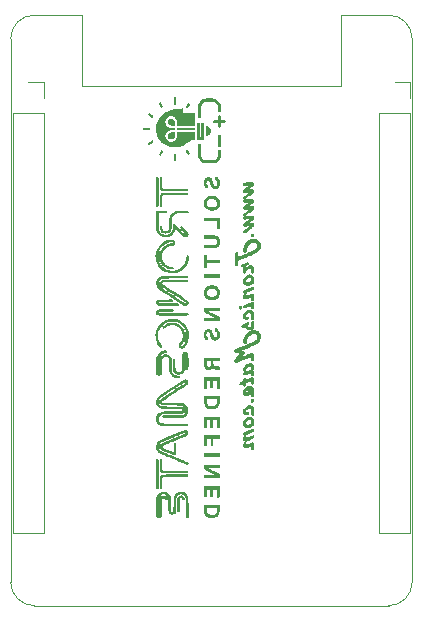
<source format=gbo>
G04 #@! TF.GenerationSoftware,KiCad,Pcbnew,8.0.2*
G04 #@! TF.CreationDate,2024-05-24T09:08:15+10:00*
G04 #@! TF.ProjectId,design,64657369-676e-42e6-9b69-6361645f7063,rev?*
G04 #@! TF.SameCoordinates,Original*
G04 #@! TF.FileFunction,Legend,Bot*
G04 #@! TF.FilePolarity,Positive*
%FSLAX46Y46*%
G04 Gerber Fmt 4.6, Leading zero omitted, Abs format (unit mm)*
G04 Created by KiCad (PCBNEW 8.0.2) date 2024-05-24 09:08:15*
%MOMM*%
%LPD*%
G01*
G04 APERTURE LIST*
%ADD10C,0.120000*%
%ADD11C,0.000000*%
G04 #@! TA.AperFunction,Profile*
%ADD12C,0.100000*%
G04 #@! TD*
G04 APERTURE END LIST*
D10*
G04 #@! TO.C,J2*
X83170000Y-73270000D02*
X85830000Y-73270000D01*
X83170000Y-108890000D02*
X83170000Y-73270000D01*
X83170000Y-108890000D02*
X85830000Y-108890000D01*
X84500000Y-70670000D02*
X85830000Y-70670000D01*
X85830000Y-70670000D02*
X85830000Y-72000000D01*
X85830000Y-108890000D02*
X85830000Y-73270000D01*
G04 #@! TO.C,J3*
X114170000Y-73270000D02*
X116830000Y-73270000D01*
X114170000Y-108890000D02*
X114170000Y-73270000D01*
X114170000Y-108890000D02*
X116830000Y-108890000D01*
X115500000Y-70670000D02*
X116830000Y-70670000D01*
X116830000Y-70670000D02*
X116830000Y-72000000D01*
X116830000Y-108890000D02*
X116830000Y-73270000D01*
D11*
G04 #@! TO.C,G\u002A\u002A\u002A*
G36*
X94817547Y-74652451D02*
G01*
X94817547Y-74747735D01*
X94504471Y-74747735D01*
X94191395Y-74747735D01*
X94191395Y-74652451D01*
X94191395Y-74557167D01*
X94504471Y-74557167D01*
X94817547Y-74557167D01*
X94817547Y-74652451D01*
G37*
G36*
X96981855Y-72270351D02*
G01*
X96981855Y-72583427D01*
X96886571Y-72583427D01*
X96791287Y-72583427D01*
X96791287Y-72270351D01*
X96791287Y-71957275D01*
X96886571Y-71957275D01*
X96981855Y-71957275D01*
X96981855Y-72270351D01*
G37*
G36*
X96981855Y-77034552D02*
G01*
X96981855Y-77347628D01*
X96886571Y-77347628D01*
X96791287Y-77347628D01*
X96791287Y-77034552D01*
X96791287Y-76721476D01*
X96886571Y-76721476D01*
X96981855Y-76721476D01*
X96981855Y-77034552D01*
G37*
G36*
X98601684Y-74645645D02*
G01*
X98601684Y-74747735D01*
X97839412Y-74747735D01*
X97077139Y-74747735D01*
X97077139Y-74645645D01*
X97077139Y-74543555D01*
X97839412Y-74543555D01*
X98601684Y-74543555D01*
X98601684Y-74645645D01*
G37*
G36*
X100697933Y-87100629D02*
G01*
X100697933Y-87243555D01*
X100037750Y-87243555D01*
X99377568Y-87243555D01*
X99377568Y-87100629D01*
X99377568Y-86957703D01*
X100037750Y-86957703D01*
X100697933Y-86957703D01*
X100697933Y-87100629D01*
G37*
G36*
X100697933Y-102237178D02*
G01*
X100697933Y-102380104D01*
X100037750Y-102380104D01*
X99377568Y-102380104D01*
X99377568Y-102237178D01*
X99377568Y-102094252D01*
X100037750Y-102094252D01*
X100697933Y-102094252D01*
X100697933Y-102237178D01*
G37*
G36*
X100697933Y-82634377D02*
G01*
X100697933Y-83088864D01*
X100653694Y-83096710D01*
X100636711Y-83099547D01*
X100589087Y-83106689D01*
X100537991Y-83113591D01*
X100466528Y-83122625D01*
X100466528Y-82794184D01*
X100466528Y-82465742D01*
X99922048Y-82465742D01*
X99377568Y-82465742D01*
X99377568Y-82322816D01*
X99377568Y-82179890D01*
X100037750Y-82179890D01*
X100697933Y-82179890D01*
X100697933Y-82634377D01*
G37*
G36*
X95447901Y-102576425D02*
G01*
X95491960Y-102604083D01*
X95525371Y-102637495D01*
X95525371Y-103850201D01*
X95525371Y-105062906D01*
X95491960Y-105096318D01*
X95488877Y-105099298D01*
X95443415Y-105125229D01*
X95393054Y-105126035D01*
X95343445Y-105101517D01*
X95307579Y-105073305D01*
X95307579Y-103853493D01*
X95307579Y-102633681D01*
X95337176Y-102602176D01*
X95353243Y-102588336D01*
X95398891Y-102571141D01*
X95447901Y-102576425D01*
G37*
G36*
X98996432Y-74713705D02*
G01*
X98996432Y-75292216D01*
X99071298Y-75292216D01*
X99146164Y-75292216D01*
X99146164Y-74713705D01*
X99146164Y-74135195D01*
X99261866Y-74135195D01*
X99377568Y-74135195D01*
X99377568Y-74836213D01*
X99377568Y-75537232D01*
X99057686Y-75537232D01*
X98737804Y-75537232D01*
X98737804Y-74836213D01*
X98737804Y-74135195D01*
X98867118Y-74135195D01*
X98996432Y-74135195D01*
X98996432Y-74713705D01*
G37*
G36*
X99608972Y-85514831D02*
G01*
X99608972Y-85719011D01*
X100153452Y-85719011D01*
X100697933Y-85719011D01*
X100697933Y-85861937D01*
X100697933Y-86004863D01*
X100153452Y-86004863D01*
X99608972Y-86004863D01*
X99608972Y-86202237D01*
X99608972Y-86399611D01*
X99493270Y-86399611D01*
X99377568Y-86399611D01*
X99377568Y-85855131D01*
X99377568Y-85310651D01*
X99493270Y-85310651D01*
X99608972Y-85310651D01*
X99608972Y-85514831D01*
G37*
G36*
X100716476Y-75124319D02*
G01*
X100747310Y-75135425D01*
X100773977Y-75160258D01*
X100806829Y-75198450D01*
X100806829Y-75651837D01*
X100806829Y-76105223D01*
X100770942Y-76141110D01*
X100742687Y-76162770D01*
X100690753Y-76178451D01*
X100637079Y-76169884D01*
X100587989Y-76137207D01*
X100548201Y-76097418D01*
X100548201Y-75647934D01*
X100548201Y-75198450D01*
X100581052Y-75160258D01*
X100603926Y-75138029D01*
X100633414Y-75125252D01*
X100677515Y-75122065D01*
X100716476Y-75124319D01*
G37*
G36*
X99608972Y-74404708D02*
G01*
X99641025Y-74411342D01*
X99689884Y-74427616D01*
X99740922Y-74449422D01*
X99745557Y-74451687D01*
X99829929Y-74507049D01*
X99893641Y-74579843D01*
X99938015Y-74671557D01*
X99945947Y-74697158D01*
X99960259Y-74796217D01*
X99950203Y-74892506D01*
X99918001Y-74982389D01*
X99865875Y-75062228D01*
X99796047Y-75128383D01*
X99710738Y-75177218D01*
X99612170Y-75205094D01*
X99554114Y-75214089D01*
X99557722Y-74807359D01*
X99561330Y-74400629D01*
X99608972Y-74404708D01*
G37*
G36*
X100697933Y-100719440D02*
G01*
X100697933Y-100855560D01*
X100432498Y-100855560D01*
X100167064Y-100855560D01*
X100167064Y-101155024D01*
X100167064Y-101454488D01*
X100051362Y-101454488D01*
X99935660Y-101454488D01*
X99935660Y-101154592D01*
X99935660Y-100854696D01*
X99775719Y-100858531D01*
X99615778Y-100862366D01*
X99612124Y-101178845D01*
X99608470Y-101495324D01*
X99493019Y-101495324D01*
X99377568Y-101495324D01*
X99377568Y-101039322D01*
X99377568Y-100583320D01*
X100037750Y-100583320D01*
X100697933Y-100583320D01*
X100697933Y-100719440D01*
G37*
G36*
X103497772Y-83501299D02*
G01*
X103556237Y-83519023D01*
X103606165Y-83554251D01*
X103638549Y-83601234D01*
X103642536Y-83612125D01*
X103649410Y-83673679D01*
X103630147Y-83739013D01*
X103599198Y-83784568D01*
X103547358Y-83819537D01*
X103481587Y-83831480D01*
X103438881Y-83826560D01*
X103383743Y-83801989D01*
X103343532Y-83761446D01*
X103320250Y-83710178D01*
X103315902Y-83653432D01*
X103332491Y-83596454D01*
X103372020Y-83544493D01*
X103400157Y-83521191D01*
X103435600Y-83504518D01*
X103480343Y-83500254D01*
X103497772Y-83501299D01*
G37*
G36*
X103497772Y-97480827D02*
G01*
X103556237Y-97498551D01*
X103606165Y-97533780D01*
X103638549Y-97580762D01*
X103642536Y-97591653D01*
X103649410Y-97653207D01*
X103630147Y-97718541D01*
X103599198Y-97764097D01*
X103547358Y-97799065D01*
X103481587Y-97811008D01*
X103438881Y-97806088D01*
X103383743Y-97781518D01*
X103343532Y-97740975D01*
X103320250Y-97689706D01*
X103315902Y-97632960D01*
X103332491Y-97575983D01*
X103372020Y-97524022D01*
X103400157Y-97500720D01*
X103435600Y-97484046D01*
X103480343Y-97479783D01*
X103497772Y-97480827D01*
G37*
G36*
X102474858Y-89599445D02*
G01*
X102529312Y-89617138D01*
X102578101Y-89652107D01*
X102610656Y-89697387D01*
X102611141Y-89698513D01*
X102624477Y-89738267D01*
X102630304Y-89772661D01*
X102628020Y-89797094D01*
X102606257Y-89849493D01*
X102566788Y-89894781D01*
X102516102Y-89926610D01*
X102460687Y-89938630D01*
X102436237Y-89936150D01*
X102382507Y-89914723D01*
X102335863Y-89876563D01*
X102302981Y-89828066D01*
X102290537Y-89775627D01*
X102292786Y-89750418D01*
X102314121Y-89693237D01*
X102353174Y-89644743D01*
X102404008Y-89611116D01*
X102460687Y-89598534D01*
X102474858Y-89599445D01*
G37*
G36*
X96666751Y-73767125D02*
G01*
X96723021Y-73791948D01*
X96782429Y-73836341D01*
X96832391Y-73891349D01*
X96864275Y-73949023D01*
X96875458Y-73998861D01*
X96882630Y-74075860D01*
X96885497Y-74179434D01*
X96886571Y-74352987D01*
X96714598Y-74352987D01*
X96642950Y-74352163D01*
X96563519Y-74347635D01*
X96502227Y-74337943D01*
X96453888Y-74321733D01*
X96413312Y-74297649D01*
X96375314Y-74264335D01*
X96324584Y-74198029D01*
X96295974Y-74124677D01*
X96288908Y-74049357D01*
X96301291Y-73975642D01*
X96331030Y-73907104D01*
X96376029Y-73847316D01*
X96434195Y-73799851D01*
X96503433Y-73768282D01*
X96581650Y-73756183D01*
X96666751Y-73767125D01*
G37*
G36*
X95771344Y-76426030D02*
G01*
X95803378Y-76439392D01*
X95844951Y-76458878D01*
X95879529Y-76477217D01*
X95908849Y-76496031D01*
X95920119Y-76507988D01*
X95917452Y-76515821D01*
X95904142Y-76544879D01*
X95881562Y-76590792D01*
X95851853Y-76649237D01*
X95817155Y-76715893D01*
X95714190Y-76911553D01*
X95629990Y-76869349D01*
X95628315Y-76868510D01*
X95586074Y-76847105D01*
X95554952Y-76830926D01*
X95541581Y-76823417D01*
X95544570Y-76812307D01*
X95558387Y-76781812D01*
X95580724Y-76736852D01*
X95608985Y-76682246D01*
X95640577Y-76622815D01*
X95672904Y-76563381D01*
X95703372Y-76508763D01*
X95729384Y-76463782D01*
X95748346Y-76433258D01*
X95757664Y-76422012D01*
X95771344Y-76426030D01*
G37*
G36*
X95764812Y-78710811D02*
G01*
X95806571Y-78741349D01*
X95838447Y-78778407D01*
X95838447Y-79213851D01*
X95838447Y-79649294D01*
X95871858Y-79682706D01*
X95905270Y-79716117D01*
X96947825Y-79716117D01*
X97990381Y-79716117D01*
X98023792Y-79749528D01*
X98037993Y-79766678D01*
X98056411Y-79813892D01*
X98052227Y-79862616D01*
X98025360Y-79904631D01*
X97993516Y-79934547D01*
X96910340Y-79930825D01*
X95827165Y-79927103D01*
X95768529Y-79885887D01*
X95752387Y-79873577D01*
X95706517Y-79830887D01*
X95668677Y-79786053D01*
X95627461Y-79727435D01*
X95623422Y-79248327D01*
X95619382Y-78769218D01*
X95653938Y-78736755D01*
X95669626Y-78724024D01*
X95717181Y-78704977D01*
X95764812Y-78710811D01*
G37*
G36*
X100694708Y-99497578D02*
G01*
X100691127Y-99963606D01*
X100616261Y-99973683D01*
X100587532Y-99977662D01*
X100539115Y-99984810D01*
X100503961Y-99990542D01*
X100466528Y-99997323D01*
X100466528Y-99650557D01*
X100466528Y-99303791D01*
X100296378Y-99303791D01*
X100126228Y-99303791D01*
X100126228Y-99616867D01*
X100126228Y-99929943D01*
X100010526Y-99929943D01*
X99894824Y-99929943D01*
X99894824Y-99616867D01*
X99894824Y-99303791D01*
X99751898Y-99303791D01*
X99608972Y-99303791D01*
X99608972Y-99630479D01*
X99608972Y-99957167D01*
X99493270Y-99957167D01*
X99377568Y-99957167D01*
X99377568Y-99494359D01*
X99377568Y-99031551D01*
X100037929Y-99031551D01*
X100698290Y-99031551D01*
X100694708Y-99497578D01*
G37*
G36*
X94728361Y-73267629D02*
G01*
X94755540Y-73284218D01*
X94798513Y-73311794D01*
X94853364Y-73347835D01*
X94916177Y-73389817D01*
X94961769Y-73420743D01*
X95018088Y-73459622D01*
X95062947Y-73491403D01*
X95092611Y-73513425D01*
X95103342Y-73523029D01*
X95102807Y-73525636D01*
X95090792Y-73548104D01*
X95064658Y-73587561D01*
X95026651Y-73640566D01*
X94994939Y-73683611D01*
X94804153Y-73554933D01*
X94755157Y-73521670D01*
X94698665Y-73482701D01*
X94653739Y-73450988D01*
X94624075Y-73429148D01*
X94613367Y-73419797D01*
X94613478Y-73418949D01*
X94622147Y-73401676D01*
X94641129Y-73371359D01*
X94665453Y-73335212D01*
X94690151Y-73300446D01*
X94710252Y-73274273D01*
X94720787Y-73263906D01*
X94728361Y-73267629D01*
G37*
G36*
X98129861Y-72477603D02*
G01*
X98132678Y-72479534D01*
X98170261Y-72508175D01*
X98195350Y-72532616D01*
X98202646Y-72547748D01*
X98199732Y-72553468D01*
X98184017Y-72579023D01*
X98158006Y-72618880D01*
X98124870Y-72668417D01*
X98087780Y-72723013D01*
X98049906Y-72778045D01*
X98014421Y-72828893D01*
X97984495Y-72870935D01*
X97963300Y-72899550D01*
X97954006Y-72910115D01*
X97953233Y-72910026D01*
X97935948Y-72901451D01*
X97905676Y-72882402D01*
X97869609Y-72857894D01*
X97834942Y-72832942D01*
X97808866Y-72812559D01*
X97798576Y-72801761D01*
X97802113Y-72794424D01*
X97818606Y-72767508D01*
X97846247Y-72724862D01*
X97882467Y-72670431D01*
X97924697Y-72608156D01*
X98050818Y-72423768D01*
X98129861Y-72477603D01*
G37*
G36*
X96886571Y-75106029D02*
G01*
X96883700Y-75202888D01*
X96871895Y-75297100D01*
X96849481Y-75371609D01*
X96814881Y-75429901D01*
X96766516Y-75475458D01*
X96702809Y-75511764D01*
X96683961Y-75519332D01*
X96606536Y-75533782D01*
X96524197Y-75527505D01*
X96445210Y-75501862D01*
X96377840Y-75458214D01*
X96373181Y-75453791D01*
X96342407Y-75411450D01*
X96315034Y-75354216D01*
X96295416Y-75292764D01*
X96287909Y-75237768D01*
X96288093Y-75230319D01*
X96297703Y-75173668D01*
X96318767Y-75112168D01*
X96346931Y-75056494D01*
X96377840Y-75017321D01*
X96381420Y-75014185D01*
X96423569Y-74983811D01*
X96471944Y-74962308D01*
X96531723Y-74948433D01*
X96608086Y-74940945D01*
X96706212Y-74938602D01*
X96886571Y-74938303D01*
X96886571Y-75106029D01*
G37*
G36*
X95720337Y-72380621D02*
G01*
X95735108Y-72406221D01*
X95758784Y-72449259D01*
X95788929Y-72505277D01*
X95823106Y-72569815D01*
X95840953Y-72603917D01*
X95872131Y-72664270D01*
X95897152Y-72713741D01*
X95913812Y-72747942D01*
X95919907Y-72762486D01*
X95910043Y-72772481D01*
X95883166Y-72790704D01*
X95846883Y-72812530D01*
X95808834Y-72833564D01*
X95776658Y-72849408D01*
X95757995Y-72855667D01*
X95749720Y-72845754D01*
X95731458Y-72816352D01*
X95705981Y-72772215D01*
X95675868Y-72718147D01*
X95643700Y-72658949D01*
X95612056Y-72599425D01*
X95583514Y-72544376D01*
X95560656Y-72498606D01*
X95546060Y-72466916D01*
X95542306Y-72454110D01*
X95554064Y-72446474D01*
X95589722Y-72426607D01*
X95631326Y-72406246D01*
X95671397Y-72388745D01*
X95702460Y-72377457D01*
X95717037Y-72375736D01*
X95720337Y-72380621D01*
G37*
G36*
X100697933Y-105366284D02*
G01*
X100697933Y-105834244D01*
X100595286Y-105849510D01*
X100586575Y-105850799D01*
X100536792Y-105857890D01*
X100498570Y-105862887D01*
X100479584Y-105864777D01*
X100477674Y-105862079D01*
X100473873Y-105837316D01*
X100470779Y-105788386D01*
X100468470Y-105717397D01*
X100467027Y-105626456D01*
X100466528Y-105517671D01*
X100466528Y-105170565D01*
X100296378Y-105170565D01*
X100126228Y-105170565D01*
X100126228Y-105483641D01*
X100126228Y-105796717D01*
X100010526Y-105796717D01*
X99894824Y-105796717D01*
X99894824Y-105483165D01*
X99894824Y-105169613D01*
X99755301Y-105173492D01*
X99615778Y-105177371D01*
X99612133Y-105507462D01*
X99608488Y-105837553D01*
X99493028Y-105837553D01*
X99377568Y-105837553D01*
X99377568Y-105367939D01*
X99377568Y-104898325D01*
X100037750Y-104898325D01*
X100697933Y-104898325D01*
X100697933Y-105366284D01*
G37*
G36*
X97958565Y-76372002D02*
G01*
X97976326Y-76395057D01*
X98004912Y-76434445D01*
X98041599Y-76486391D01*
X98083662Y-76547120D01*
X98110432Y-76586367D01*
X98148732Y-76643514D01*
X98179325Y-76690411D01*
X98199598Y-76723026D01*
X98206936Y-76737326D01*
X98197809Y-76748217D01*
X98172449Y-76768956D01*
X98138147Y-76794053D01*
X98102242Y-76818358D01*
X98072073Y-76836719D01*
X98054981Y-76843984D01*
X98053141Y-76842775D01*
X98038695Y-76825765D01*
X98013408Y-76792280D01*
X97980509Y-76746939D01*
X97943228Y-76694367D01*
X97904793Y-76639186D01*
X97868433Y-76586018D01*
X97837377Y-76539485D01*
X97814854Y-76504210D01*
X97804093Y-76484816D01*
X97804078Y-76484776D01*
X97811765Y-76471127D01*
X97835458Y-76448030D01*
X97868350Y-76420806D01*
X97903632Y-76394773D01*
X97934497Y-76375253D01*
X97954138Y-76367564D01*
X97958565Y-76372002D01*
G37*
G36*
X95008658Y-75605867D02*
G01*
X95027914Y-75634463D01*
X95053743Y-75673170D01*
X95078119Y-75710844D01*
X95096175Y-75740796D01*
X95102886Y-75754842D01*
X95094738Y-75762285D01*
X95067937Y-75782209D01*
X95026839Y-75811323D01*
X94975991Y-75846547D01*
X94919940Y-75884800D01*
X94863233Y-75923002D01*
X94810418Y-75958073D01*
X94766040Y-75986932D01*
X94734648Y-76006499D01*
X94720787Y-76013694D01*
X94720195Y-76013524D01*
X94708298Y-76000911D01*
X94687399Y-75973387D01*
X94662478Y-75938158D01*
X94638513Y-75902425D01*
X94620483Y-75873394D01*
X94613367Y-75858268D01*
X94613475Y-75857944D01*
X94625965Y-75847149D01*
X94656092Y-75824813D01*
X94699426Y-75793962D01*
X94751536Y-75757625D01*
X94807991Y-75718828D01*
X94864360Y-75680597D01*
X94916212Y-75645960D01*
X94959118Y-75617944D01*
X94988645Y-75599576D01*
X95000363Y-75593883D01*
X95008658Y-75605867D01*
G37*
G36*
X100697933Y-96150617D02*
G01*
X100697933Y-96618237D01*
X100603429Y-96633843D01*
X100603094Y-96633899D01*
X100552718Y-96641734D01*
X100511283Y-96647320D01*
X100487727Y-96649450D01*
X100483512Y-96648509D01*
X100477905Y-96641667D01*
X100473664Y-96625629D01*
X100470606Y-96597391D01*
X100468547Y-96553948D01*
X100467303Y-96492295D01*
X100466692Y-96409429D01*
X100466528Y-96302344D01*
X100466528Y-95955238D01*
X100296378Y-95955238D01*
X100126228Y-95955238D01*
X100126228Y-96275120D01*
X100126228Y-96595002D01*
X100010526Y-96595002D01*
X99894824Y-96595002D01*
X99894824Y-96274644D01*
X99894824Y-95954286D01*
X99755301Y-95958165D01*
X99615778Y-95962044D01*
X99612133Y-96292135D01*
X99608488Y-96622226D01*
X99493028Y-96622226D01*
X99377568Y-96622226D01*
X99377568Y-96152612D01*
X99377568Y-95682998D01*
X100037750Y-95682998D01*
X100697933Y-95682998D01*
X100697933Y-96150617D01*
G37*
G36*
X100697933Y-89905181D02*
G01*
X100697933Y-90034974D01*
X100194281Y-90031092D01*
X100186332Y-90031031D01*
X100072794Y-90030225D01*
X99968505Y-90029603D01*
X99876460Y-90029173D01*
X99799655Y-90028944D01*
X99741086Y-90028926D01*
X99703748Y-90029128D01*
X99690637Y-90029559D01*
X99694447Y-90032006D01*
X99717814Y-90044873D01*
X99758909Y-90066789D01*
X99813613Y-90095567D01*
X99877809Y-90129019D01*
X99913504Y-90147655D01*
X99990788Y-90188459D01*
X100082324Y-90237214D01*
X100182013Y-90290655D01*
X100283756Y-90345519D01*
X100381453Y-90398542D01*
X100697933Y-90570952D01*
X100697933Y-90738068D01*
X100697933Y-90905184D01*
X100037750Y-90905184D01*
X99377568Y-90905184D01*
X99377568Y-90774450D01*
X99377568Y-90643716D01*
X99858621Y-90648539D01*
X100339675Y-90653362D01*
X100141071Y-90549366D01*
X100129459Y-90543269D01*
X100052096Y-90502072D01*
X99959584Y-90452054D01*
X99859150Y-90397161D01*
X99758020Y-90341340D01*
X99663420Y-90288537D01*
X99384374Y-90131703D01*
X99380576Y-89953546D01*
X99376778Y-89775388D01*
X100037355Y-89775388D01*
X100697933Y-89775388D01*
X100697933Y-89905181D01*
G37*
G36*
X100697933Y-103204785D02*
G01*
X100697933Y-103335253D01*
X100195579Y-103330696D01*
X100187545Y-103330624D01*
X100074507Y-103329898D01*
X99970995Y-103329743D01*
X99879958Y-103330124D01*
X99804345Y-103331009D01*
X99747106Y-103332364D01*
X99711189Y-103334154D01*
X99699545Y-103336347D01*
X99700121Y-103337207D01*
X99718244Y-103346556D01*
X99718897Y-103346626D01*
X99738074Y-103354422D01*
X99779582Y-103374626D01*
X99842078Y-103406532D01*
X99924216Y-103449431D01*
X100024651Y-103502618D01*
X100142038Y-103565384D01*
X100275033Y-103637022D01*
X100422289Y-103716825D01*
X100697933Y-103866607D01*
X100697933Y-104035360D01*
X100697933Y-104204113D01*
X100037750Y-104204113D01*
X99377568Y-104204113D01*
X99377568Y-104073865D01*
X99377568Y-103943618D01*
X99860430Y-103947954D01*
X100343291Y-103952291D01*
X100265387Y-103913377D01*
X100248464Y-103904654D01*
X100204495Y-103881243D01*
X100142420Y-103847676D01*
X100065713Y-103805851D01*
X99977847Y-103757663D01*
X99882293Y-103705008D01*
X99782525Y-103649781D01*
X99377568Y-103425099D01*
X99377568Y-103249708D01*
X99377568Y-103074316D01*
X100037750Y-103074316D01*
X100697933Y-103074316D01*
X100697933Y-103204785D01*
G37*
G36*
X103466894Y-89271881D02*
G01*
X103525033Y-89286826D01*
X103571197Y-89325705D01*
X103604055Y-89387446D01*
X103608345Y-89402571D01*
X103616492Y-89454193D01*
X103621651Y-89521243D01*
X103623699Y-89595517D01*
X103622512Y-89668815D01*
X103617967Y-89732935D01*
X103609942Y-89779675D01*
X103589449Y-89828601D01*
X103550101Y-89872721D01*
X103499068Y-89894653D01*
X103439854Y-89892081D01*
X103416557Y-89880425D01*
X103388875Y-89842551D01*
X103371750Y-89782123D01*
X103365885Y-89700959D01*
X103364612Y-89656973D01*
X103361134Y-89624464D01*
X103356225Y-89612044D01*
X103355780Y-89612096D01*
X103338370Y-89617859D01*
X103300149Y-89632077D01*
X103245155Y-89653200D01*
X103177426Y-89679679D01*
X103100999Y-89709965D01*
X103014064Y-89743963D01*
X102930397Y-89774413D01*
X102865436Y-89794490D01*
X102815947Y-89804834D01*
X102778698Y-89806086D01*
X102750453Y-89798887D01*
X102727980Y-89783876D01*
X102713322Y-89767385D01*
X102693022Y-89718968D01*
X102691924Y-89663010D01*
X102709449Y-89607149D01*
X102745018Y-89559025D01*
X102751782Y-89553750D01*
X102785309Y-89534452D01*
X102838295Y-89508550D01*
X102906310Y-89477823D01*
X102984928Y-89444049D01*
X103069721Y-89409008D01*
X103156260Y-89374477D01*
X103240117Y-89342237D01*
X103316865Y-89314064D01*
X103382076Y-89291739D01*
X103431321Y-89277039D01*
X103460174Y-89271744D01*
X103466894Y-89271881D01*
G37*
G36*
X99605686Y-97234766D02*
G01*
X100037750Y-97234766D01*
X100697933Y-97234766D01*
X100697731Y-97530828D01*
X100697139Y-97632341D01*
X100694984Y-97731045D01*
X100691091Y-97808456D01*
X100685290Y-97867780D01*
X100677411Y-97912224D01*
X100673062Y-97929700D01*
X100628266Y-98051595D01*
X100563082Y-98156403D01*
X100478995Y-98243102D01*
X100377494Y-98310671D01*
X100260067Y-98358090D01*
X100128203Y-98384338D01*
X99983389Y-98388393D01*
X99875797Y-98376689D01*
X99749296Y-98342735D01*
X99640194Y-98288176D01*
X99549106Y-98213543D01*
X99476648Y-98119369D01*
X99423434Y-98006187D01*
X99390079Y-97874531D01*
X99389548Y-97871049D01*
X99385798Y-97831063D01*
X99382540Y-97770143D01*
X99379967Y-97693834D01*
X99378272Y-97607677D01*
X99377671Y-97520619D01*
X99605686Y-97520619D01*
X99611260Y-97688071D01*
X99612357Y-97719223D01*
X99615477Y-97782671D01*
X99620007Y-97827900D01*
X99627145Y-97861384D01*
X99638090Y-97889597D01*
X99654043Y-97919014D01*
X99683927Y-97963395D01*
X99744469Y-98023398D01*
X99819463Y-98064684D01*
X99911741Y-98088610D01*
X100024138Y-98096537D01*
X100043308Y-98096415D01*
X100106073Y-98093805D01*
X100162160Y-98088487D01*
X100201304Y-98081342D01*
X100216497Y-98076645D01*
X100298432Y-98038433D01*
X100369257Y-97984230D01*
X100421097Y-97919826D01*
X100429875Y-97904521D01*
X100443661Y-97876356D01*
X100452798Y-97847088D01*
X100458508Y-97810187D01*
X100462010Y-97759123D01*
X100464525Y-97687366D01*
X100469328Y-97520619D01*
X100037507Y-97520619D01*
X99605686Y-97520619D01*
X99377671Y-97520619D01*
X99377647Y-97517216D01*
X99377568Y-97234766D01*
X99605686Y-97234766D01*
G37*
G36*
X99608972Y-106450093D02*
G01*
X100036373Y-106450093D01*
X100697933Y-106450093D01*
X100697696Y-106739348D01*
X100697670Y-106754312D01*
X100695591Y-106892615D01*
X100689520Y-107007906D01*
X100678464Y-107103882D01*
X100661427Y-107184236D01*
X100637415Y-107252666D01*
X100605433Y-107312864D01*
X100564486Y-107368528D01*
X100513581Y-107423352D01*
X100449163Y-107478027D01*
X100347551Y-107537843D01*
X100235549Y-107578997D01*
X100117134Y-107601720D01*
X99996280Y-107606244D01*
X99876964Y-107592801D01*
X99763160Y-107561623D01*
X99658845Y-107512940D01*
X99567993Y-107446985D01*
X99494581Y-107363989D01*
X99472418Y-107327056D01*
X99445082Y-107272448D01*
X99421256Y-107216259D01*
X99419380Y-107211283D01*
X99408872Y-107181861D01*
X99400757Y-107153882D01*
X99394645Y-107123251D01*
X99390149Y-107085873D01*
X99386880Y-107037653D01*
X99384451Y-106974496D01*
X99382471Y-106892307D01*
X99382063Y-106869902D01*
X99608972Y-106869902D01*
X99610707Y-106940019D01*
X99621909Y-107036717D01*
X99645177Y-107113971D01*
X99682443Y-107175675D01*
X99735641Y-107225722D01*
X99806707Y-107268007D01*
X99844164Y-107285743D01*
X99881156Y-107299724D01*
X99918026Y-107307380D01*
X99963882Y-107310472D01*
X100027834Y-107310762D01*
X100102341Y-107307507D01*
X100210020Y-107289562D01*
X100297906Y-107255270D01*
X100367808Y-107203820D01*
X100421537Y-107134401D01*
X100429857Y-107119901D01*
X100443617Y-107091821D01*
X100452755Y-107062574D01*
X100458480Y-107025646D01*
X100462000Y-106974524D01*
X100464525Y-106902693D01*
X100469328Y-106735945D01*
X100039150Y-106735945D01*
X99608972Y-106735945D01*
X99608972Y-106869902D01*
X99382063Y-106869902D01*
X99380555Y-106786990D01*
X99374814Y-106450093D01*
X99608972Y-106450093D01*
G37*
G36*
X97489568Y-105673641D02*
G01*
X97525598Y-105683074D01*
X97607945Y-105722998D01*
X97674260Y-105784698D01*
X97723454Y-105867277D01*
X97727678Y-105878462D01*
X97738853Y-105925844D01*
X97743595Y-105976088D01*
X97741665Y-106015702D01*
X97731354Y-106044614D01*
X97708262Y-106067969D01*
X97671939Y-106087651D01*
X97632777Y-106096181D01*
X97608475Y-106092129D01*
X97568632Y-106069883D01*
X97538357Y-106035312D01*
X97526336Y-105996546D01*
X97524123Y-105974783D01*
X97504714Y-105933101D01*
X97470851Y-105904920D01*
X97429317Y-105892890D01*
X97386895Y-105899656D01*
X97350367Y-105927867D01*
X97347445Y-105931665D01*
X97340770Y-105941964D01*
X97335385Y-105954957D01*
X97331153Y-105973369D01*
X97327935Y-105999925D01*
X97325592Y-106037351D01*
X97323985Y-106088372D01*
X97322977Y-106155716D01*
X97322428Y-106242106D01*
X97322201Y-106350269D01*
X97322155Y-106482930D01*
X97322151Y-106513523D01*
X97321983Y-106642820D01*
X97321495Y-106748082D01*
X97320583Y-106831945D01*
X97319142Y-106897043D01*
X97317069Y-106946009D01*
X97314259Y-106981478D01*
X97310608Y-107006083D01*
X97306011Y-107022459D01*
X97300364Y-107033240D01*
X97272715Y-107061768D01*
X97226637Y-107080967D01*
X97176936Y-107075374D01*
X97167432Y-107071756D01*
X97151752Y-107064834D01*
X97138955Y-107055745D01*
X97128745Y-107041983D01*
X97120828Y-107021041D01*
X97114908Y-106990416D01*
X97110689Y-106947600D01*
X97107878Y-106890089D01*
X97106178Y-106815377D01*
X97105294Y-106720957D01*
X97104932Y-106604325D01*
X97104796Y-106462975D01*
X97104363Y-105910958D01*
X97139389Y-105840671D01*
X97171016Y-105789531D01*
X97233903Y-105727140D01*
X97310676Y-105685731D01*
X97397258Y-105667250D01*
X97489568Y-105673641D01*
G37*
G36*
X95464977Y-78717260D02*
G01*
X95503579Y-78751834D01*
X95505390Y-78754811D01*
X95508989Y-78764112D01*
X95512135Y-78778648D01*
X95514855Y-78800111D01*
X95517182Y-78830193D01*
X95519144Y-78870585D01*
X95520772Y-78922978D01*
X95522095Y-78989063D01*
X95523145Y-79070532D01*
X95523950Y-79169077D01*
X95524542Y-79286389D01*
X95524950Y-79424159D01*
X95525204Y-79584079D01*
X95525334Y-79767840D01*
X95525371Y-79977133D01*
X95525324Y-80126028D01*
X95525055Y-80337845D01*
X95524537Y-80524010D01*
X95523758Y-80685485D01*
X95522707Y-80823228D01*
X95521370Y-80938199D01*
X95519737Y-81031358D01*
X95517794Y-81103665D01*
X95515531Y-81156079D01*
X95512935Y-81189561D01*
X95509993Y-81205071D01*
X95508819Y-81207529D01*
X95478100Y-81241771D01*
X95433130Y-81260873D01*
X95384220Y-81260309D01*
X95377821Y-81258813D01*
X95365571Y-81256101D01*
X95354831Y-81252600D01*
X95345504Y-81246658D01*
X95337490Y-81236623D01*
X95330690Y-81220842D01*
X95325008Y-81197663D01*
X95320343Y-81165434D01*
X95316597Y-81122504D01*
X95313673Y-81067219D01*
X95311471Y-80997928D01*
X95309892Y-80912978D01*
X95308840Y-80810717D01*
X95308214Y-80689494D01*
X95307917Y-80547655D01*
X95307850Y-80383549D01*
X95307914Y-80195523D01*
X95308012Y-79981925D01*
X95308096Y-79832827D01*
X95308336Y-79633481D01*
X95308733Y-79458872D01*
X95309308Y-79307518D01*
X95310085Y-79177933D01*
X95311084Y-79068632D01*
X95312327Y-78978132D01*
X95313836Y-78904947D01*
X95315634Y-78847593D01*
X95317740Y-78804586D01*
X95320178Y-78774440D01*
X95322970Y-78755672D01*
X95326136Y-78746797D01*
X95329245Y-78742887D01*
X95369889Y-78712561D01*
X95417773Y-78704094D01*
X95464977Y-78717260D01*
G37*
G36*
X99789331Y-83636477D02*
G01*
X99885329Y-83636687D01*
X100009826Y-83637845D01*
X100112516Y-83640287D01*
X100196654Y-83644321D01*
X100265492Y-83650254D01*
X100322284Y-83658392D01*
X100370283Y-83669043D01*
X100412743Y-83682514D01*
X100452916Y-83699112D01*
X100525731Y-83739997D01*
X100597389Y-83804337D01*
X100651531Y-83886910D01*
X100690525Y-83990616D01*
X100692917Y-83999644D01*
X100702931Y-84056761D01*
X100707365Y-84128795D01*
X100706631Y-84221690D01*
X100699848Y-84327695D01*
X100685251Y-84413285D01*
X100660866Y-84483736D01*
X100624704Y-84544787D01*
X100574776Y-84602178D01*
X100537785Y-84636112D01*
X100496780Y-84665910D01*
X100450757Y-84690304D01*
X100396946Y-84709803D01*
X100332575Y-84724914D01*
X100254872Y-84736147D01*
X100161065Y-84744009D01*
X100048382Y-84749009D01*
X99914051Y-84751655D01*
X99755301Y-84752455D01*
X99377568Y-84752559D01*
X99377568Y-84610610D01*
X99377568Y-84468661D01*
X99830167Y-84464158D01*
X99861721Y-84463839D01*
X99987978Y-84462340D01*
X100090712Y-84460401D01*
X100172953Y-84457571D01*
X100237727Y-84453397D01*
X100288064Y-84447429D01*
X100326992Y-84439215D01*
X100357539Y-84428305D01*
X100382735Y-84414246D01*
X100405606Y-84396587D01*
X100429182Y-84374877D01*
X100439271Y-84364230D01*
X100473284Y-84306699D01*
X100491037Y-84236257D01*
X100491292Y-84161002D01*
X100472815Y-84089034D01*
X100445256Y-84036077D01*
X100407030Y-83994345D01*
X100350826Y-83958211D01*
X100341503Y-83953381D01*
X100325389Y-83946399D01*
X100306387Y-83940830D01*
X100281454Y-83936476D01*
X100247549Y-83933141D01*
X100201630Y-83930625D01*
X100140654Y-83928731D01*
X100061581Y-83927262D01*
X99961368Y-83926020D01*
X99836973Y-83924806D01*
X99377568Y-83920580D01*
X99377568Y-83778477D01*
X99377568Y-83636374D01*
X99789331Y-83636477D01*
G37*
G36*
X103300348Y-86965109D02*
G01*
X103345472Y-86968002D01*
X103379619Y-86974821D01*
X103410933Y-86987196D01*
X103447557Y-87006758D01*
X103454976Y-87011045D01*
X103530037Y-87069205D01*
X103582512Y-87140812D01*
X103610959Y-87223949D01*
X103611115Y-87224817D01*
X103616875Y-87278542D01*
X103618896Y-87346710D01*
X103617505Y-87421004D01*
X103613034Y-87493106D01*
X103605811Y-87554700D01*
X103596166Y-87597467D01*
X103573621Y-87648271D01*
X103516611Y-87728794D01*
X103440676Y-87798158D01*
X103350342Y-87854261D01*
X103250139Y-87895003D01*
X103144592Y-87918281D01*
X103038230Y-87921995D01*
X102935580Y-87904044D01*
X102895240Y-87889117D01*
X102817983Y-87840882D01*
X102755607Y-87773845D01*
X102709915Y-87691777D01*
X102682713Y-87598447D01*
X102675804Y-87497624D01*
X102679364Y-87473122D01*
X102930637Y-87473122D01*
X102937068Y-87532067D01*
X102968851Y-87585734D01*
X102972376Y-87589627D01*
X103000759Y-87614882D01*
X103033160Y-87628189D01*
X103081150Y-87634579D01*
X103089601Y-87635179D01*
X103137319Y-87634851D01*
X103179411Y-87624763D01*
X103229751Y-87601859D01*
X103255481Y-87587189D01*
X103302857Y-87552199D01*
X103335244Y-87517185D01*
X103347658Y-87494020D01*
X103363597Y-87432315D01*
X103362926Y-87366649D01*
X103345066Y-87309315D01*
X103310804Y-87272079D01*
X103260828Y-87251909D01*
X103200408Y-87248732D01*
X103134632Y-87262131D01*
X103068585Y-87291689D01*
X103007355Y-87336990D01*
X102991825Y-87352380D01*
X102949057Y-87412144D01*
X102930637Y-87473122D01*
X102679364Y-87473122D01*
X102690993Y-87393078D01*
X102695701Y-87375647D01*
X102742416Y-87259014D01*
X102811226Y-87158037D01*
X102901342Y-87073664D01*
X103011973Y-87006847D01*
X103048235Y-86990201D01*
X103085907Y-86976424D01*
X103123873Y-86968677D01*
X103171104Y-86965269D01*
X103200408Y-86964929D01*
X103236571Y-86964509D01*
X103300348Y-86965109D01*
G37*
G36*
X103300348Y-98998120D02*
G01*
X103345472Y-99001014D01*
X103379619Y-99007833D01*
X103410933Y-99020208D01*
X103447557Y-99039770D01*
X103454976Y-99044056D01*
X103530037Y-99102217D01*
X103582512Y-99173824D01*
X103610959Y-99256961D01*
X103611115Y-99257829D01*
X103616875Y-99311554D01*
X103618896Y-99379722D01*
X103617505Y-99454016D01*
X103613034Y-99526118D01*
X103605811Y-99587712D01*
X103596166Y-99630479D01*
X103573621Y-99681283D01*
X103516611Y-99761806D01*
X103440676Y-99831170D01*
X103350342Y-99887273D01*
X103250139Y-99928015D01*
X103144592Y-99951293D01*
X103038230Y-99955007D01*
X102935580Y-99937056D01*
X102895240Y-99922129D01*
X102817983Y-99873894D01*
X102755607Y-99806857D01*
X102709915Y-99724789D01*
X102682713Y-99631459D01*
X102675804Y-99530636D01*
X102679364Y-99506134D01*
X102930637Y-99506134D01*
X102937068Y-99565079D01*
X102968851Y-99618746D01*
X102972376Y-99622639D01*
X103000759Y-99647894D01*
X103033160Y-99661200D01*
X103081150Y-99667591D01*
X103089601Y-99668191D01*
X103137319Y-99667863D01*
X103179411Y-99657774D01*
X103229751Y-99634871D01*
X103255481Y-99620200D01*
X103302857Y-99585211D01*
X103335244Y-99550197D01*
X103347658Y-99527032D01*
X103363597Y-99465327D01*
X103362926Y-99399661D01*
X103345066Y-99342327D01*
X103310804Y-99305091D01*
X103260828Y-99284921D01*
X103200408Y-99281744D01*
X103134632Y-99295143D01*
X103068585Y-99324701D01*
X103007355Y-99370002D01*
X102991825Y-99385392D01*
X102949057Y-99445156D01*
X102930637Y-99506134D01*
X102679364Y-99506134D01*
X102690993Y-99426090D01*
X102695701Y-99408658D01*
X102742416Y-99292026D01*
X102811226Y-99191048D01*
X102901342Y-99106676D01*
X103011973Y-99039859D01*
X103048235Y-99023213D01*
X103085907Y-99009436D01*
X103123873Y-99001689D01*
X103171104Y-98998281D01*
X103200408Y-98997941D01*
X103236571Y-98997521D01*
X103300348Y-98998120D01*
G37*
G36*
X100711780Y-73473152D02*
G01*
X100764948Y-73503447D01*
X100806829Y-73538687D01*
X100806829Y-73700821D01*
X100806829Y-73862955D01*
X100961531Y-73862955D01*
X100966169Y-73862956D01*
X101033681Y-73863558D01*
X101080231Y-73865872D01*
X101111732Y-73870795D01*
X101134095Y-73879225D01*
X101153233Y-73892059D01*
X101153839Y-73892538D01*
X101183192Y-73921370D01*
X101202363Y-73949910D01*
X101209866Y-73995817D01*
X101197603Y-74048428D01*
X101166945Y-74094359D01*
X101157716Y-74103164D01*
X101141173Y-74114952D01*
X101119690Y-74122732D01*
X101087698Y-74127595D01*
X101039625Y-74130632D01*
X100969901Y-74132932D01*
X100806829Y-74137475D01*
X100806829Y-74293920D01*
X100806693Y-74353387D01*
X100805486Y-74401926D01*
X100801977Y-74434173D01*
X100794936Y-74455998D01*
X100783132Y-74473270D01*
X100765335Y-74491859D01*
X100764187Y-74493005D01*
X100734106Y-74518845D01*
X100706269Y-74528137D01*
X100666670Y-74525683D01*
X100623647Y-74514533D01*
X100578849Y-74482384D01*
X100575045Y-74477857D01*
X100562893Y-74459947D01*
X100555065Y-74438132D01*
X100550629Y-74406584D01*
X100548652Y-74359474D01*
X100548201Y-74290974D01*
X100548201Y-74135195D01*
X100406161Y-74135195D01*
X100390408Y-74135158D01*
X100314173Y-74133209D01*
X100259201Y-74127336D01*
X100220498Y-74116210D01*
X100193073Y-74098505D01*
X100171931Y-74072892D01*
X100163529Y-74058358D01*
X100148884Y-74002545D01*
X100159060Y-73947816D01*
X100193242Y-73900761D01*
X100206592Y-73889214D01*
X100224968Y-73876735D01*
X100246724Y-73869005D01*
X100277820Y-73864887D01*
X100324217Y-73863249D01*
X100391877Y-73862955D01*
X100548201Y-73862955D01*
X100548201Y-73705370D01*
X100548335Y-73647693D01*
X100549507Y-73598142D01*
X100552888Y-73565203D01*
X100559648Y-73543071D01*
X100570958Y-73525938D01*
X100587989Y-73507996D01*
X100606834Y-73491766D01*
X100657970Y-73469287D01*
X100711780Y-73473152D01*
G37*
G36*
X103550181Y-90882057D02*
G01*
X103591185Y-90907028D01*
X103615411Y-90952826D01*
X103616692Y-90961301D01*
X103618696Y-90995718D01*
X103619936Y-91049118D01*
X103620314Y-91116043D01*
X103619729Y-91191037D01*
X103618872Y-91241524D01*
X103616710Y-91313042D01*
X103613209Y-91365696D01*
X103607756Y-91404835D01*
X103599742Y-91435809D01*
X103588555Y-91463968D01*
X103561066Y-91516005D01*
X103500484Y-91591807D01*
X103426047Y-91644230D01*
X103338133Y-91673045D01*
X103237119Y-91678021D01*
X103192931Y-91673588D01*
X103134141Y-91660759D01*
X103076174Y-91637797D01*
X103012201Y-91601803D01*
X102935396Y-91549878D01*
X102883159Y-91514123D01*
X102825423Y-91480677D01*
X102775595Y-91461688D01*
X102726840Y-91454756D01*
X102672324Y-91457479D01*
X102644826Y-91460256D01*
X102608323Y-91460870D01*
X102584657Y-91453995D01*
X102564703Y-91437978D01*
X102534819Y-91395983D01*
X102525791Y-91343654D01*
X102543637Y-91287137D01*
X102546531Y-91281963D01*
X102559800Y-91263470D01*
X102579378Y-91245168D01*
X102608937Y-91224708D01*
X102652144Y-91199745D01*
X102712669Y-91167933D01*
X102794181Y-91126925D01*
X102875608Y-91086866D01*
X102951773Y-91050978D01*
X103010188Y-91026026D01*
X103054180Y-91010894D01*
X103087078Y-91004463D01*
X103112211Y-91005617D01*
X103132907Y-91013238D01*
X103142122Y-91018999D01*
X103175091Y-91056117D01*
X103194961Y-91105684D01*
X103196732Y-91156483D01*
X103178318Y-91202201D01*
X103138380Y-91243763D01*
X103074195Y-91282892D01*
X103020714Y-91309829D01*
X103110171Y-91352523D01*
X103114610Y-91354629D01*
X103183968Y-91382809D01*
X103238099Y-91393354D01*
X103282018Y-91386502D01*
X103320742Y-91362490D01*
X103335092Y-91349321D01*
X103346611Y-91333921D01*
X103354269Y-91312842D01*
X103359287Y-91280702D01*
X103362885Y-91232119D01*
X103366284Y-91161713D01*
X103366990Y-91146851D01*
X103374416Y-91052516D01*
X103386931Y-90981885D01*
X103406112Y-90932035D01*
X103433536Y-90900046D01*
X103470779Y-90882995D01*
X103519419Y-90877960D01*
X103550181Y-90882057D01*
G37*
G36*
X103330559Y-89962435D02*
G01*
X103427357Y-89990540D01*
X103505948Y-90037750D01*
X103565332Y-90103386D01*
X103604508Y-90186767D01*
X103610191Y-90211761D01*
X103617232Y-90273770D01*
X103621613Y-90362138D01*
X103623304Y-90476406D01*
X103623206Y-90557428D01*
X103622052Y-90625107D01*
X103619393Y-90674814D01*
X103614804Y-90711395D01*
X103607864Y-90739696D01*
X103598148Y-90764563D01*
X103595400Y-90770475D01*
X103564658Y-90818040D01*
X103525381Y-90843306D01*
X103470980Y-90850736D01*
X103466511Y-90850711D01*
X103435117Y-90847938D01*
X103411473Y-90838199D01*
X103394328Y-90818119D01*
X103382428Y-90784322D01*
X103374522Y-90733431D01*
X103369357Y-90662070D01*
X103365680Y-90566862D01*
X103363355Y-90502509D01*
X103357921Y-90413860D01*
X103349239Y-90347433D01*
X103335750Y-90300092D01*
X103315894Y-90268705D01*
X103288114Y-90250138D01*
X103250849Y-90241257D01*
X103202541Y-90238928D01*
X103131440Y-90246541D01*
X103058585Y-90271977D01*
X102998434Y-90312164D01*
X102955672Y-90363865D01*
X102934979Y-90423842D01*
X102934040Y-90431993D01*
X102935469Y-90476507D01*
X102952898Y-90506369D01*
X102989969Y-90525133D01*
X103050327Y-90536353D01*
X103090402Y-90542684D01*
X103129986Y-90552710D01*
X103151750Y-90563097D01*
X103155937Y-90569201D01*
X103164928Y-90599424D01*
X103168511Y-90640169D01*
X103166648Y-90673048D01*
X103154386Y-90708732D01*
X103125208Y-90743784D01*
X103125018Y-90743974D01*
X103092288Y-90771391D01*
X103056943Y-90786133D01*
X103006734Y-90793321D01*
X102969621Y-90795498D01*
X102895723Y-90791494D01*
X102836832Y-90773227D01*
X102786282Y-90739055D01*
X102742983Y-90695022D01*
X102705950Y-90635364D01*
X102686016Y-90564778D01*
X102680415Y-90476406D01*
X102681650Y-90437093D01*
X102689667Y-90363657D01*
X102703922Y-90307094D01*
X102742125Y-90231072D01*
X102807181Y-90146360D01*
X102888604Y-90071269D01*
X102980537Y-90011073D01*
X103077125Y-89971043D01*
X103087984Y-89968055D01*
X103167179Y-89955310D01*
X103262720Y-89954947D01*
X103330559Y-89962435D01*
G37*
G36*
X103330559Y-98047965D02*
G01*
X103427357Y-98076071D01*
X103505948Y-98123281D01*
X103565332Y-98188916D01*
X103604508Y-98272298D01*
X103610191Y-98297291D01*
X103617232Y-98359301D01*
X103621613Y-98447668D01*
X103623304Y-98561937D01*
X103623206Y-98642958D01*
X103622052Y-98710637D01*
X103619393Y-98760344D01*
X103614804Y-98796926D01*
X103607864Y-98825227D01*
X103598148Y-98850094D01*
X103595400Y-98856006D01*
X103564658Y-98903571D01*
X103525381Y-98928837D01*
X103470980Y-98936267D01*
X103466511Y-98936242D01*
X103435117Y-98933468D01*
X103411473Y-98923730D01*
X103394328Y-98903650D01*
X103382428Y-98869853D01*
X103374522Y-98818962D01*
X103369357Y-98747600D01*
X103365680Y-98652393D01*
X103363355Y-98588040D01*
X103357921Y-98499391D01*
X103349239Y-98432963D01*
X103335750Y-98385623D01*
X103315894Y-98354236D01*
X103288114Y-98335669D01*
X103250849Y-98326787D01*
X103202541Y-98324459D01*
X103131440Y-98332071D01*
X103058585Y-98357508D01*
X102998434Y-98397695D01*
X102955672Y-98449395D01*
X102934979Y-98509373D01*
X102934040Y-98517524D01*
X102935469Y-98562038D01*
X102952898Y-98591900D01*
X102989969Y-98610664D01*
X103050327Y-98621884D01*
X103090402Y-98628215D01*
X103129986Y-98638241D01*
X103151750Y-98648627D01*
X103155937Y-98654731D01*
X103164928Y-98684955D01*
X103168511Y-98725700D01*
X103166648Y-98758579D01*
X103154386Y-98794262D01*
X103125208Y-98829315D01*
X103125018Y-98829505D01*
X103092288Y-98856922D01*
X103056943Y-98871664D01*
X103006734Y-98878852D01*
X102969621Y-98881029D01*
X102895723Y-98877025D01*
X102836832Y-98858757D01*
X102786282Y-98824585D01*
X102742983Y-98780553D01*
X102705950Y-98720895D01*
X102686016Y-98650309D01*
X102680415Y-98561937D01*
X102681650Y-98522623D01*
X102689667Y-98449188D01*
X102703922Y-98392625D01*
X102742125Y-98316603D01*
X102807181Y-98231890D01*
X102888604Y-98156799D01*
X102980537Y-98096603D01*
X103077125Y-98056574D01*
X103087984Y-98053585D01*
X103167179Y-98040841D01*
X103262720Y-98040477D01*
X103330559Y-98047965D01*
G37*
G36*
X98023792Y-80062604D02*
G01*
X98033490Y-80073597D01*
X98054917Y-80120492D01*
X98053025Y-80170534D01*
X98027607Y-80215481D01*
X97998010Y-80246985D01*
X96964976Y-80246985D01*
X96908127Y-80246993D01*
X96706416Y-80247181D01*
X96530404Y-80247631D01*
X96378879Y-80248360D01*
X96250631Y-80249388D01*
X96144451Y-80250732D01*
X96059129Y-80252409D01*
X95993453Y-80254439D01*
X95946215Y-80256839D01*
X95916204Y-80259626D01*
X95902209Y-80262821D01*
X95901631Y-80263128D01*
X95884852Y-80272657D01*
X95871390Y-80283383D01*
X95860877Y-80298198D01*
X95852945Y-80319995D01*
X95847224Y-80351666D01*
X95843345Y-80396101D01*
X95840941Y-80456194D01*
X95839641Y-80534835D01*
X95839077Y-80634917D01*
X95838880Y-80759330D01*
X95838863Y-80775656D01*
X95838631Y-80893762D01*
X95838118Y-80987985D01*
X95837156Y-81061298D01*
X95835580Y-81116676D01*
X95833224Y-81157092D01*
X95829922Y-81185523D01*
X95825507Y-81204940D01*
X95819814Y-81218320D01*
X95812676Y-81228635D01*
X95776471Y-81253938D01*
X95729565Y-81262381D01*
X95682656Y-81253947D01*
X95646426Y-81228635D01*
X95643670Y-81225075D01*
X95637214Y-81214251D01*
X95632090Y-81199393D01*
X95628147Y-81177600D01*
X95625233Y-81145975D01*
X95623196Y-81101619D01*
X95621885Y-81041633D01*
X95621148Y-80963119D01*
X95620833Y-80863178D01*
X95620788Y-80738912D01*
X95620857Y-80621149D01*
X95621122Y-80520277D01*
X95621772Y-80440540D01*
X95623001Y-80378810D01*
X95625003Y-80331957D01*
X95627970Y-80296853D01*
X95632095Y-80270370D01*
X95637572Y-80249380D01*
X95644594Y-80230753D01*
X95653353Y-80211362D01*
X95688821Y-80153331D01*
X95753525Y-80091186D01*
X95835016Y-80048614D01*
X95844841Y-80046010D01*
X95866187Y-80042835D01*
X95898166Y-80040084D01*
X95942439Y-80037731D01*
X96000663Y-80035746D01*
X96074497Y-80034101D01*
X96165602Y-80032768D01*
X96275635Y-80031719D01*
X96406256Y-80030924D01*
X96559124Y-80030357D01*
X96735897Y-80029989D01*
X96938235Y-80029791D01*
X97990381Y-80029193D01*
X98023792Y-80062604D01*
G37*
G36*
X96698217Y-89122131D02*
G01*
X96722266Y-89149154D01*
X96733645Y-89175606D01*
X96731295Y-89207585D01*
X96717796Y-89245084D01*
X96695310Y-89278503D01*
X96689895Y-89283465D01*
X96680719Y-89289323D01*
X96667278Y-89294137D01*
X96647021Y-89298052D01*
X96617398Y-89301216D01*
X96575858Y-89303773D01*
X96519849Y-89305870D01*
X96446822Y-89307653D01*
X96354224Y-89309269D01*
X96239506Y-89310862D01*
X96100116Y-89312580D01*
X95532177Y-89319386D01*
X95532177Y-89353416D01*
X95532177Y-89387446D01*
X96357686Y-89394252D01*
X96480015Y-89395277D01*
X96633052Y-89396647D01*
X96762404Y-89397978D01*
X96870151Y-89399347D01*
X96958375Y-89400833D01*
X97029157Y-89402514D01*
X97084579Y-89404468D01*
X97126720Y-89406773D01*
X97157664Y-89409507D01*
X97179490Y-89412749D01*
X97194281Y-89416576D01*
X97204117Y-89421067D01*
X97211079Y-89426300D01*
X97230100Y-89449492D01*
X97243385Y-89480749D01*
X97244881Y-89493325D01*
X97238853Y-89550736D01*
X97210394Y-89594215D01*
X97205293Y-89598205D01*
X97196362Y-89602684D01*
X97182875Y-89606467D01*
X97162771Y-89609611D01*
X97133990Y-89612175D01*
X97094470Y-89614218D01*
X97042151Y-89615798D01*
X96974973Y-89616975D01*
X96890874Y-89617806D01*
X96787794Y-89618351D01*
X96663672Y-89618667D01*
X96516448Y-89618814D01*
X96344060Y-89618850D01*
X95504953Y-89618850D01*
X95447289Y-89585822D01*
X95434176Y-89577563D01*
X95388746Y-89540212D01*
X95352043Y-89498562D01*
X95339382Y-89479196D01*
X95323649Y-89445733D01*
X95316272Y-89407148D01*
X95314423Y-89352456D01*
X95315094Y-89313801D01*
X95320031Y-89272108D01*
X95332393Y-89238804D01*
X95355221Y-89202718D01*
X95368564Y-89185698D01*
X95409097Y-89145568D01*
X95450505Y-89116418D01*
X95461898Y-89110763D01*
X95476917Y-89104793D01*
X95495272Y-89099920D01*
X95519615Y-89096010D01*
X95552603Y-89092925D01*
X95596888Y-89090531D01*
X95655125Y-89088690D01*
X95729969Y-89087268D01*
X95824073Y-89086129D01*
X95940092Y-89085136D01*
X96080681Y-89084153D01*
X96656410Y-89080324D01*
X96698217Y-89122131D01*
G37*
G36*
X97530187Y-103893118D02*
G01*
X97652097Y-103893439D01*
X97757618Y-103893945D01*
X97844583Y-103894629D01*
X97910826Y-103895484D01*
X97954179Y-103896502D01*
X97972475Y-103897676D01*
X97998461Y-103908789D01*
X98030326Y-103932219D01*
X98049106Y-103963479D01*
X98057214Y-104011639D01*
X98048748Y-104060577D01*
X98046301Y-104066833D01*
X98041288Y-104077230D01*
X98034106Y-104086243D01*
X98022966Y-104093971D01*
X98006077Y-104100512D01*
X97981650Y-104105966D01*
X97947895Y-104110431D01*
X97903024Y-104114006D01*
X97845245Y-104116791D01*
X97772770Y-104118883D01*
X97683808Y-104120382D01*
X97576571Y-104121387D01*
X97449268Y-104121996D01*
X97300111Y-104122309D01*
X97127308Y-104122424D01*
X96929071Y-104122441D01*
X95894871Y-104122441D01*
X95866659Y-104158306D01*
X95863230Y-104162788D01*
X95856096Y-104174096D01*
X95850480Y-104188468D01*
X95846200Y-104208924D01*
X95843076Y-104238484D01*
X95840927Y-104280167D01*
X95839570Y-104336994D01*
X95838825Y-104411985D01*
X95838511Y-104508160D01*
X95838447Y-104628539D01*
X95838447Y-105062906D01*
X95805036Y-105096318D01*
X95777326Y-105117004D01*
X95729551Y-105129729D01*
X95697924Y-105124152D01*
X95654066Y-105096318D01*
X95620655Y-105062906D01*
X95620954Y-104602883D01*
X95621022Y-104531441D01*
X95621445Y-104411311D01*
X95622640Y-104313860D01*
X95625072Y-104236086D01*
X95629208Y-104174986D01*
X95635511Y-104127556D01*
X95644447Y-104090793D01*
X95656481Y-104061694D01*
X95672078Y-104037257D01*
X95691703Y-104014478D01*
X95715822Y-103990355D01*
X95724121Y-103982148D01*
X95739696Y-103966447D01*
X95754190Y-103952821D01*
X95769488Y-103941116D01*
X95787477Y-103931180D01*
X95810046Y-103922858D01*
X95839080Y-103915997D01*
X95876467Y-103910443D01*
X95924094Y-103906042D01*
X95983847Y-103902641D01*
X96057614Y-103900087D01*
X96147283Y-103898225D01*
X96254739Y-103896902D01*
X96381870Y-103895964D01*
X96530563Y-103895258D01*
X96702705Y-103894630D01*
X96900183Y-103893927D01*
X96921998Y-103893846D01*
X97087794Y-103893348D01*
X97245869Y-103893065D01*
X97394055Y-103892991D01*
X97530187Y-103893118D01*
G37*
G36*
X100031231Y-80279388D02*
G01*
X100148304Y-80283255D01*
X100276351Y-80309934D01*
X100392670Y-80357224D01*
X100494817Y-80423594D01*
X100580349Y-80507512D01*
X100646823Y-80607447D01*
X100691795Y-80721866D01*
X100693677Y-80729202D01*
X100703233Y-80788830D01*
X100708507Y-80863534D01*
X100709347Y-80943082D01*
X100705598Y-81017246D01*
X100697108Y-81075796D01*
X100681777Y-81130481D01*
X100631327Y-81241845D01*
X100560017Y-81338493D01*
X100470111Y-81418951D01*
X100363871Y-81481744D01*
X100243561Y-81525400D01*
X100111444Y-81548444D01*
X99969783Y-81549402D01*
X99885959Y-81539308D01*
X99755353Y-81505062D01*
X99641234Y-81450505D01*
X99544918Y-81377000D01*
X99467718Y-81285912D01*
X99410949Y-81178604D01*
X99375923Y-81056438D01*
X99363956Y-80920779D01*
X99366617Y-80875493D01*
X99597659Y-80875493D01*
X99598744Y-80944329D01*
X99602282Y-80976882D01*
X99627253Y-81065127D01*
X99673508Y-81136454D01*
X99740981Y-81190817D01*
X99829605Y-81228173D01*
X99939314Y-81248479D01*
X100070039Y-81251691D01*
X100173595Y-81242514D01*
X100272005Y-81219177D01*
X100350216Y-81181163D01*
X100410302Y-81127421D01*
X100454334Y-81056899D01*
X100464833Y-81026801D01*
X100475511Y-80966599D01*
X100478809Y-80900064D01*
X100474416Y-80837946D01*
X100462020Y-80790999D01*
X100460436Y-80787600D01*
X100420331Y-80721339D01*
X100366726Y-80669485D01*
X100292770Y-80625329D01*
X100257264Y-80608289D01*
X100224614Y-80595090D01*
X100192668Y-80586917D01*
X100154443Y-80582577D01*
X100102957Y-80580876D01*
X100031231Y-80580621D01*
X100018598Y-80580641D01*
X99947325Y-80581499D01*
X99895518Y-80584251D01*
X99856432Y-80589798D01*
X99823323Y-80599040D01*
X99789445Y-80612875D01*
X99767191Y-80623908D01*
X99698218Y-80672216D01*
X99643268Y-80732641D01*
X99608924Y-80798418D01*
X99604011Y-80817542D01*
X99597659Y-80875493D01*
X99366617Y-80875493D01*
X99369439Y-80827452D01*
X99397164Y-80700024D01*
X99447172Y-80586852D01*
X99518199Y-80489233D01*
X99608983Y-80408464D01*
X99718263Y-80345843D01*
X99844775Y-80302666D01*
X99987257Y-80280231D01*
X100010972Y-80278719D01*
X100031231Y-80279388D01*
G37*
G36*
X100037750Y-87873718D02*
G01*
X100147191Y-87878880D01*
X100273635Y-87905072D01*
X100395469Y-87952343D01*
X100415436Y-87962688D01*
X100512749Y-88030366D01*
X100594560Y-88117010D01*
X100657107Y-88217923D01*
X100696632Y-88328411D01*
X100697649Y-88332934D01*
X100705928Y-88393876D01*
X100709395Y-88469820D01*
X100708178Y-88550293D01*
X100702409Y-88624825D01*
X100692218Y-88682944D01*
X100673837Y-88741612D01*
X100618883Y-88855502D01*
X100543469Y-88951661D01*
X100448139Y-89029597D01*
X100333435Y-89088817D01*
X100199903Y-89128830D01*
X100067726Y-89145839D01*
X99936465Y-89141429D01*
X99811353Y-89116544D01*
X99695846Y-89072506D01*
X99593399Y-89010636D01*
X99507470Y-88932257D01*
X99441514Y-88838691D01*
X99430687Y-88817784D01*
X99387104Y-88700055D01*
X99366214Y-88573559D01*
X99367518Y-88480277D01*
X99595751Y-88480277D01*
X99599983Y-88556925D01*
X99615755Y-88629471D01*
X99641858Y-88687141D01*
X99681501Y-88735959D01*
X99753332Y-88790051D01*
X99844028Y-88826359D01*
X99954418Y-88845181D01*
X100085332Y-88846818D01*
X100154572Y-88840866D01*
X100259422Y-88818336D01*
X100343481Y-88779863D01*
X100408026Y-88724775D01*
X100454334Y-88652398D01*
X100462794Y-88629844D01*
X100475175Y-88568369D01*
X100479232Y-88498760D01*
X100474681Y-88432271D01*
X100461235Y-88380158D01*
X100436673Y-88335236D01*
X100375659Y-88267708D01*
X100292347Y-88214216D01*
X100266224Y-88201862D01*
X100235803Y-88190023D01*
X100204273Y-88182504D01*
X100165106Y-88178328D01*
X100111775Y-88176516D01*
X100037750Y-88176092D01*
X100009217Y-88176123D01*
X99941249Y-88177052D01*
X99891785Y-88179887D01*
X99854327Y-88185468D01*
X99822380Y-88194636D01*
X99789445Y-88208232D01*
X99767194Y-88219304D01*
X99698195Y-88267716D01*
X99643250Y-88328172D01*
X99608924Y-88393916D01*
X99604269Y-88410302D01*
X99595751Y-88480277D01*
X99367518Y-88480277D01*
X99368031Y-88443587D01*
X99392568Y-88315433D01*
X99439840Y-88194388D01*
X99491239Y-88113891D01*
X99570522Y-88032550D01*
X99666572Y-87966874D01*
X99775827Y-87917767D01*
X99894724Y-87886130D01*
X100019699Y-87872867D01*
X100037750Y-87873718D01*
G37*
G36*
X95761178Y-102576250D02*
G01*
X95805036Y-102604083D01*
X95838447Y-102637495D01*
X95838447Y-103071862D01*
X95838455Y-103124670D01*
X95838600Y-103234694D01*
X95839070Y-103321760D01*
X95840045Y-103388889D01*
X95841707Y-103439100D01*
X95844237Y-103475414D01*
X95847816Y-103500850D01*
X95852625Y-103518429D01*
X95858846Y-103531171D01*
X95866659Y-103542095D01*
X95894871Y-103577960D01*
X96929071Y-103577960D01*
X97070052Y-103577989D01*
X97247831Y-103578144D01*
X97401441Y-103578464D01*
X97532673Y-103578981D01*
X97643317Y-103579730D01*
X97735164Y-103580744D01*
X97810004Y-103582057D01*
X97869630Y-103583703D01*
X97915830Y-103585714D01*
X97950397Y-103588125D01*
X97975121Y-103590970D01*
X97991792Y-103594281D01*
X98002202Y-103598092D01*
X98002553Y-103598274D01*
X98031878Y-103617504D01*
X98048093Y-103635525D01*
X98048103Y-103635548D01*
X98053329Y-103660766D01*
X98056129Y-103697065D01*
X98045391Y-103745771D01*
X98012125Y-103782115D01*
X97959276Y-103802442D01*
X97958902Y-103802504D01*
X97937054Y-103803765D01*
X97890309Y-103804859D01*
X97820886Y-103805779D01*
X97731008Y-103806516D01*
X97622895Y-103807060D01*
X97498770Y-103807404D01*
X97360853Y-103807539D01*
X97211367Y-103807457D01*
X97052533Y-103807148D01*
X96886571Y-103806604D01*
X96696573Y-103805846D01*
X96530088Y-103805127D01*
X96387034Y-103804395D01*
X96265504Y-103803590D01*
X96163594Y-103802655D01*
X96079398Y-103801530D01*
X96011012Y-103800155D01*
X95956529Y-103798473D01*
X95914045Y-103796424D01*
X95881655Y-103793949D01*
X95857452Y-103790989D01*
X95839532Y-103787486D01*
X95825990Y-103783380D01*
X95814920Y-103778612D01*
X95804417Y-103773124D01*
X95794847Y-103767651D01*
X95747763Y-103734807D01*
X95706420Y-103698258D01*
X95696801Y-103688145D01*
X95676548Y-103665321D01*
X95660246Y-103642423D01*
X95647467Y-103616433D01*
X95637782Y-103584335D01*
X95630763Y-103543112D01*
X95625982Y-103489749D01*
X95623008Y-103421228D01*
X95621415Y-103334532D01*
X95620774Y-103226646D01*
X95620655Y-103094553D01*
X95620655Y-102637495D01*
X95654066Y-102604083D01*
X95681776Y-102583397D01*
X95729551Y-102570672D01*
X95761178Y-102576250D01*
G37*
G36*
X99608972Y-94035945D02*
G01*
X100036566Y-94035945D01*
X100697933Y-94035945D01*
X100697933Y-94172065D01*
X100697933Y-94308186D01*
X100432498Y-94308186D01*
X100167064Y-94308186D01*
X100168110Y-94440903D01*
X100169061Y-94486954D01*
X100175452Y-94570124D01*
X100188593Y-94632147D01*
X100209502Y-94676840D01*
X100239192Y-94708022D01*
X100244476Y-94711790D01*
X100264754Y-94722683D01*
X100291678Y-94730623D01*
X100330391Y-94736461D01*
X100386037Y-94741051D01*
X100463760Y-94745245D01*
X100481163Y-94746106D01*
X100549941Y-94750261D01*
X100608886Y-94754970D01*
X100652206Y-94759718D01*
X100674112Y-94763987D01*
X100680401Y-94767451D01*
X100689391Y-94779593D01*
X100694723Y-94803219D01*
X100697277Y-94843569D01*
X100697933Y-94905884D01*
X100697933Y-95037862D01*
X100619664Y-95028085D01*
X100600421Y-95026029D01*
X100542601Y-95021842D01*
X100473541Y-95018698D01*
X100404296Y-95017158D01*
X100343023Y-95015434D01*
X100257048Y-95006497D01*
X100190284Y-94988782D01*
X100138183Y-94960874D01*
X100096198Y-94921360D01*
X100053412Y-94870397D01*
X100011551Y-94924990D01*
X99985573Y-94955172D01*
X99926300Y-95001002D01*
X99853448Y-95028866D01*
X99761904Y-95041144D01*
X99717613Y-95042608D01*
X99672432Y-95039824D01*
X99633316Y-95029564D01*
X99588238Y-95009645D01*
X99562762Y-94996122D01*
X99502089Y-94950834D01*
X99454445Y-94890556D01*
X99414582Y-94809231D01*
X99406615Y-94787954D01*
X99399344Y-94762853D01*
X99393759Y-94733335D01*
X99389554Y-94695599D01*
X99386420Y-94645845D01*
X99384049Y-94580270D01*
X99382135Y-94495073D01*
X99381649Y-94465161D01*
X99608972Y-94465161D01*
X99609121Y-94490489D01*
X99613563Y-94583785D01*
X99625378Y-94653823D01*
X99646185Y-94703388D01*
X99677603Y-94735264D01*
X99721251Y-94752233D01*
X99778748Y-94757079D01*
X99841734Y-94748978D01*
X99888273Y-94722909D01*
X99922669Y-94675871D01*
X99928993Y-94655146D01*
X99936312Y-94609564D01*
X99942390Y-94547554D01*
X99946518Y-94475094D01*
X99952948Y-94308186D01*
X99780960Y-94308186D01*
X99608972Y-94308186D01*
X99608972Y-94465161D01*
X99381649Y-94465161D01*
X99380369Y-94386455D01*
X99375199Y-94035945D01*
X99608972Y-94035945D01*
G37*
G36*
X103526257Y-95677106D02*
G01*
X103574878Y-95712300D01*
X103606730Y-95765945D01*
X103607388Y-95767921D01*
X103614682Y-95806379D01*
X103619797Y-95863914D01*
X103622666Y-95933041D01*
X103623222Y-96006278D01*
X103621400Y-96076141D01*
X103617134Y-96135148D01*
X103610357Y-96175814D01*
X103608970Y-96180544D01*
X103579772Y-96234549D01*
X103533656Y-96269502D01*
X103475055Y-96281926D01*
X103439999Y-96278751D01*
X103408517Y-96264023D01*
X103387703Y-96233769D01*
X103375168Y-96184166D01*
X103368524Y-96111388D01*
X103367378Y-96090314D01*
X103364418Y-96042126D01*
X103361852Y-96008629D01*
X103360138Y-95996074D01*
X103355536Y-95997733D01*
X103330131Y-96007651D01*
X103286351Y-96025016D01*
X103228547Y-96048099D01*
X103161068Y-96075172D01*
X102964331Y-96154269D01*
X102955692Y-96250089D01*
X102952103Y-96282597D01*
X102936459Y-96354973D01*
X102910605Y-96405504D01*
X102872396Y-96437404D01*
X102819686Y-96453888D01*
X102785930Y-96454948D01*
X102740524Y-96437240D01*
X102708187Y-96396937D01*
X102690715Y-96335683D01*
X102687291Y-96311561D01*
X102681952Y-96280476D01*
X102678419Y-96268314D01*
X102667968Y-96272245D01*
X102638823Y-96284561D01*
X102598113Y-96302344D01*
X102576458Y-96311456D01*
X102502742Y-96333320D01*
X102444763Y-96333628D01*
X102401647Y-96312251D01*
X102372519Y-96269061D01*
X102371300Y-96266016D01*
X102362000Y-96206559D01*
X102376598Y-96146394D01*
X102413319Y-96093178D01*
X102420634Y-96086641D01*
X102458481Y-96061186D01*
X102510905Y-96033254D01*
X102569291Y-96007573D01*
X102580689Y-96003092D01*
X102631236Y-95982617D01*
X102662119Y-95967407D01*
X102678191Y-95953566D01*
X102684305Y-95937197D01*
X102685312Y-95914402D01*
X102688831Y-95867034D01*
X102708039Y-95798436D01*
X102741491Y-95744516D01*
X102786364Y-95709249D01*
X102839839Y-95696610D01*
X102841065Y-95696614D01*
X102895660Y-95707828D01*
X102933084Y-95740098D01*
X102952417Y-95792636D01*
X102954424Y-95804481D01*
X102960799Y-95834370D01*
X102965594Y-95846342D01*
X102975533Y-95842787D01*
X103007076Y-95830392D01*
X103056137Y-95810698D01*
X103118574Y-95785370D01*
X103190246Y-95756072D01*
X103231582Y-95739407D01*
X103310491Y-95709318D01*
X103378297Y-95685766D01*
X103430424Y-95670293D01*
X103462296Y-95664439D01*
X103466598Y-95664387D01*
X103526257Y-95677106D01*
G37*
G36*
X103344099Y-94477502D02*
G01*
X103437234Y-94498857D01*
X103510851Y-94538071D01*
X103566500Y-94596162D01*
X103605734Y-94674145D01*
X103616353Y-94712406D01*
X103625266Y-94787208D01*
X103623304Y-94867114D01*
X103611372Y-94944289D01*
X103590376Y-95010895D01*
X103561222Y-95059097D01*
X103559588Y-95060919D01*
X103548841Y-95077605D01*
X103554326Y-95093100D01*
X103578756Y-95116247D01*
X103584318Y-95121089D01*
X103600163Y-95137269D01*
X103610327Y-95155903D01*
X103616379Y-95183182D01*
X103619890Y-95225297D01*
X103622429Y-95288439D01*
X103623176Y-95336243D01*
X103617238Y-95430364D01*
X103600006Y-95501225D01*
X103570812Y-95550172D01*
X103528987Y-95578553D01*
X103473862Y-95587714D01*
X103441531Y-95584887D01*
X103409956Y-95570567D01*
X103388660Y-95540678D01*
X103375224Y-95491390D01*
X103367230Y-95418876D01*
X103359079Y-95304374D01*
X103107617Y-95405208D01*
X103024172Y-95438039D01*
X102933715Y-95471086D01*
X102862732Y-95492757D01*
X102808346Y-95503288D01*
X102767678Y-95502914D01*
X102737851Y-95491872D01*
X102715986Y-95470398D01*
X102699207Y-95438729D01*
X102699069Y-95438396D01*
X102688499Y-95379103D01*
X102702523Y-95319951D01*
X102739454Y-95268099D01*
X102779672Y-95229568D01*
X102739857Y-95184222D01*
X102730379Y-95172728D01*
X102692227Y-95102532D01*
X102678768Y-95037123D01*
X102919829Y-95037123D01*
X102935167Y-95081733D01*
X102963776Y-95113073D01*
X103003446Y-95124906D01*
X103004218Y-95124899D01*
X103038018Y-95118558D01*
X103088001Y-95102425D01*
X103147155Y-95079537D01*
X103208470Y-95052932D01*
X103264933Y-95025645D01*
X103309533Y-95000715D01*
X103335258Y-94981178D01*
X103341620Y-94973097D01*
X103361736Y-94927245D01*
X103367549Y-94873822D01*
X103359017Y-94823046D01*
X103336095Y-94785136D01*
X103332261Y-94781855D01*
X103291001Y-94763523D01*
X103235061Y-94757571D01*
X103172949Y-94764075D01*
X103113173Y-94783114D01*
X103077163Y-94802274D01*
X103019289Y-94843364D01*
X102969444Y-94890361D01*
X102936412Y-94935682D01*
X102919972Y-94985482D01*
X102919829Y-95037123D01*
X102678768Y-95037123D01*
X102675594Y-95021698D01*
X102679874Y-94934497D01*
X102704456Y-94845201D01*
X102748732Y-94758079D01*
X102812094Y-94677403D01*
X102834989Y-94654435D01*
X102939153Y-94571347D01*
X103052444Y-94513045D01*
X103173153Y-94480243D01*
X103235061Y-94477017D01*
X103299570Y-94473655D01*
X103344099Y-94477502D01*
G37*
G36*
X103253074Y-96404591D02*
G01*
X103360182Y-96415348D01*
X103447753Y-96444636D01*
X103516743Y-96493109D01*
X103568107Y-96561418D01*
X103602804Y-96650216D01*
X103608236Y-96678025D01*
X103614613Y-96735549D01*
X103619401Y-96808896D01*
X103622523Y-96891928D01*
X103623898Y-96978507D01*
X103623448Y-97062496D01*
X103621093Y-97137758D01*
X103616756Y-97198155D01*
X103610357Y-97237550D01*
X103608970Y-97242280D01*
X103579772Y-97296286D01*
X103533656Y-97331239D01*
X103475055Y-97343662D01*
X103444259Y-97342328D01*
X103419582Y-97336081D01*
X103401173Y-97321735D01*
X103387968Y-97296102D01*
X103378902Y-97255994D01*
X103372909Y-97198224D01*
X103368925Y-97119605D01*
X103365885Y-97016949D01*
X103363885Y-96942902D01*
X103361251Y-96867666D01*
X103358192Y-96812775D01*
X103354279Y-96774341D01*
X103349086Y-96748474D01*
X103342185Y-96731286D01*
X103333149Y-96718887D01*
X103323424Y-96708539D01*
X103304637Y-96692948D01*
X103291017Y-96691936D01*
X103281575Y-96708033D01*
X103275320Y-96743766D01*
X103271264Y-96801664D01*
X103268415Y-96884257D01*
X103263890Y-96982467D01*
X103254766Y-97063702D01*
X103239709Y-97126328D01*
X103217229Y-97174676D01*
X103185834Y-97213080D01*
X103144035Y-97245874D01*
X103139335Y-97248954D01*
X103108289Y-97266557D01*
X103077036Y-97276682D01*
X103036584Y-97281306D01*
X102977943Y-97282408D01*
X102935084Y-97281179D01*
X102860578Y-97269357D01*
X102803106Y-97242360D01*
X102757166Y-97196969D01*
X102717253Y-97129968D01*
X102716261Y-97127943D01*
X102696595Y-97083590D01*
X102685194Y-97043730D01*
X102679980Y-96997817D01*
X102679143Y-96950537D01*
X102918582Y-96950537D01*
X102937384Y-96990056D01*
X102967300Y-97012176D01*
X103001270Y-97012652D01*
X103031619Y-96986722D01*
X103037541Y-96974328D01*
X103045834Y-96939405D01*
X103051227Y-96894109D01*
X103053482Y-96845898D01*
X103052355Y-96802230D01*
X103047607Y-96770560D01*
X103038997Y-96758346D01*
X103032103Y-96760646D01*
X103007989Y-96776548D01*
X102976903Y-96802594D01*
X102975492Y-96803901D01*
X102939166Y-96850199D01*
X102919686Y-96901498D01*
X102918582Y-96950537D01*
X102679143Y-96950537D01*
X102678873Y-96935302D01*
X102685451Y-96844312D01*
X102709605Y-96754437D01*
X102754276Y-96671483D01*
X102822354Y-96588466D01*
X102906693Y-96512494D01*
X103008364Y-96451847D01*
X103038997Y-96442016D01*
X103119616Y-96416144D01*
X103242445Y-96404510D01*
X103253074Y-96404591D01*
G37*
G36*
X98031160Y-81592679D02*
G01*
X98046215Y-81618499D01*
X98057050Y-81670744D01*
X98048796Y-81723152D01*
X98043964Y-81733774D01*
X98034479Y-81746046D01*
X98019252Y-81755933D01*
X97995598Y-81763755D01*
X97960832Y-81769829D01*
X97912269Y-81774474D01*
X97847222Y-81778010D01*
X97763008Y-81780754D01*
X97656941Y-81783025D01*
X97526336Y-81785142D01*
X97070333Y-81791948D01*
X96990934Y-81830904D01*
X96910143Y-81880004D01*
X96824749Y-81951671D01*
X96750385Y-82034461D01*
X96694970Y-82120621D01*
X96648361Y-82212395D01*
X96639814Y-82648742D01*
X96638784Y-82700062D01*
X96635743Y-82828610D01*
X96632027Y-82934219D01*
X96626994Y-83020059D01*
X96620001Y-83089298D01*
X96610405Y-83145105D01*
X96597563Y-83190649D01*
X96580832Y-83229099D01*
X96559570Y-83263624D01*
X96533132Y-83297392D01*
X96500878Y-83333573D01*
X96414267Y-83410993D01*
X96317053Y-83464639D01*
X96209591Y-83493239D01*
X96090605Y-83497304D01*
X96042997Y-83491983D01*
X95935151Y-83462122D01*
X95838492Y-83410468D01*
X95756037Y-83339951D01*
X95690800Y-83253496D01*
X95645799Y-83154032D01*
X95624048Y-83044484D01*
X95621233Y-82999181D01*
X95622886Y-82965557D01*
X95631350Y-82942490D01*
X95648348Y-82921245D01*
X95677186Y-82899249D01*
X95724546Y-82886280D01*
X95771790Y-82894432D01*
X95810235Y-82923580D01*
X95830061Y-82959061D01*
X95838523Y-82995043D01*
X95843053Y-83043050D01*
X95871401Y-83121916D01*
X95924543Y-83192234D01*
X95930364Y-83197909D01*
X96001531Y-83249105D01*
X96079427Y-83276300D01*
X96159616Y-83279270D01*
X96237662Y-83257791D01*
X96309129Y-83211639D01*
X96315721Y-83205846D01*
X96339325Y-83184340D01*
X96358274Y-83163732D01*
X96373141Y-83140898D01*
X96384499Y-83112714D01*
X96392923Y-83076057D01*
X96398986Y-83027801D01*
X96403262Y-82964822D01*
X96406324Y-82883997D01*
X96408746Y-82782201D01*
X96411103Y-82656310D01*
X96413179Y-82546460D01*
X96415405Y-82446970D01*
X96417790Y-82368083D01*
X96420593Y-82306315D01*
X96424071Y-82258179D01*
X96428484Y-82220190D01*
X96434088Y-82188863D01*
X96441142Y-82160710D01*
X96449904Y-82132248D01*
X96460207Y-82102467D01*
X96523778Y-81967237D01*
X96608992Y-81847480D01*
X96714140Y-81744925D01*
X96837510Y-81661304D01*
X96977393Y-81598348D01*
X97083945Y-81560768D01*
X97544530Y-81560656D01*
X98005115Y-81560544D01*
X98031160Y-81592679D01*
G37*
G36*
X103131065Y-85933314D02*
G01*
X103168652Y-85966677D01*
X103176559Y-85976783D01*
X103198990Y-86026505D01*
X103195434Y-86075698D01*
X103166878Y-86122577D01*
X103114307Y-86165352D01*
X103038707Y-86202237D01*
X103032165Y-86204765D01*
X102989298Y-86223626D01*
X102966519Y-86242448D01*
X102958528Y-86268402D01*
X102960021Y-86308660D01*
X102964331Y-86356691D01*
X103046003Y-86294515D01*
X103072980Y-86274408D01*
X103140508Y-86229746D01*
X103199966Y-86201463D01*
X103258725Y-86186579D01*
X103324155Y-86182118D01*
X103361576Y-86183746D01*
X103447987Y-86202706D01*
X103520543Y-86241203D01*
X103575889Y-86297060D01*
X103610672Y-86368099D01*
X103613103Y-86378632D01*
X103618115Y-86421538D01*
X103621361Y-86481478D01*
X103622835Y-86551160D01*
X103622532Y-86623293D01*
X103620449Y-86690585D01*
X103616581Y-86745744D01*
X103610923Y-86781478D01*
X103588836Y-86833173D01*
X103548922Y-86877215D01*
X103497961Y-86899520D01*
X103439854Y-86897440D01*
X103426065Y-86892393D01*
X103398659Y-86867414D01*
X103379973Y-86822770D01*
X103369287Y-86756211D01*
X103365885Y-86665482D01*
X103365754Y-86634459D01*
X103364132Y-86581879D01*
X103359794Y-86547504D01*
X103351663Y-86525119D01*
X103338661Y-86508507D01*
X103300479Y-86484211D01*
X103253631Y-86480699D01*
X103196776Y-86498667D01*
X103128367Y-86538603D01*
X103046859Y-86600999D01*
X103025813Y-86618712D01*
X102990336Y-86651116D01*
X102969495Y-86677184D01*
X102958398Y-86704035D01*
X102952154Y-86738785D01*
X102948765Y-86757923D01*
X102934408Y-86804953D01*
X102915828Y-86840004D01*
X102881933Y-86868447D01*
X102834556Y-86885394D01*
X102784509Y-86887317D01*
X102740104Y-86874004D01*
X102709656Y-86845243D01*
X102701964Y-86818166D01*
X102695149Y-86765427D01*
X102689580Y-86689271D01*
X102685442Y-86591616D01*
X102684082Y-86547132D01*
X102681569Y-86475378D01*
X102678125Y-86424414D01*
X102672254Y-86389956D01*
X102662460Y-86367721D01*
X102647246Y-86353423D01*
X102625116Y-86342780D01*
X102594572Y-86331507D01*
X102563009Y-86313609D01*
X102534400Y-86275593D01*
X102525675Y-86228685D01*
X102537607Y-86179358D01*
X102570970Y-86134083D01*
X102580305Y-86127108D01*
X102615975Y-86107150D01*
X102669310Y-86081521D01*
X102735014Y-86052362D01*
X102807792Y-86021815D01*
X102882351Y-85992020D01*
X102953393Y-85965119D01*
X103015626Y-85943253D01*
X103063753Y-85928563D01*
X103092480Y-85923191D01*
X103131065Y-85933314D01*
G37*
G36*
X100381546Y-78677719D02*
G01*
X100430957Y-78695809D01*
X100515947Y-78741043D01*
X100590379Y-78809989D01*
X100649883Y-78899712D01*
X100692854Y-79008293D01*
X100701730Y-79056720D01*
X100706637Y-79133494D01*
X100706358Y-79232891D01*
X100702348Y-79313735D01*
X100690496Y-79405588D01*
X100669700Y-79480933D01*
X100638208Y-79545587D01*
X100594271Y-79605367D01*
X100556113Y-79644826D01*
X100493528Y-79688343D01*
X100419488Y-79714687D01*
X100327282Y-79726911D01*
X100324407Y-79727081D01*
X100267603Y-79729115D01*
X100226538Y-79725998D01*
X100190376Y-79715927D01*
X100148283Y-79697096D01*
X100140523Y-79693228D01*
X100096956Y-79667804D01*
X100059424Y-79637383D01*
X100026259Y-79598872D01*
X99995792Y-79549183D01*
X99966358Y-79485223D01*
X99936287Y-79403903D01*
X99903912Y-79302130D01*
X99867567Y-79176815D01*
X99843991Y-79106020D01*
X99815226Y-79051160D01*
X99781151Y-79017187D01*
X99739350Y-79000788D01*
X99692509Y-78999259D01*
X99643059Y-79018608D01*
X99606066Y-79059760D01*
X99583255Y-79120617D01*
X99576349Y-79199080D01*
X99578953Y-79239606D01*
X99596147Y-79307089D01*
X99630814Y-79356548D01*
X99684805Y-79391259D01*
X99745092Y-79417927D01*
X99745092Y-79560475D01*
X99745092Y-79703024D01*
X99707659Y-79694316D01*
X99667294Y-79683227D01*
X99570202Y-79639233D01*
X99491249Y-79575495D01*
X99430966Y-79492881D01*
X99389885Y-79392255D01*
X99368538Y-79274486D01*
X99367458Y-79140440D01*
X99370379Y-79105904D01*
X99392959Y-78987341D01*
X99433694Y-78888991D01*
X99492563Y-78810910D01*
X99510904Y-78793919D01*
X99585532Y-78745319D01*
X99669009Y-78716964D01*
X99755972Y-78708899D01*
X99841063Y-78721168D01*
X99918921Y-78753815D01*
X99984185Y-78806883D01*
X100006574Y-78833942D01*
X100042716Y-78890149D01*
X100075811Y-78960430D01*
X100107777Y-79049124D01*
X100140532Y-79160569D01*
X100155102Y-79212195D01*
X100173342Y-79272024D01*
X100189441Y-79319879D01*
X100201080Y-79348565D01*
X100234422Y-79394941D01*
X100285111Y-79430958D01*
X100342827Y-79443877D01*
X100375912Y-79440932D01*
X100429341Y-79418136D01*
X100467504Y-79372969D01*
X100490260Y-79305633D01*
X100497472Y-79216334D01*
X100493382Y-79155712D01*
X100471559Y-79074836D01*
X100430981Y-79013571D01*
X100371711Y-78972036D01*
X100317499Y-78947039D01*
X100317148Y-78807516D01*
X100317257Y-78741703D01*
X100320275Y-78698435D01*
X100329679Y-78675622D01*
X100348945Y-78669853D01*
X100381546Y-78677719D01*
G37*
G36*
X100381546Y-91513839D02*
G01*
X100430957Y-91531929D01*
X100515947Y-91577163D01*
X100590379Y-91646109D01*
X100649883Y-91735832D01*
X100692854Y-91844413D01*
X100701730Y-91892840D01*
X100706637Y-91969614D01*
X100706358Y-92069011D01*
X100702348Y-92149855D01*
X100690496Y-92241708D01*
X100669700Y-92317053D01*
X100638208Y-92381707D01*
X100594271Y-92441488D01*
X100556113Y-92480946D01*
X100493528Y-92524463D01*
X100419488Y-92550807D01*
X100327282Y-92563031D01*
X100324407Y-92563201D01*
X100267603Y-92565235D01*
X100226538Y-92562118D01*
X100190376Y-92552047D01*
X100148283Y-92533216D01*
X100140523Y-92529348D01*
X100096956Y-92503924D01*
X100059424Y-92473503D01*
X100026259Y-92434993D01*
X99995792Y-92385303D01*
X99966358Y-92321343D01*
X99936287Y-92240023D01*
X99903912Y-92138250D01*
X99867567Y-92012935D01*
X99843991Y-91942140D01*
X99815226Y-91887280D01*
X99781151Y-91853307D01*
X99739350Y-91836908D01*
X99692509Y-91835379D01*
X99643059Y-91854728D01*
X99606066Y-91895880D01*
X99583255Y-91956737D01*
X99576349Y-92035200D01*
X99578953Y-92075726D01*
X99596147Y-92143209D01*
X99630814Y-92192668D01*
X99684805Y-92227379D01*
X99745092Y-92254047D01*
X99745092Y-92396595D01*
X99745092Y-92539144D01*
X99707659Y-92530436D01*
X99667294Y-92519347D01*
X99570202Y-92475353D01*
X99491249Y-92411615D01*
X99430966Y-92329001D01*
X99389885Y-92228375D01*
X99368538Y-92110606D01*
X99367458Y-91976560D01*
X99370379Y-91942024D01*
X99392959Y-91823461D01*
X99433694Y-91725111D01*
X99492563Y-91647030D01*
X99510904Y-91630039D01*
X99585532Y-91581439D01*
X99669009Y-91553084D01*
X99755972Y-91545019D01*
X99841063Y-91557288D01*
X99918921Y-91589935D01*
X99984185Y-91643003D01*
X100006574Y-91670062D01*
X100042716Y-91726269D01*
X100075811Y-91796550D01*
X100107777Y-91885244D01*
X100140532Y-91996689D01*
X100155102Y-92048315D01*
X100173342Y-92108144D01*
X100189441Y-92155999D01*
X100201080Y-92184685D01*
X100234422Y-92231061D01*
X100285111Y-92267078D01*
X100342827Y-92279997D01*
X100375912Y-92277052D01*
X100429341Y-92254256D01*
X100467504Y-92209089D01*
X100490260Y-92141753D01*
X100497472Y-92052454D01*
X100493382Y-91991832D01*
X100471559Y-91910956D01*
X100430981Y-91849691D01*
X100371711Y-91808156D01*
X100317499Y-91783159D01*
X100317148Y-91643636D01*
X100317257Y-91577823D01*
X100320275Y-91534555D01*
X100329679Y-91511742D01*
X100348945Y-91505973D01*
X100381546Y-91513839D01*
G37*
G36*
X103541181Y-87979443D02*
G01*
X103587200Y-87997372D01*
X103623156Y-88039858D01*
X103629643Y-88055922D01*
X103633650Y-88102642D01*
X103624479Y-88155230D01*
X103603525Y-88202162D01*
X103593300Y-88215628D01*
X103572962Y-88234597D01*
X103543057Y-88254680D01*
X103500392Y-88277542D01*
X103441773Y-88304851D01*
X103364009Y-88338274D01*
X103263905Y-88379478D01*
X103236385Y-88390759D01*
X103166827Y-88420124D01*
X103104935Y-88447399D01*
X103056596Y-88469952D01*
X103027696Y-88485149D01*
X103016683Y-88492424D01*
X102969292Y-88537956D01*
X102939829Y-88592077D01*
X102930719Y-88648500D01*
X102944392Y-88700935D01*
X102945088Y-88702200D01*
X102959793Y-88718092D01*
X102983195Y-88725034D01*
X103018473Y-88722481D01*
X103068806Y-88709887D01*
X103137374Y-88686708D01*
X103227356Y-88652398D01*
X103315464Y-88618812D01*
X103383480Y-88595988D01*
X103435691Y-88583204D01*
X103476516Y-88579685D01*
X103510374Y-88584659D01*
X103541682Y-88597350D01*
X103554849Y-88604935D01*
X103583116Y-88630124D01*
X103603017Y-88666074D01*
X103615743Y-88716842D01*
X103622486Y-88786483D01*
X103624438Y-88879053D01*
X103624279Y-88912255D01*
X103621720Y-88998633D01*
X103615345Y-89063736D01*
X103604261Y-89111963D01*
X103587578Y-89147713D01*
X103564406Y-89175383D01*
X103543425Y-89190927D01*
X103494863Y-89207013D01*
X103445098Y-89203321D01*
X103403810Y-89179598D01*
X103401735Y-89177475D01*
X103387523Y-89157984D01*
X103378286Y-89131160D01*
X103372469Y-89090372D01*
X103368521Y-89028992D01*
X103362731Y-88907884D01*
X103178319Y-88982841D01*
X103115177Y-89007915D01*
X103032883Y-89037653D01*
X102967621Y-89056302D01*
X102915040Y-89064761D01*
X102870786Y-89063931D01*
X102830506Y-89054709D01*
X102812546Y-89047542D01*
X102757174Y-89008366D01*
X102712535Y-88950798D01*
X102682702Y-88881219D01*
X102671749Y-88806009D01*
X102677499Y-88762386D01*
X102694005Y-88704442D01*
X102717195Y-88646486D01*
X102742961Y-88600383D01*
X102770192Y-88561980D01*
X102733453Y-88523633D01*
X102703794Y-88479865D01*
X102690162Y-88422110D01*
X102698514Y-88363999D01*
X102727706Y-88312185D01*
X102776590Y-88273319D01*
X102802619Y-88260752D01*
X102853669Y-88238068D01*
X102919712Y-88210060D01*
X102996734Y-88178305D01*
X103080723Y-88144379D01*
X103167664Y-88109860D01*
X103253546Y-88076325D01*
X103334354Y-88045351D01*
X103406075Y-88018515D01*
X103464696Y-87997393D01*
X103506203Y-87983564D01*
X103526584Y-87978604D01*
X103541181Y-87979443D01*
G37*
G36*
X99058872Y-75888673D02*
G01*
X99102756Y-75916596D01*
X99131076Y-75960821D01*
X99134705Y-75979480D01*
X99138799Y-76027946D01*
X99142004Y-76102921D01*
X99144307Y-76204001D01*
X99145698Y-76330786D01*
X99146164Y-76482872D01*
X99146230Y-76586701D01*
X99146752Y-76706652D01*
X99148169Y-76804537D01*
X99150919Y-76883330D01*
X99155439Y-76946006D01*
X99162166Y-76995538D01*
X99171537Y-77034901D01*
X99183988Y-77067068D01*
X99199956Y-77095015D01*
X99219880Y-77121716D01*
X99244194Y-77150143D01*
X99268258Y-77174719D01*
X99319090Y-77217113D01*
X99369083Y-77249585D01*
X99438822Y-77286374D01*
X99833570Y-77286374D01*
X100228318Y-77286374D01*
X100305656Y-77248396D01*
X100365588Y-77212944D01*
X100438088Y-77146222D01*
X100496834Y-77057995D01*
X100504810Y-77041954D01*
X100513677Y-77018742D01*
X100520258Y-76990751D01*
X100525084Y-76953490D01*
X100528687Y-76902473D01*
X100531599Y-76833210D01*
X100534350Y-76741214D01*
X100534476Y-76736597D01*
X100537402Y-76643634D01*
X100540649Y-76573757D01*
X100544631Y-76523000D01*
X100549760Y-76487397D01*
X100556449Y-76462982D01*
X100565112Y-76445789D01*
X100568002Y-76441643D01*
X100605504Y-76411153D01*
X100654169Y-76398443D01*
X100705924Y-76402946D01*
X100752697Y-76424095D01*
X100786415Y-76461324D01*
X100793368Y-76483932D01*
X100799954Y-76531878D01*
X100804395Y-76596850D01*
X100806692Y-76673276D01*
X100806849Y-76755583D01*
X100804868Y-76838199D01*
X100800753Y-76915550D01*
X100794506Y-76982065D01*
X100786129Y-77032169D01*
X100781805Y-77049523D01*
X100735654Y-77174891D01*
X100667937Y-77286930D01*
X100581339Y-77383111D01*
X100478547Y-77460902D01*
X100362247Y-77517775D01*
X100235124Y-77551198D01*
X100230210Y-77551938D01*
X100175246Y-77557418D01*
X100100476Y-77561448D01*
X100011122Y-77564063D01*
X99912408Y-77565298D01*
X99809556Y-77565188D01*
X99707790Y-77563768D01*
X99612332Y-77561074D01*
X99528406Y-77557140D01*
X99461234Y-77552002D01*
X99416040Y-77545694D01*
X99395631Y-77541111D01*
X99278229Y-77502359D01*
X99174231Y-77443705D01*
X99076897Y-77361488D01*
X99075592Y-77360193D01*
X98987955Y-77255390D01*
X98925416Y-77140083D01*
X98887900Y-77014134D01*
X98884830Y-76992372D01*
X98880623Y-76934571D01*
X98877693Y-76850430D01*
X98876038Y-76739737D01*
X98875652Y-76602277D01*
X98876531Y-76437836D01*
X98880730Y-75943209D01*
X98918922Y-75910370D01*
X98954259Y-75888830D01*
X99006886Y-75878826D01*
X99058872Y-75888673D01*
G37*
G36*
X96757876Y-89944919D02*
G01*
X96760784Y-89947925D01*
X96786761Y-89993380D01*
X96787630Y-90043738D01*
X96763187Y-90093292D01*
X96735087Y-90129015D01*
X96141919Y-90132561D01*
X96126757Y-90132652D01*
X95985431Y-90133599D01*
X95868713Y-90134634D01*
X95774221Y-90135856D01*
X95699571Y-90137366D01*
X95642380Y-90139264D01*
X95600265Y-90141650D01*
X95570842Y-90144624D01*
X95551728Y-90148286D01*
X95540540Y-90152737D01*
X95534894Y-90158077D01*
X95529000Y-90172539D01*
X95529583Y-90202316D01*
X95532621Y-90206089D01*
X95539880Y-90209473D01*
X95552976Y-90212420D01*
X95573554Y-90214962D01*
X95603260Y-90217126D01*
X95643738Y-90218944D01*
X95696634Y-90220444D01*
X95763593Y-90221657D01*
X95846259Y-90222611D01*
X95946279Y-90223338D01*
X96065297Y-90223866D01*
X96204959Y-90224225D01*
X96366909Y-90224444D01*
X96552792Y-90224554D01*
X96764255Y-90224584D01*
X97990381Y-90224584D01*
X98023792Y-90257996D01*
X98040161Y-90278742D01*
X98056745Y-90325996D01*
X98052566Y-90374317D01*
X98027413Y-90414622D01*
X98025160Y-90416682D01*
X98019358Y-90421167D01*
X98011575Y-90425097D01*
X98000128Y-90428509D01*
X97983334Y-90431440D01*
X97959510Y-90433925D01*
X97926973Y-90436002D01*
X97884041Y-90437708D01*
X97829031Y-90439078D01*
X97760259Y-90440150D01*
X97676043Y-90440961D01*
X97574700Y-90441546D01*
X97454547Y-90441942D01*
X97313902Y-90442187D01*
X97151081Y-90442317D01*
X96964402Y-90442368D01*
X96752182Y-90442376D01*
X96640325Y-90442375D01*
X96441373Y-90442352D01*
X96267042Y-90442269D01*
X96115609Y-90442088D01*
X95985353Y-90441772D01*
X95874550Y-90441281D01*
X95781478Y-90440579D01*
X95704416Y-90439626D01*
X95641641Y-90438384D01*
X95591431Y-90436817D01*
X95552063Y-90434885D01*
X95521815Y-90432550D01*
X95498965Y-90429774D01*
X95481791Y-90426520D01*
X95468570Y-90422749D01*
X95457580Y-90418423D01*
X95447098Y-90413503D01*
X95433394Y-90406276D01*
X95374950Y-90358624D01*
X95333817Y-90295893D01*
X95311175Y-90223932D01*
X95308202Y-90148592D01*
X95326079Y-90075722D01*
X95365985Y-90011170D01*
X95371735Y-90004618D01*
X95391120Y-89983162D01*
X95409911Y-89965309D01*
X95430638Y-89950728D01*
X95455828Y-89939084D01*
X95488011Y-89930047D01*
X95529715Y-89923282D01*
X95583470Y-89918458D01*
X95651805Y-89915243D01*
X95737247Y-89913302D01*
X95842327Y-89912304D01*
X95969574Y-89911917D01*
X96121515Y-89911807D01*
X96724465Y-89911508D01*
X96757876Y-89944919D01*
G37*
G36*
X99958107Y-72053611D02*
G01*
X100066335Y-72055700D01*
X100151826Y-72059414D01*
X100216934Y-72064858D01*
X100264009Y-72072137D01*
X100365211Y-72101855D01*
X100483493Y-72160476D01*
X100587230Y-72240020D01*
X100673896Y-72338031D01*
X100740964Y-72452052D01*
X100785907Y-72579628D01*
X100789817Y-72597703D01*
X100796694Y-72648307D01*
X100801013Y-72715395D01*
X100802954Y-72802521D01*
X100802697Y-72913241D01*
X100800023Y-73168190D01*
X100762590Y-73205590D01*
X100734502Y-73227315D01*
X100681687Y-73244245D01*
X100627474Y-73237008D01*
X100578828Y-73205603D01*
X100541395Y-73168216D01*
X100534588Y-72892836D01*
X100532791Y-72821674D01*
X100530490Y-72745668D01*
X100527802Y-72689195D01*
X100524130Y-72647833D01*
X100518878Y-72617160D01*
X100511449Y-72592754D01*
X100501247Y-72570194D01*
X100487676Y-72545056D01*
X100456332Y-72495501D01*
X100387976Y-72421592D01*
X100299403Y-72362315D01*
X100297027Y-72361050D01*
X100279829Y-72352497D01*
X100262003Y-72345784D01*
X100240225Y-72340688D01*
X100211169Y-72336986D01*
X100171512Y-72334455D01*
X100117928Y-72332875D01*
X100047094Y-72332021D01*
X99955685Y-72331672D01*
X99840376Y-72331605D01*
X99438822Y-72331605D01*
X99369083Y-72368393D01*
X99340804Y-72385496D01*
X99288478Y-72425241D01*
X99244194Y-72467835D01*
X99223366Y-72492010D01*
X99202948Y-72518520D01*
X99186487Y-72545797D01*
X99173557Y-72576781D01*
X99163734Y-72614411D01*
X99156591Y-72661627D01*
X99151701Y-72721368D01*
X99148640Y-72796574D01*
X99146980Y-72890186D01*
X99146297Y-73005141D01*
X99146164Y-73144381D01*
X99146110Y-73239504D01*
X99145664Y-73361496D01*
X99144472Y-73460580D01*
X99142187Y-73539350D01*
X99138461Y-73600397D01*
X99132946Y-73646313D01*
X99125296Y-73679691D01*
X99115163Y-73703122D01*
X99102200Y-73719200D01*
X99086059Y-73730515D01*
X99066393Y-73739660D01*
X99056922Y-73743155D01*
X99001806Y-73750360D01*
X98948029Y-73739188D01*
X98906420Y-73711543D01*
X98900132Y-73703369D01*
X98894660Y-73691756D01*
X98890251Y-73674444D01*
X98886758Y-73648744D01*
X98884036Y-73611964D01*
X98881938Y-73561413D01*
X98880317Y-73494401D01*
X98879028Y-73408238D01*
X98877925Y-73300232D01*
X98876860Y-73167693D01*
X98876182Y-73067696D01*
X98875753Y-72939544D01*
X98876288Y-72833502D01*
X98878090Y-72746515D01*
X98881463Y-72675524D01*
X98886711Y-72617473D01*
X98894138Y-72569306D01*
X98904047Y-72527965D01*
X98916742Y-72490393D01*
X98932526Y-72453535D01*
X98951704Y-72414332D01*
X98953684Y-72410507D01*
X98993531Y-72350142D01*
X99049582Y-72284696D01*
X99114510Y-72221361D01*
X99180987Y-72167327D01*
X99241686Y-72129785D01*
X99275198Y-72114375D01*
X99325845Y-72095054D01*
X99379922Y-72080098D01*
X99441390Y-72069000D01*
X99514210Y-72061252D01*
X99602340Y-72056347D01*
X99709742Y-72053775D01*
X99840376Y-72053031D01*
X99958107Y-72053611D01*
G37*
G36*
X97849440Y-93512837D02*
G01*
X97922313Y-93541180D01*
X97985907Y-93591289D01*
X98035798Y-93661615D01*
X98036175Y-93662353D01*
X98041138Y-93675269D01*
X98045266Y-93694085D01*
X98048632Y-93721171D01*
X98051312Y-93758896D01*
X98053378Y-93809629D01*
X98054906Y-93875739D01*
X98055970Y-93959596D01*
X98056644Y-94063569D01*
X98057002Y-94190026D01*
X98057120Y-94341338D01*
X98057125Y-94467046D01*
X98057038Y-94594467D01*
X98056750Y-94699083D01*
X98056155Y-94783303D01*
X98055146Y-94849535D01*
X98053618Y-94900185D01*
X98051464Y-94937663D01*
X98048579Y-94964375D01*
X98044857Y-94982730D01*
X98040192Y-94995136D01*
X98034477Y-95004000D01*
X98027607Y-95011729D01*
X98000102Y-95032418D01*
X97953113Y-95044615D01*
X97905852Y-95036180D01*
X97867624Y-95007368D01*
X97865360Y-95004446D01*
X97859040Y-94995009D01*
X97853840Y-94983260D01*
X97849649Y-94966710D01*
X97846360Y-94942865D01*
X97843862Y-94909236D01*
X97842048Y-94863330D01*
X97840809Y-94802657D01*
X97840034Y-94724726D01*
X97839616Y-94627044D01*
X97839444Y-94507121D01*
X97839412Y-94362465D01*
X97839410Y-94339468D01*
X97839296Y-94197069D01*
X97838946Y-94079187D01*
X97838276Y-93983464D01*
X97837207Y-93907537D01*
X97835657Y-93849048D01*
X97833545Y-93805635D01*
X97830790Y-93774937D01*
X97827310Y-93754595D01*
X97823025Y-93742248D01*
X97817853Y-93735534D01*
X97800380Y-93725705D01*
X97773614Y-93731938D01*
X97768987Y-93736339D01*
X97764469Y-93745790D01*
X97760664Y-93762134D01*
X97757473Y-93787628D01*
X97754800Y-93824531D01*
X97752545Y-93875104D01*
X97750611Y-93941604D01*
X97748901Y-94026292D01*
X97747315Y-94131425D01*
X97745757Y-94259264D01*
X97744128Y-94412068D01*
X97737322Y-95077902D01*
X97692497Y-95168920D01*
X97637680Y-95258262D01*
X97560679Y-95338206D01*
X97468235Y-95395959D01*
X97361214Y-95430996D01*
X97240483Y-95442792D01*
X97236623Y-95442784D01*
X97130343Y-95434999D01*
X97040825Y-95410833D01*
X96961530Y-95367709D01*
X96885921Y-95303051D01*
X96857670Y-95273249D01*
X96799311Y-95195804D01*
X96760835Y-95113053D01*
X96737600Y-95016010D01*
X96734819Y-94990816D01*
X96731625Y-94938270D01*
X96729035Y-94868194D01*
X96727063Y-94785061D01*
X96725721Y-94693346D01*
X96725023Y-94597523D01*
X96724983Y-94502068D01*
X96725615Y-94411454D01*
X96726930Y-94330157D01*
X96728943Y-94262649D01*
X96731668Y-94213407D01*
X96735117Y-94186905D01*
X96751746Y-94156389D01*
X96780179Y-94127309D01*
X96810328Y-94112339D01*
X96856842Y-94107845D01*
X96900305Y-94120488D01*
X96930645Y-94148830D01*
X96932657Y-94153435D01*
X96937826Y-94177897D01*
X96942268Y-94220616D01*
X96946076Y-94283384D01*
X96949344Y-94367994D01*
X96952165Y-94476241D01*
X96954631Y-94609917D01*
X96961437Y-95040962D01*
X97002878Y-95099949D01*
X97006447Y-95104925D01*
X97065841Y-95165801D01*
X97136011Y-95205324D01*
X97212193Y-95223621D01*
X97289621Y-95220821D01*
X97363531Y-95197051D01*
X97429157Y-95152438D01*
X97481735Y-95087111D01*
X97519530Y-95022816D01*
X97526336Y-94346863D01*
X97533142Y-93670911D01*
X97574767Y-93618621D01*
X97585361Y-93606402D01*
X97629394Y-93566615D01*
X97676338Y-93535704D01*
X97693548Y-93527648D01*
X97771710Y-93507810D01*
X97849440Y-93512837D01*
G37*
G36*
X103583298Y-100027520D02*
G01*
X103616818Y-100062833D01*
X103628840Y-100090568D01*
X103634760Y-100150320D01*
X103613912Y-100209625D01*
X103566584Y-100267305D01*
X103551991Y-100277526D01*
X103513377Y-100298612D01*
X103457991Y-100325505D01*
X103390825Y-100355809D01*
X103316872Y-100387131D01*
X103243914Y-100417376D01*
X103155991Y-100455341D01*
X103088343Y-100487113D01*
X103037781Y-100514468D01*
X103001116Y-100539182D01*
X102975159Y-100563033D01*
X102956723Y-100587796D01*
X102938653Y-100626775D01*
X102930895Y-100676759D01*
X102940327Y-100719414D01*
X102965393Y-100749124D01*
X103004536Y-100760276D01*
X103019391Y-100757395D01*
X103057582Y-100745454D01*
X103112313Y-100725865D01*
X103178731Y-100700383D01*
X103251983Y-100670764D01*
X103305267Y-100649226D01*
X103377135Y-100621887D01*
X103440095Y-100599863D01*
X103488795Y-100585001D01*
X103517879Y-100579144D01*
X103567776Y-100587093D01*
X103607027Y-100614868D01*
X103629790Y-100657726D01*
X103633528Y-100710748D01*
X103615708Y-100769014D01*
X103610539Y-100779091D01*
X103595464Y-100803625D01*
X103576360Y-100825119D01*
X103549670Y-100845723D01*
X103511835Y-100867585D01*
X103459296Y-100892855D01*
X103388497Y-100923683D01*
X103295879Y-100962218D01*
X103228625Y-100990193D01*
X103150588Y-101024092D01*
X103091323Y-101052493D01*
X103046843Y-101077734D01*
X103013158Y-101102153D01*
X102986280Y-101128090D01*
X102962221Y-101157884D01*
X102938474Y-101202649D01*
X102930767Y-101250519D01*
X102940494Y-101291903D01*
X102966181Y-101320992D01*
X103006358Y-101331980D01*
X103012235Y-101331345D01*
X103043886Y-101323043D01*
X103093135Y-101306630D01*
X103154465Y-101284016D01*
X103222359Y-101257114D01*
X103285446Y-101232211D01*
X103376392Y-101201432D01*
X103448691Y-101185481D01*
X103505049Y-101184463D01*
X103548171Y-101198485D01*
X103580764Y-101227651D01*
X103605533Y-101272068D01*
X103606834Y-101275482D01*
X103615000Y-101314194D01*
X103620701Y-101371822D01*
X103623865Y-101441147D01*
X103624419Y-101514950D01*
X103622291Y-101586012D01*
X103617411Y-101647112D01*
X103609706Y-101691033D01*
X103604594Y-101707066D01*
X103575694Y-101760247D01*
X103535950Y-101795583D01*
X103490125Y-101808400D01*
X103478963Y-101808230D01*
X103436319Y-101802105D01*
X103406321Y-101784336D01*
X103386394Y-101751055D01*
X103373965Y-101698390D01*
X103366459Y-101622473D01*
X103359079Y-101511413D01*
X103180340Y-101583222D01*
X103163244Y-101590043D01*
X103094736Y-101616485D01*
X103032616Y-101639146D01*
X102983134Y-101655803D01*
X102952541Y-101664234D01*
X102886256Y-101665830D01*
X102818959Y-101644703D01*
X102760184Y-101603226D01*
X102713607Y-101544960D01*
X102682903Y-101473465D01*
X102671749Y-101392301D01*
X102673687Y-101362568D01*
X102690392Y-101289107D01*
X102720731Y-101213946D01*
X102760457Y-101148743D01*
X102807691Y-101086862D01*
X102755080Y-101034251D01*
X102710819Y-100976321D01*
X102681355Y-100899593D01*
X102675266Y-100816556D01*
X102692795Y-100731697D01*
X102734186Y-100649509D01*
X102781469Y-100579247D01*
X102736780Y-100541939D01*
X102736778Y-100541938D01*
X102708037Y-100513738D01*
X102695099Y-100484845D01*
X102692091Y-100442147D01*
X102692128Y-100436603D01*
X102694369Y-100407053D01*
X102701897Y-100381156D01*
X102717229Y-100357238D01*
X102742883Y-100333627D01*
X102781374Y-100308648D01*
X102835221Y-100280628D01*
X102906940Y-100247893D01*
X102999048Y-100208770D01*
X103114063Y-100161586D01*
X103203213Y-100125590D01*
X103288817Y-100091541D01*
X103364154Y-100062098D01*
X103425497Y-100038700D01*
X103469120Y-100022788D01*
X103491296Y-100015802D01*
X103534364Y-100012749D01*
X103583298Y-100027520D01*
G37*
G36*
X103673238Y-83927844D02*
G01*
X103764127Y-83939667D01*
X103838483Y-83959911D01*
X103874309Y-83975228D01*
X103976292Y-84037420D01*
X104061892Y-84119138D01*
X104128056Y-84217012D01*
X104171729Y-84327671D01*
X104183834Y-84381062D01*
X104191265Y-84451807D01*
X104189926Y-84534941D01*
X104181416Y-84619930D01*
X104154674Y-84733726D01*
X104108838Y-84836679D01*
X104041351Y-84934068D01*
X103949658Y-85031171D01*
X103924422Y-85053920D01*
X103886250Y-85084500D01*
X103842255Y-85115072D01*
X103790255Y-85146706D01*
X103728067Y-85180474D01*
X103653509Y-85217445D01*
X103564398Y-85258691D01*
X103458552Y-85305282D01*
X103333789Y-85358288D01*
X103187925Y-85418781D01*
X103018779Y-85487831D01*
X102916013Y-85529560D01*
X102803163Y-85575408D01*
X102695732Y-85619078D01*
X102597682Y-85658961D01*
X102512975Y-85693443D01*
X102445571Y-85720914D01*
X102399433Y-85739761D01*
X102256507Y-85798292D01*
X102249033Y-85959428D01*
X102247777Y-85984016D01*
X102240730Y-86068015D01*
X102229412Y-86130247D01*
X102212327Y-86175000D01*
X102187976Y-86206564D01*
X102154863Y-86229231D01*
X102134992Y-86237930D01*
X102080817Y-86249060D01*
X102029979Y-86244186D01*
X101992054Y-86223636D01*
X101984472Y-86215096D01*
X101974666Y-86199004D01*
X101966840Y-86176874D01*
X101960819Y-86146060D01*
X101956427Y-86103914D01*
X101953489Y-86047788D01*
X101951830Y-85975034D01*
X101951274Y-85883006D01*
X101951646Y-85769054D01*
X101952771Y-85630533D01*
X101953681Y-85541127D01*
X101955061Y-85433935D01*
X101956683Y-85348908D01*
X101958719Y-85283068D01*
X101961340Y-85233432D01*
X101964717Y-85197020D01*
X101969021Y-85170853D01*
X101974423Y-85151949D01*
X101981094Y-85137328D01*
X102000338Y-85109349D01*
X102046161Y-85072148D01*
X102099918Y-85054584D01*
X102154919Y-85058234D01*
X102204473Y-85084676D01*
X102219422Y-85098461D01*
X102230631Y-85113836D01*
X102238056Y-85135082D01*
X102242882Y-85167532D01*
X102246292Y-85216521D01*
X102249471Y-85287383D01*
X102256507Y-85457436D01*
X102835017Y-85222844D01*
X102908939Y-85192863D01*
X103048667Y-85136132D01*
X103166567Y-85088106D01*
X103264959Y-85047766D01*
X103346165Y-85014092D01*
X103412503Y-84986065D01*
X103466296Y-84962666D01*
X103509862Y-84942875D01*
X103545522Y-84925672D01*
X103575597Y-84910039D01*
X103602407Y-84894955D01*
X103628273Y-84879401D01*
X103655513Y-84862359D01*
X103698701Y-84833410D01*
X103781405Y-84763682D01*
X103838819Y-84689963D01*
X103872284Y-84610249D01*
X103883142Y-84522541D01*
X103877735Y-84466792D01*
X103849831Y-84395894D01*
X103796870Y-84334350D01*
X103781624Y-84321841D01*
X103715072Y-84284794D01*
X103635547Y-84266881D01*
X103538888Y-84267018D01*
X103431099Y-84287524D01*
X103326051Y-84333974D01*
X103230760Y-84405840D01*
X103197510Y-84438870D01*
X103127884Y-84526392D01*
X103075254Y-84625198D01*
X103037480Y-84739889D01*
X103012421Y-84875067D01*
X103011000Y-84885699D01*
X102998962Y-84964038D01*
X102986196Y-85020561D01*
X102970899Y-85060093D01*
X102951266Y-85087456D01*
X102925495Y-85107473D01*
X102916752Y-85112534D01*
X102857500Y-85132511D01*
X102802088Y-85126600D01*
X102753402Y-85095010D01*
X102747937Y-85089364D01*
X102714308Y-85041438D01*
X102695153Y-84982565D01*
X102689554Y-84908204D01*
X102696595Y-84813813D01*
X102725278Y-84663172D01*
X102776587Y-84510963D01*
X102847252Y-84371350D01*
X102935415Y-84246560D01*
X103039216Y-84138821D01*
X103156797Y-84050359D01*
X103286298Y-83983402D01*
X103425860Y-83940177D01*
X103479866Y-83931284D01*
X103575318Y-83924898D01*
X103673238Y-83927844D01*
G37*
G36*
X97553560Y-73112185D02*
G01*
X97553560Y-73318475D01*
X98077622Y-73318475D01*
X98601684Y-73318475D01*
X98601684Y-73835731D01*
X98601684Y-74352987D01*
X97839412Y-74352987D01*
X97077139Y-74352987D01*
X97077139Y-74198307D01*
X97075068Y-74099806D01*
X97065719Y-73995292D01*
X97047467Y-73908728D01*
X97018823Y-73835337D01*
X96978295Y-73770346D01*
X96924393Y-73708978D01*
X96871706Y-73661921D01*
X96787994Y-73610272D01*
X96695078Y-73580843D01*
X96587107Y-73571244D01*
X96532360Y-73572027D01*
X96482329Y-73576847D01*
X96439831Y-73587764D01*
X96394155Y-73606747D01*
X96295378Y-73666751D01*
X96211785Y-73748111D01*
X96148119Y-73847388D01*
X96142068Y-73859802D01*
X96121812Y-73905929D01*
X96110273Y-73946204D01*
X96105085Y-73991637D01*
X96103881Y-74053237D01*
X96105052Y-74111714D01*
X96110378Y-74160764D01*
X96121985Y-74203502D01*
X96141988Y-74250897D01*
X96151732Y-74270570D01*
X96214229Y-74363211D01*
X96294973Y-74441001D01*
X96388231Y-74498183D01*
X96395279Y-74501410D01*
X96428232Y-74515410D01*
X96459103Y-74525309D01*
X96493754Y-74531974D01*
X96538044Y-74536273D01*
X96597835Y-74539075D01*
X96678988Y-74541247D01*
X96886571Y-74545999D01*
X96886571Y-74645413D01*
X96886571Y-74744826D01*
X96678988Y-74750027D01*
X96676153Y-74750098D01*
X96595196Y-74752509D01*
X96535517Y-74755579D01*
X96491345Y-74760140D01*
X96456908Y-74767026D01*
X96426435Y-74777068D01*
X96394155Y-74791098D01*
X96295295Y-74851075D01*
X96211768Y-74932373D01*
X96148119Y-75031633D01*
X96142068Y-75044046D01*
X96121812Y-75090173D01*
X96110273Y-75130448D01*
X96105085Y-75175881D01*
X96103881Y-75237481D01*
X96104867Y-75291705D01*
X96109874Y-75342153D01*
X96120947Y-75384921D01*
X96140095Y-75430720D01*
X96200193Y-75529360D01*
X96281677Y-75613071D01*
X96380972Y-75676756D01*
X96393924Y-75683066D01*
X96439848Y-75703191D01*
X96480041Y-75714651D01*
X96525470Y-75719800D01*
X96587107Y-75720994D01*
X96604868Y-75720937D01*
X96661270Y-75718976D01*
X96704297Y-75712460D01*
X96744958Y-75699012D01*
X96794260Y-75676254D01*
X96796717Y-75675037D01*
X96894145Y-75611963D01*
X96972099Y-75530471D01*
X97029014Y-75432630D01*
X97063325Y-75320509D01*
X97067486Y-75291354D01*
X97072469Y-75233308D01*
X97075877Y-75164057D01*
X97077139Y-75092984D01*
X97077139Y-74938303D01*
X97839412Y-74938303D01*
X98601684Y-74938303D01*
X98601684Y-75236222D01*
X98601684Y-75534141D01*
X98537968Y-75543695D01*
X98466000Y-75557123D01*
X98337997Y-75594328D01*
X98207158Y-75649837D01*
X98070854Y-75725006D01*
X97926461Y-75821192D01*
X97771352Y-75939752D01*
X97698465Y-75990284D01*
X97586724Y-76047930D01*
X97455631Y-76098245D01*
X97309339Y-76139679D01*
X97152005Y-76170684D01*
X97104002Y-76177256D01*
X96972273Y-76187638D01*
X96832432Y-76189351D01*
X96693054Y-76182700D01*
X96562713Y-76167994D01*
X96449985Y-76145540D01*
X96313537Y-76104970D01*
X96141483Y-76035672D01*
X95986777Y-75949525D01*
X95847658Y-75844944D01*
X95722364Y-75720341D01*
X95609135Y-75574131D01*
X95506208Y-75404727D01*
X95411823Y-75210544D01*
X95369463Y-75100688D01*
X95321920Y-74917322D01*
X95299460Y-74726929D01*
X95302144Y-74531846D01*
X95330034Y-74334409D01*
X95383194Y-74136954D01*
X95457712Y-73950279D01*
X95557705Y-73767924D01*
X95678697Y-73602292D01*
X95820216Y-73453676D01*
X95981790Y-73322371D01*
X96162947Y-73208670D01*
X96363217Y-73112866D01*
X96582126Y-73035255D01*
X96819204Y-72976129D01*
X97073978Y-72935783D01*
X97345976Y-72914510D01*
X97553560Y-72905895D01*
X97553560Y-73112185D01*
G37*
G36*
X96162080Y-93398097D02*
G01*
X96203090Y-93417800D01*
X96226044Y-93452286D01*
X96233195Y-93502674D01*
X96231758Y-93525931D01*
X96219186Y-93561846D01*
X96190613Y-93587036D01*
X96142356Y-93604057D01*
X96070730Y-93615468D01*
X96017288Y-93623296D01*
X95900497Y-93656499D01*
X95797438Y-93711504D01*
X95704105Y-93790221D01*
X95634096Y-93874232D01*
X95574665Y-93978069D01*
X95538783Y-94085988D01*
X95536174Y-94105948D01*
X95533105Y-94155838D01*
X95530713Y-94229814D01*
X95529028Y-94326055D01*
X95528078Y-94442740D01*
X95527893Y-94578048D01*
X95528502Y-94730158D01*
X95532177Y-95308668D01*
X95569135Y-95312929D01*
X95576531Y-95313610D01*
X95601787Y-95308718D01*
X95613389Y-95285705D01*
X95614380Y-95276412D01*
X95616018Y-95241135D01*
X95617656Y-95183427D01*
X95619244Y-95106249D01*
X95620730Y-95012566D01*
X95622065Y-94905337D01*
X95623196Y-94787527D01*
X95624073Y-94662098D01*
X95627461Y-94069975D01*
X95665413Y-93992692D01*
X95671951Y-93980057D01*
X95723223Y-93905231D01*
X95790649Y-93834939D01*
X95866396Y-93776408D01*
X95942633Y-93736866D01*
X95988214Y-93723264D01*
X96075158Y-93709427D01*
X96166105Y-93706746D01*
X96247764Y-93716122D01*
X96334438Y-93745454D01*
X96425556Y-93800660D01*
X96505888Y-93875647D01*
X96571407Y-93966571D01*
X96618086Y-94069588D01*
X96621318Y-94090928D01*
X96624849Y-94136670D01*
X96628402Y-94203063D01*
X96631840Y-94286749D01*
X96635026Y-94384371D01*
X96637822Y-94492572D01*
X96640092Y-94607993D01*
X96648361Y-95105175D01*
X96692846Y-95195478D01*
X96744532Y-95282358D01*
X96827842Y-95377122D01*
X96928358Y-95451886D01*
X97043934Y-95505129D01*
X97172423Y-95535329D01*
X97217393Y-95541911D01*
X97268844Y-95552379D01*
X97302159Y-95565206D01*
X97322849Y-95582822D01*
X97336427Y-95607659D01*
X97347079Y-95646728D01*
X97339991Y-95685490D01*
X97309591Y-95724881D01*
X97289044Y-95742151D01*
X97252664Y-95758945D01*
X97205677Y-95764713D01*
X97143157Y-95759847D01*
X97060183Y-95744739D01*
X97042338Y-95740744D01*
X96904961Y-95694808D01*
X96779432Y-95625663D01*
X96667970Y-95535407D01*
X96572794Y-95426135D01*
X96496124Y-95299946D01*
X96440180Y-95158936D01*
X96437002Y-95146950D01*
X96431561Y-95116660D01*
X96426941Y-95074814D01*
X96423006Y-95018800D01*
X96419622Y-94946007D01*
X96416655Y-94853825D01*
X96413970Y-94739640D01*
X96411433Y-94600844D01*
X96403345Y-94110811D01*
X96366095Y-94056363D01*
X96353831Y-94039301D01*
X96296213Y-93980317D01*
X96228413Y-93944701D01*
X96145384Y-93929554D01*
X96140295Y-93929260D01*
X96055358Y-93935233D01*
X95982717Y-93964072D01*
X95917438Y-94017684D01*
X95901381Y-94034911D01*
X95885816Y-94053762D01*
X95873055Y-94074081D01*
X95862820Y-94098444D01*
X95854833Y-94129426D01*
X95848814Y-94169604D01*
X95844486Y-94221552D01*
X95841569Y-94287846D01*
X95839785Y-94371063D01*
X95838856Y-94473776D01*
X95838503Y-94598563D01*
X95838447Y-94747998D01*
X95838447Y-95338416D01*
X95806763Y-95398408D01*
X95798980Y-95412077D01*
X95747453Y-95472296D01*
X95681087Y-95513930D01*
X95605625Y-95535190D01*
X95526806Y-95534288D01*
X95450371Y-95509435D01*
X95398760Y-95478015D01*
X95358744Y-95436899D01*
X95328516Y-95380070D01*
X95325524Y-95369039D01*
X95320371Y-95328959D01*
X95315981Y-95266861D01*
X95312357Y-95186163D01*
X95309497Y-95090280D01*
X95307401Y-94982626D01*
X95306070Y-94866617D01*
X95305504Y-94745670D01*
X95305703Y-94623198D01*
X95306666Y-94502618D01*
X95308394Y-94387345D01*
X95310887Y-94280795D01*
X95314145Y-94186382D01*
X95318167Y-94107523D01*
X95322954Y-94047632D01*
X95328506Y-94010125D01*
X95371828Y-93880849D01*
X95439148Y-93758641D01*
X95526735Y-93649745D01*
X95631724Y-93556691D01*
X95751250Y-93482005D01*
X95882448Y-93428216D01*
X96022453Y-93397851D01*
X96100762Y-93392057D01*
X96162080Y-93398097D01*
G37*
G36*
X96718038Y-84021770D02*
G01*
X96787742Y-84037526D01*
X96843439Y-84067060D01*
X96891142Y-84112620D01*
X96930116Y-84174173D01*
X96950701Y-84247114D01*
X96949434Y-84320786D01*
X96928344Y-84390868D01*
X96889460Y-84453038D01*
X96834812Y-84502973D01*
X96766427Y-84536352D01*
X96686337Y-84548853D01*
X96679287Y-84548940D01*
X96547414Y-84562051D01*
X96413073Y-84595130D01*
X96287826Y-84645378D01*
X96183315Y-84708056D01*
X96075650Y-84797653D01*
X95981068Y-84903412D01*
X95903080Y-85020720D01*
X95845197Y-85144968D01*
X95810931Y-85271546D01*
X95798991Y-85378988D01*
X95803267Y-85531800D01*
X95831877Y-85678814D01*
X95883486Y-85817366D01*
X95956758Y-85944788D01*
X96050355Y-86058416D01*
X96162943Y-86155584D01*
X96293185Y-86233626D01*
X96366430Y-86266197D01*
X96439072Y-86290117D01*
X96517987Y-86306384D01*
X96613606Y-86317736D01*
X96632950Y-86319563D01*
X96684686Y-86325905D01*
X96718367Y-86334022D01*
X96741085Y-86346188D01*
X96759935Y-86364680D01*
X96785663Y-86407695D01*
X96787135Y-86453749D01*
X96761635Y-86501696D01*
X96731983Y-86539393D01*
X96594888Y-86532381D01*
X96506506Y-86523789D01*
X96349492Y-86488421D01*
X96199316Y-86429414D01*
X96059028Y-86348968D01*
X95931679Y-86249283D01*
X95820319Y-86132557D01*
X95728000Y-86000991D01*
X95657772Y-85856784D01*
X95652180Y-85842170D01*
X95610660Y-85711070D01*
X95587432Y-85582278D01*
X95580055Y-85442794D01*
X95580300Y-85415441D01*
X95596480Y-85240149D01*
X95637468Y-85074943D01*
X95702580Y-84921174D01*
X95791132Y-84780193D01*
X95902440Y-84653351D01*
X96035821Y-84542001D01*
X96040719Y-84538512D01*
X96164480Y-84461180D01*
X96291603Y-84403892D01*
X96429063Y-84364065D01*
X96583836Y-84339117D01*
X96625969Y-84334225D01*
X96678390Y-84326715D01*
X96710904Y-84319134D01*
X96728072Y-84310263D01*
X96734455Y-84298885D01*
X96735591Y-84281643D01*
X96723203Y-84256055D01*
X96690447Y-84240913D01*
X96636050Y-84236019D01*
X96558744Y-84241178D01*
X96457257Y-84256195D01*
X96302634Y-84295004D01*
X96145560Y-84360009D01*
X95999246Y-84447058D01*
X95866210Y-84553809D01*
X95748969Y-84677918D01*
X95650039Y-84817044D01*
X95571940Y-84968844D01*
X95517187Y-85130976D01*
X95513902Y-85144336D01*
X95489561Y-85291463D01*
X95482796Y-85447998D01*
X95493131Y-85606024D01*
X95520089Y-85757622D01*
X95563193Y-85894875D01*
X95601254Y-85977878D01*
X95684347Y-86113653D01*
X95788084Y-86241619D01*
X95908358Y-86357521D01*
X96041062Y-86457102D01*
X96182087Y-86536105D01*
X96272640Y-86574614D01*
X96363626Y-86603542D01*
X96458278Y-86622312D01*
X96564250Y-86632420D01*
X96689197Y-86635367D01*
X96748282Y-86635098D01*
X96817561Y-86633576D01*
X96871571Y-86629997D01*
X96917440Y-86623558D01*
X96962295Y-86613458D01*
X97013265Y-86598893D01*
X97030094Y-86593670D01*
X97095241Y-86571455D01*
X97156961Y-86547751D01*
X97203833Y-86526874D01*
X97231817Y-86512243D01*
X97377092Y-86420039D01*
X97509355Y-86308614D01*
X97625779Y-86181405D01*
X97723536Y-86041848D01*
X97799801Y-85893379D01*
X97851744Y-85739433D01*
X97856369Y-85717813D01*
X97865174Y-85663388D01*
X97873545Y-85597089D01*
X97880157Y-85528726D01*
X97880425Y-85525387D01*
X97886128Y-85461524D01*
X97892048Y-85418578D01*
X97899826Y-85390541D01*
X97911099Y-85371407D01*
X97927506Y-85355170D01*
X97928951Y-85353948D01*
X97962998Y-85332941D01*
X97994873Y-85324263D01*
X98009808Y-85326077D01*
X98049648Y-85344168D01*
X98083877Y-85374838D01*
X98101866Y-85409609D01*
X98101971Y-85410182D01*
X98104628Y-85445523D01*
X98103307Y-85487607D01*
X98100568Y-85519112D01*
X98096119Y-85571138D01*
X98091418Y-85626798D01*
X98082899Y-85697991D01*
X98044981Y-85861110D01*
X97983056Y-86022373D01*
X97899221Y-86178185D01*
X97795572Y-86324953D01*
X97674204Y-86459082D01*
X97537215Y-86576980D01*
X97413246Y-86661816D01*
X97259580Y-86743105D01*
X97098541Y-86801873D01*
X96925753Y-86839656D01*
X96736839Y-86857993D01*
X96618859Y-86858716D01*
X96426022Y-86839051D01*
X96240751Y-86794022D01*
X96064812Y-86724532D01*
X95899971Y-86631486D01*
X95747996Y-86515785D01*
X95610652Y-86378335D01*
X95489707Y-86220039D01*
X95443836Y-86146137D01*
X95360260Y-85974953D01*
X95300949Y-85794328D01*
X95266308Y-85607015D01*
X95256744Y-85415767D01*
X95272662Y-85223337D01*
X95314468Y-85032476D01*
X95358497Y-84903171D01*
X95432367Y-84747759D01*
X95527614Y-84602492D01*
X95647159Y-84462360D01*
X95775841Y-84341218D01*
X95931860Y-84226360D01*
X96097364Y-84135932D01*
X96270954Y-84070561D01*
X96451231Y-84030878D01*
X96636795Y-84017510D01*
X96718038Y-84021770D01*
G37*
G36*
X96207174Y-81592679D02*
G01*
X96224519Y-81623889D01*
X96233195Y-81663028D01*
X96232440Y-81689006D01*
X96227468Y-81718655D01*
X96215334Y-81741522D01*
X96193175Y-81758481D01*
X96158124Y-81770403D01*
X96107319Y-81778158D01*
X96037892Y-81782619D01*
X95946980Y-81784656D01*
X95831717Y-81785142D01*
X95524171Y-81785142D01*
X95528174Y-82455533D01*
X95528231Y-82465140D01*
X95529158Y-82615970D01*
X95530058Y-82742226D01*
X95531050Y-82846414D01*
X95532253Y-82931037D01*
X95533788Y-82998600D01*
X95535772Y-83051607D01*
X95538325Y-83092563D01*
X95541565Y-83123972D01*
X95545614Y-83148337D01*
X95550588Y-83168165D01*
X95556608Y-83185958D01*
X95563793Y-83204221D01*
X95578273Y-83236788D01*
X95640023Y-83337348D01*
X95720843Y-83427965D01*
X95814982Y-83502899D01*
X95916688Y-83556409D01*
X95954482Y-83569695D01*
X96001618Y-83580454D01*
X96057417Y-83586046D01*
X96131105Y-83587821D01*
X96135205Y-83587836D01*
X96198390Y-83587343D01*
X96244208Y-83584118D01*
X96282001Y-83576257D01*
X96321110Y-83561861D01*
X96370877Y-83539029D01*
X96407280Y-83520309D01*
X96513844Y-83446681D01*
X96602597Y-83354705D01*
X96670178Y-83247654D01*
X96673404Y-83241082D01*
X96690369Y-83204685D01*
X96702324Y-83172519D01*
X96710434Y-83138293D01*
X96715861Y-83095720D01*
X96719768Y-83038512D01*
X96723319Y-82960380D01*
X96725714Y-82908168D01*
X96730891Y-82835146D01*
X96738709Y-82783007D01*
X96750838Y-82747707D01*
X96768949Y-82725199D01*
X96794709Y-82711438D01*
X96829791Y-82702377D01*
X96837570Y-82701023D01*
X96848393Y-82700780D01*
X96860633Y-82703923D01*
X96876073Y-82712038D01*
X96896496Y-82726712D01*
X96923685Y-82749532D01*
X96959424Y-82782084D01*
X97005496Y-82825954D01*
X97063683Y-82882730D01*
X97135770Y-82953998D01*
X97223539Y-83041345D01*
X97328773Y-83146357D01*
X97439710Y-83256738D01*
X97537411Y-83353059D01*
X97618228Y-83431612D01*
X97683174Y-83493343D01*
X97733260Y-83539198D01*
X97769499Y-83570122D01*
X97792901Y-83587062D01*
X97804479Y-83590962D01*
X97811040Y-83588260D01*
X97826079Y-83578795D01*
X97832241Y-83565853D01*
X97828000Y-83547229D01*
X97811828Y-83520714D01*
X97782197Y-83484102D01*
X97737580Y-83435185D01*
X97676448Y-83371756D01*
X97597275Y-83291609D01*
X97562480Y-83256392D01*
X97490902Y-83182408D01*
X97431137Y-83118409D01*
X97385161Y-83066590D01*
X97354951Y-83029150D01*
X97342481Y-83008285D01*
X97340627Y-82985961D01*
X97349952Y-82943465D01*
X97370635Y-82905164D01*
X97397631Y-82882557D01*
X97407066Y-82879137D01*
X97428531Y-82874027D01*
X97450086Y-82874979D01*
X97474478Y-82883869D01*
X97504452Y-82902572D01*
X97542754Y-82932963D01*
X97592131Y-82976917D01*
X97655327Y-83036309D01*
X97735089Y-83113014D01*
X97785470Y-83162111D01*
X97852602Y-83228793D01*
X97912799Y-83290013D01*
X97962856Y-83342453D01*
X97999568Y-83382795D01*
X98019732Y-83407721D01*
X98035152Y-83434654D01*
X98056932Y-83507670D01*
X98056515Y-83584852D01*
X98034549Y-83658938D01*
X97991681Y-83722664D01*
X97953767Y-83756679D01*
X97881244Y-83795010D01*
X97800502Y-83807587D01*
X97712771Y-83794096D01*
X97702556Y-83790911D01*
X97682941Y-83783171D01*
X97662148Y-83771844D01*
X97637936Y-83754953D01*
X97608064Y-83730524D01*
X97570291Y-83696580D01*
X97522376Y-83651147D01*
X97462077Y-83592248D01*
X97387153Y-83517907D01*
X97295363Y-83426150D01*
X96948689Y-83078946D01*
X96932568Y-83156883D01*
X96900621Y-83270891D01*
X96841334Y-83400160D01*
X96762864Y-83514108D01*
X96667820Y-83611475D01*
X96558814Y-83691005D01*
X96438457Y-83751437D01*
X96309360Y-83791515D01*
X96174134Y-83809979D01*
X96035389Y-83805571D01*
X95895737Y-83777032D01*
X95757789Y-83723105D01*
X95719258Y-83702143D01*
X95625716Y-83636264D01*
X95536299Y-83554075D01*
X95458308Y-83462768D01*
X95399038Y-83369537D01*
X95392105Y-83356097D01*
X95374363Y-83320679D01*
X95359309Y-83287382D01*
X95346721Y-83253763D01*
X95336378Y-83217374D01*
X95328059Y-83175770D01*
X95321541Y-83126506D01*
X95316605Y-83067137D01*
X95313028Y-82995217D01*
X95310588Y-82908300D01*
X95309065Y-82803941D01*
X95308237Y-82679694D01*
X95307883Y-82533115D01*
X95307780Y-82361757D01*
X95307773Y-82331664D01*
X95307781Y-82175627D01*
X95307929Y-82044194D01*
X95308293Y-81935136D01*
X95308947Y-81846224D01*
X95309966Y-81775227D01*
X95311424Y-81719919D01*
X95313397Y-81678069D01*
X95315960Y-81647448D01*
X95319186Y-81625828D01*
X95323152Y-81610979D01*
X95327932Y-81600672D01*
X95333600Y-81592679D01*
X95359622Y-81560544D01*
X95770387Y-81560544D01*
X96181152Y-81560544D01*
X96207174Y-81592679D01*
G37*
G36*
X98023792Y-87113623D02*
G01*
X98038125Y-87131017D01*
X98056338Y-87178032D01*
X98052408Y-87226489D01*
X98026201Y-87267936D01*
X97995198Y-87297061D01*
X96913419Y-87300935D01*
X95831641Y-87304809D01*
X95763581Y-87341066D01*
X95703396Y-87379797D01*
X95624662Y-87454342D01*
X95564483Y-87543019D01*
X95555326Y-87562904D01*
X95534739Y-87641286D01*
X95530240Y-87729367D01*
X95541711Y-87817766D01*
X95569029Y-87897102D01*
X95586493Y-87928987D01*
X95619159Y-87977973D01*
X95650701Y-88015092D01*
X95651301Y-88015644D01*
X95670915Y-88030285D01*
X95711654Y-88058364D01*
X95771823Y-88098774D01*
X95849724Y-88150406D01*
X95943662Y-88212152D01*
X96051942Y-88282902D01*
X96172865Y-88361549D01*
X96304738Y-88446984D01*
X96445862Y-88538098D01*
X96594543Y-88633784D01*
X96749085Y-88732932D01*
X96883372Y-88818940D01*
X97050960Y-88926183D01*
X97197929Y-89020020D01*
X97325611Y-89101207D01*
X97435339Y-89170497D01*
X97528445Y-89228645D01*
X97606261Y-89276406D01*
X97670121Y-89314533D01*
X97721356Y-89343781D01*
X97761300Y-89364905D01*
X97791284Y-89378659D01*
X97812642Y-89385796D01*
X97826705Y-89387073D01*
X97834806Y-89383243D01*
X97838279Y-89375060D01*
X97838454Y-89363279D01*
X97836666Y-89348654D01*
X97836651Y-89348566D01*
X97828431Y-89338634D01*
X97805283Y-89319623D01*
X97766395Y-89290990D01*
X97710956Y-89252194D01*
X97638154Y-89202693D01*
X97547178Y-89141945D01*
X97437216Y-89069408D01*
X97307458Y-88984540D01*
X97157091Y-88886800D01*
X96985305Y-88775646D01*
X96791287Y-88650535D01*
X96766663Y-88634674D01*
X96586073Y-88518076D01*
X96419334Y-88409926D01*
X96267464Y-88310900D01*
X96131482Y-88221675D01*
X96012407Y-88142927D01*
X95911257Y-88075333D01*
X95829051Y-88019569D01*
X95766807Y-87976311D01*
X95725545Y-87946236D01*
X95706283Y-87930021D01*
X95670905Y-87881235D01*
X95637289Y-87802025D01*
X95625634Y-87719213D01*
X95634691Y-87637242D01*
X95663216Y-87560554D01*
X95709962Y-87493591D01*
X95773682Y-87440796D01*
X95853130Y-87406611D01*
X95872569Y-87404176D01*
X95920114Y-87401705D01*
X95993845Y-87399654D01*
X96093201Y-87398027D01*
X96217625Y-87396830D01*
X96366556Y-87396067D01*
X96539437Y-87395745D01*
X96735708Y-87395869D01*
X96954810Y-87396442D01*
X98005168Y-87400093D01*
X98031186Y-87432228D01*
X98034638Y-87436728D01*
X98054578Y-87484435D01*
X98052156Y-87535269D01*
X98027607Y-87579575D01*
X97998010Y-87611079D01*
X96960109Y-87611079D01*
X95922208Y-87611079D01*
X95880327Y-87646319D01*
X95848403Y-87683592D01*
X95840026Y-87725581D01*
X95858640Y-87769971D01*
X95872751Y-87781372D01*
X95908152Y-87806377D01*
X95963169Y-87843873D01*
X96036141Y-87892766D01*
X96125407Y-87951963D01*
X96229307Y-88020371D01*
X96346179Y-88096895D01*
X96474362Y-88180442D01*
X96612195Y-88269919D01*
X96758017Y-88364232D01*
X96910167Y-88462288D01*
X97058123Y-88557609D01*
X97205285Y-88652698D01*
X97344937Y-88743214D01*
X97475367Y-88828032D01*
X97594860Y-88906030D01*
X97701705Y-88976084D01*
X97794189Y-89037072D01*
X97870598Y-89087870D01*
X97929220Y-89127356D01*
X97968342Y-89154405D01*
X97986252Y-89167896D01*
X97995850Y-89177847D01*
X98027979Y-89222959D01*
X98050563Y-89271507D01*
X98060476Y-89313875D01*
X98060119Y-89394585D01*
X98035460Y-89469288D01*
X97988415Y-89533388D01*
X97920902Y-89582289D01*
X97879598Y-89600289D01*
X97834650Y-89609245D01*
X97777288Y-89609029D01*
X97694747Y-89604271D01*
X96633880Y-88924154D01*
X96470751Y-88819531D01*
X96299167Y-88709306D01*
X96147948Y-88611834D01*
X96015697Y-88526098D01*
X95901013Y-88451080D01*
X95802499Y-88385764D01*
X95718755Y-88329131D01*
X95648383Y-88280166D01*
X95589984Y-88237850D01*
X95542158Y-88201167D01*
X95503508Y-88169099D01*
X95472635Y-88140629D01*
X95448139Y-88114739D01*
X95428622Y-88090413D01*
X95412685Y-88066634D01*
X95398929Y-88042383D01*
X95385955Y-88016644D01*
X95350350Y-87932869D01*
X95316544Y-87803634D01*
X95309712Y-87676367D01*
X95329841Y-87550133D01*
X95376916Y-87423995D01*
X95388816Y-87402383D01*
X95428616Y-87347105D01*
X95481231Y-87287517D01*
X95539853Y-87230467D01*
X95597672Y-87182806D01*
X95647879Y-87151386D01*
X95672038Y-87139950D01*
X95697163Y-87128722D01*
X95722249Y-87118997D01*
X95749244Y-87110666D01*
X95780094Y-87103623D01*
X95816748Y-87097760D01*
X95861153Y-87092967D01*
X95915256Y-87089138D01*
X95981004Y-87086163D01*
X96060344Y-87083936D01*
X96155225Y-87082348D01*
X96267593Y-87081291D01*
X96399396Y-87080656D01*
X96552581Y-87080337D01*
X96729095Y-87080225D01*
X96930886Y-87080211D01*
X97990381Y-87080211D01*
X98023792Y-87113623D01*
G37*
G36*
X103671964Y-91656155D02*
G01*
X103788116Y-91677898D01*
X103894530Y-91719109D01*
X103988633Y-91778933D01*
X104067854Y-91856513D01*
X104129623Y-91950991D01*
X104171367Y-92061512D01*
X104178600Y-92092057D01*
X104193334Y-92224457D01*
X104181878Y-92355717D01*
X104144987Y-92482993D01*
X104083417Y-92603440D01*
X103997924Y-92714215D01*
X103977344Y-92735930D01*
X103944659Y-92767817D01*
X103909720Y-92797887D01*
X103870426Y-92827204D01*
X103824677Y-92856832D01*
X103770372Y-92887836D01*
X103705409Y-92921280D01*
X103627687Y-92958228D01*
X103535106Y-92999745D01*
X103425565Y-93046894D01*
X103296962Y-93100739D01*
X103147197Y-93162346D01*
X102974169Y-93232777D01*
X102909358Y-93259175D01*
X102815920Y-93297626D01*
X102733227Y-93332131D01*
X102664183Y-93361452D01*
X102611691Y-93384350D01*
X102578657Y-93399588D01*
X102567985Y-93405927D01*
X102568912Y-93406559D01*
X102587939Y-93413479D01*
X102625237Y-93424474D01*
X102673849Y-93437473D01*
X102718515Y-93450330D01*
X102771376Y-93472558D01*
X102804390Y-93498444D01*
X102816131Y-93513493D01*
X102832361Y-93548207D01*
X102832870Y-93585588D01*
X102816382Y-93628285D01*
X102781625Y-93678945D01*
X102727322Y-93740218D01*
X102652202Y-93814750D01*
X102626349Y-93839597D01*
X102580196Y-93884934D01*
X102544534Y-93921307D01*
X102522485Y-93945495D01*
X102517165Y-93954273D01*
X102520393Y-93953389D01*
X102544560Y-93944203D01*
X102589306Y-93926099D01*
X102651487Y-93900380D01*
X102727961Y-93868354D01*
X102815583Y-93831325D01*
X102911209Y-93790599D01*
X102941027Y-93777902D01*
X103039378Y-93736691D01*
X103132004Y-93698852D01*
X103215061Y-93665891D01*
X103284705Y-93639315D01*
X103337093Y-93620632D01*
X103368381Y-93611349D01*
X103389692Y-93607105D01*
X103429383Y-93602482D01*
X103460431Y-93607066D01*
X103495267Y-93621888D01*
X103503488Y-93626092D01*
X103546065Y-93654005D01*
X103577773Y-93689201D01*
X103600022Y-93735614D01*
X103614222Y-93797178D01*
X103621783Y-93877827D01*
X103624113Y-93981497D01*
X103624116Y-93988937D01*
X103622044Y-94082276D01*
X103615278Y-94153667D01*
X103602759Y-94207824D01*
X103583426Y-94249461D01*
X103556217Y-94283292D01*
X103544789Y-94294020D01*
X103508135Y-94315885D01*
X103461322Y-94321798D01*
X103418056Y-94318771D01*
X103371383Y-94302420D01*
X103345057Y-94271131D01*
X103341511Y-94256981D01*
X103336077Y-94218617D01*
X103330799Y-94164889D01*
X103326441Y-94102712D01*
X103318243Y-93958492D01*
X102732927Y-94196249D01*
X102630040Y-94237840D01*
X102514418Y-94284081D01*
X102407447Y-94326335D01*
X102311884Y-94363541D01*
X102230482Y-94394637D01*
X102165994Y-94418562D01*
X102121176Y-94434254D01*
X102098781Y-94440651D01*
X102096313Y-94440967D01*
X102034871Y-94435747D01*
X101982493Y-94406920D01*
X101945266Y-94357773D01*
X101940655Y-94347685D01*
X101926373Y-94306040D01*
X101922343Y-94265512D01*
X101930028Y-94223385D01*
X101950895Y-94176940D01*
X101986407Y-94123460D01*
X102038031Y-94060226D01*
X102107230Y-93984522D01*
X102195471Y-93893629D01*
X102413098Y-93673468D01*
X102240126Y-93629012D01*
X102183849Y-93614196D01*
X102097914Y-93589179D01*
X102033720Y-93565933D01*
X101987957Y-93542593D01*
X101957316Y-93517298D01*
X101938487Y-93488185D01*
X101928162Y-93453390D01*
X101925918Y-93435308D01*
X101935448Y-93377640D01*
X101970474Y-93326348D01*
X102029890Y-93283281D01*
X102035778Y-93280325D01*
X102068697Y-93265477D01*
X102123351Y-93242020D01*
X102197105Y-93211043D01*
X102287324Y-93173635D01*
X102391373Y-93130885D01*
X102506617Y-93083882D01*
X102630422Y-93033716D01*
X102760151Y-92981475D01*
X102932090Y-92912166D01*
X103087620Y-92848753D01*
X103221565Y-92793190D01*
X103335898Y-92744564D01*
X103432595Y-92701959D01*
X103513627Y-92664461D01*
X103580970Y-92631157D01*
X103636595Y-92601133D01*
X103682478Y-92573472D01*
X103720592Y-92547262D01*
X103752911Y-92521589D01*
X103797263Y-92476711D01*
X103846318Y-92401967D01*
X103875795Y-92320771D01*
X103883864Y-92238811D01*
X103868695Y-92161778D01*
X103850228Y-92123729D01*
X103801726Y-92067070D01*
X103737269Y-92026797D01*
X103660702Y-92003056D01*
X103575870Y-91995993D01*
X103486615Y-92005755D01*
X103396782Y-92032489D01*
X103310216Y-92076341D01*
X103230760Y-92137458D01*
X103197510Y-92170488D01*
X103127884Y-92258010D01*
X103075254Y-92356816D01*
X103037480Y-92471508D01*
X103012421Y-92606685D01*
X103011000Y-92617317D01*
X102998962Y-92695656D01*
X102986196Y-92752180D01*
X102970899Y-92791711D01*
X102951266Y-92819074D01*
X102925495Y-92839092D01*
X102873992Y-92861319D01*
X102819328Y-92863524D01*
X102771501Y-92842979D01*
X102732601Y-92801993D01*
X102704719Y-92742872D01*
X102689944Y-92667926D01*
X102690366Y-92579461D01*
X102703260Y-92484330D01*
X102743453Y-92326681D01*
X102804833Y-92179010D01*
X102885537Y-92044220D01*
X102983702Y-91925217D01*
X103097464Y-91824904D01*
X103224960Y-91746187D01*
X103290780Y-91716307D01*
X103420724Y-91674503D01*
X103548642Y-91654738D01*
X103671964Y-91656155D01*
G37*
G36*
X96774184Y-90736159D02*
G01*
X96846453Y-90737342D01*
X96902137Y-90739811D01*
X96946801Y-90744122D01*
X96986011Y-90750826D01*
X97025333Y-90760478D01*
X97070333Y-90773631D01*
X97071091Y-90773861D01*
X97255152Y-90843102D01*
X97425401Y-90933699D01*
X97580247Y-91043745D01*
X97718100Y-91171330D01*
X97837371Y-91314547D01*
X97936468Y-91471486D01*
X98013802Y-91640239D01*
X98067782Y-91818897D01*
X98096817Y-92005553D01*
X98103073Y-92149307D01*
X98090696Y-92345965D01*
X98052964Y-92533197D01*
X97989577Y-92712009D01*
X97900233Y-92883406D01*
X97784632Y-93048394D01*
X97739884Y-93101506D01*
X97673086Y-93166526D01*
X97608958Y-93209652D01*
X97544211Y-93233413D01*
X97530948Y-93235967D01*
X97456928Y-93235225D01*
X97386198Y-93211817D01*
X97323294Y-93169542D01*
X97272749Y-93112200D01*
X97239096Y-93043589D01*
X97226871Y-92967508D01*
X97228194Y-92935781D01*
X97237611Y-92887501D01*
X97258662Y-92839929D01*
X97294368Y-92786933D01*
X97347754Y-92722387D01*
X97397830Y-92659900D01*
X97477196Y-92529489D01*
X97531539Y-92389729D01*
X97560202Y-92242552D01*
X97562531Y-92089888D01*
X97561854Y-92081057D01*
X97554453Y-92014658D01*
X97543873Y-91949618D01*
X97532166Y-91898861D01*
X97483459Y-91773951D01*
X97408304Y-91647859D01*
X97312784Y-91533725D01*
X97200155Y-91434845D01*
X97073670Y-91354511D01*
X96936585Y-91296018D01*
X96928296Y-91293357D01*
X96881526Y-91281192D01*
X96829908Y-91273455D01*
X96766009Y-91269327D01*
X96682391Y-91267988D01*
X96672484Y-91267972D01*
X96599000Y-91268664D01*
X96543642Y-91271607D01*
X96498262Y-91277879D01*
X96454711Y-91288561D01*
X96404840Y-91304729D01*
X96352367Y-91323929D01*
X96262904Y-91364158D01*
X96186182Y-91411347D01*
X96112565Y-91470979D01*
X96076068Y-91501971D01*
X96024149Y-91536676D01*
X95981098Y-91550840D01*
X95943381Y-91546030D01*
X95921581Y-91535576D01*
X95889011Y-91502932D01*
X95870675Y-91450866D01*
X95868604Y-91438558D01*
X95869304Y-91417344D01*
X95879495Y-91395975D01*
X95902730Y-91368402D01*
X95942568Y-91328579D01*
X96052687Y-91237839D01*
X96180653Y-91160828D01*
X96317254Y-91103349D01*
X96394234Y-91080593D01*
X96562496Y-91050207D01*
X96729641Y-91045276D01*
X96893211Y-91064819D01*
X97050750Y-91107852D01*
X97199801Y-91173394D01*
X97337907Y-91260463D01*
X97462612Y-91368075D01*
X97571457Y-91495249D01*
X97661988Y-91641003D01*
X97696831Y-91712446D01*
X97735005Y-91810866D01*
X97759841Y-91909897D01*
X97773293Y-92018059D01*
X97777316Y-92143877D01*
X97776448Y-92197384D01*
X97761789Y-92356523D01*
X97727640Y-92501973D01*
X97672200Y-92638496D01*
X97593670Y-92770859D01*
X97490250Y-92903825D01*
X97485004Y-92909949D01*
X97458508Y-92944480D01*
X97448959Y-92967620D01*
X97453610Y-92985497D01*
X97468168Y-93003521D01*
X97491512Y-93012957D01*
X97520511Y-93002501D01*
X97557856Y-92970945D01*
X97606237Y-92917084D01*
X97655784Y-92852536D01*
X97729137Y-92736884D01*
X97792537Y-92612596D01*
X97839783Y-92490983D01*
X97846899Y-92465773D01*
X97862491Y-92383977D01*
X97873243Y-92286298D01*
X97878859Y-92180696D01*
X97879044Y-92075129D01*
X97873499Y-91977557D01*
X97861930Y-91895941D01*
X97859814Y-91885913D01*
X97813390Y-91726422D01*
X97744661Y-91578488D01*
X97652044Y-91439262D01*
X97533954Y-91305895D01*
X97509694Y-91282039D01*
X97379362Y-91168634D01*
X97247667Y-91080458D01*
X97110745Y-91015989D01*
X96964734Y-90973703D01*
X96805770Y-90952079D01*
X96629991Y-90949593D01*
X96622700Y-90949859D01*
X96513933Y-90956197D01*
X96423659Y-90967358D01*
X96343795Y-90985114D01*
X96266254Y-91011234D01*
X96182952Y-91047489D01*
X96150918Y-91063154D01*
X95996312Y-91155883D01*
X95857594Y-91268395D01*
X95736828Y-91398202D01*
X95636081Y-91542815D01*
X95557418Y-91699749D01*
X95502904Y-91866514D01*
X95490975Y-91931557D01*
X95481925Y-92030241D01*
X95479451Y-92139106D01*
X95483435Y-92249127D01*
X95493759Y-92351279D01*
X95510308Y-92436535D01*
X95554069Y-92568627D01*
X95623858Y-92717979D01*
X95710286Y-92856888D01*
X95809058Y-92977571D01*
X95829390Y-93002215D01*
X95854228Y-93053538D01*
X95856832Y-93101355D01*
X95838635Y-93141127D01*
X95801073Y-93168317D01*
X95745580Y-93178389D01*
X95717645Y-93175639D01*
X95692349Y-93164516D01*
X95663188Y-93140762D01*
X95623520Y-93100120D01*
X95523077Y-92978330D01*
X95425315Y-92822328D01*
X95349528Y-92654972D01*
X95296003Y-92479184D01*
X95265025Y-92297888D01*
X95256881Y-92114008D01*
X95271856Y-91930465D01*
X95310236Y-91750185D01*
X95372306Y-91576090D01*
X95458354Y-91411104D01*
X95458871Y-91410266D01*
X95516335Y-91327649D01*
X95589791Y-91237657D01*
X95672473Y-91147661D01*
X95757614Y-91065030D01*
X95838447Y-90997134D01*
X95899724Y-90954848D01*
X95997701Y-90897968D01*
X96105876Y-90844511D01*
X96214761Y-90799075D01*
X96314867Y-90766257D01*
X96332446Y-90761609D01*
X96375346Y-90751553D01*
X96417381Y-90744404D01*
X96464167Y-90739706D01*
X96521321Y-90737001D01*
X96594459Y-90735830D01*
X96689197Y-90735735D01*
X96774184Y-90736159D01*
G37*
G36*
X96079816Y-105367697D02*
G01*
X96195986Y-105406456D01*
X96303228Y-105466391D01*
X96397911Y-105545422D01*
X96476403Y-105641468D01*
X96535074Y-105752450D01*
X96536302Y-105755499D01*
X96543727Y-105774846D01*
X96549875Y-105794275D01*
X96554903Y-105816501D01*
X96558966Y-105844237D01*
X96562219Y-105880198D01*
X96564820Y-105927097D01*
X96566925Y-105987649D01*
X96568688Y-106064567D01*
X96570267Y-106160566D01*
X96571817Y-106278359D01*
X96573495Y-106420661D01*
X96580301Y-107010574D01*
X96618493Y-107043410D01*
X96624837Y-107048701D01*
X96665952Y-107072162D01*
X96704262Y-107070399D01*
X96746289Y-107043411D01*
X96784481Y-107010577D01*
X96791287Y-106413856D01*
X96798093Y-105817135D01*
X96841857Y-105724742D01*
X96878262Y-105658323D01*
X96955462Y-105558338D01*
X97049072Y-105475853D01*
X97155515Y-105412805D01*
X97271215Y-105371129D01*
X97392593Y-105352764D01*
X97516074Y-105359646D01*
X97568587Y-105370246D01*
X97692858Y-105413176D01*
X97803049Y-105477673D01*
X97896813Y-105561794D01*
X97971804Y-105663599D01*
X98025675Y-105781148D01*
X98029226Y-105791635D01*
X98035026Y-105809941D01*
X98039941Y-105828850D01*
X98044045Y-105850582D01*
X98047413Y-105877353D01*
X98050118Y-105911383D01*
X98052236Y-105954890D01*
X98053840Y-106010092D01*
X98055006Y-106079208D01*
X98055807Y-106164456D01*
X98056318Y-106268055D01*
X98056613Y-106392222D01*
X98056766Y-106539176D01*
X98056852Y-106711136D01*
X98057204Y-107550690D01*
X98021338Y-107578902D01*
X97977782Y-107601568D01*
X97926109Y-107603860D01*
X97878353Y-107581102D01*
X97846218Y-107555090D01*
X97839412Y-106713336D01*
X97832606Y-105871583D01*
X97792203Y-105798639D01*
X97754222Y-105741403D01*
X97681406Y-105666383D01*
X97596366Y-105610837D01*
X97547387Y-105594060D01*
X97475057Y-105582600D01*
X97396627Y-105580218D01*
X97322602Y-105587144D01*
X97263485Y-105603604D01*
X97240151Y-105615097D01*
X97165295Y-105666629D01*
X97098542Y-105733259D01*
X97049379Y-105806017D01*
X97015885Y-105871583D01*
X97008955Y-106463705D01*
X97007943Y-106545026D01*
X97005738Y-106690477D01*
X97003277Y-106811016D01*
X97000505Y-106908189D01*
X96997361Y-106983546D01*
X96993787Y-107038633D01*
X96989726Y-107074999D01*
X96985117Y-107094191D01*
X96962934Y-107136641D01*
X96906624Y-107206046D01*
X96837275Y-107255793D01*
X96759206Y-107285158D01*
X96676734Y-107293421D01*
X96594176Y-107279858D01*
X96515849Y-107243748D01*
X96446071Y-107184368D01*
X96441399Y-107179088D01*
X96396460Y-107116695D01*
X96371045Y-107057058D01*
X96370675Y-107055503D01*
X96366136Y-107020095D01*
X96362403Y-106957849D01*
X96359483Y-106869115D01*
X96357385Y-106754241D01*
X96356119Y-106613576D01*
X96355692Y-106447469D01*
X96355682Y-105898807D01*
X96316982Y-105817135D01*
X96315224Y-105813474D01*
X96259676Y-105727191D01*
X96186008Y-105655035D01*
X96100572Y-105603283D01*
X96050396Y-105588557D01*
X95978214Y-105580576D01*
X95900185Y-105581788D01*
X95826767Y-105591954D01*
X95768416Y-105610837D01*
X95710703Y-105645370D01*
X95632965Y-105714726D01*
X95572579Y-105798639D01*
X95532177Y-105871583D01*
X95528336Y-106622590D01*
X95527629Y-106762426D01*
X95526989Y-106902743D01*
X95526618Y-107019806D01*
X95526583Y-107115756D01*
X95526954Y-107192736D01*
X95527800Y-107252886D01*
X95529189Y-107298347D01*
X95531192Y-107331262D01*
X95533876Y-107353772D01*
X95537311Y-107368018D01*
X95541566Y-107376141D01*
X95546709Y-107380282D01*
X95552810Y-107382584D01*
X95554783Y-107383212D01*
X95568986Y-107387401D01*
X95580986Y-107388816D01*
X95590967Y-107385419D01*
X95599116Y-107375172D01*
X95605618Y-107356040D01*
X95610660Y-107325982D01*
X95614426Y-107282964D01*
X95617104Y-107224946D01*
X95618878Y-107149891D01*
X95619934Y-107055763D01*
X95620458Y-106940522D01*
X95620637Y-106802133D01*
X95620655Y-106638558D01*
X95620653Y-106572540D01*
X95620696Y-106417612D01*
X95620994Y-106286712D01*
X95621773Y-106177527D01*
X95623264Y-106087745D01*
X95625695Y-106015052D01*
X95629295Y-105957137D01*
X95634292Y-105911687D01*
X95640914Y-105876388D01*
X95649391Y-105848929D01*
X95659952Y-105826997D01*
X95672824Y-105808278D01*
X95688237Y-105790462D01*
X95706420Y-105771234D01*
X95764689Y-105723392D01*
X95841879Y-105688052D01*
X95924829Y-105673577D01*
X96008416Y-105679521D01*
X96087518Y-105705435D01*
X96157011Y-105750874D01*
X96211775Y-105815388D01*
X96230470Y-105850485D01*
X96252256Y-105914034D01*
X96260650Y-105976035D01*
X96255017Y-106029497D01*
X96234721Y-106067432D01*
X96204452Y-106087813D01*
X96156425Y-106097654D01*
X96108551Y-106088344D01*
X96070839Y-106060316D01*
X96051006Y-106025016D01*
X96042627Y-105989730D01*
X96041043Y-105972387D01*
X96022305Y-105931898D01*
X95988213Y-105904640D01*
X95946051Y-105893175D01*
X95903105Y-105900063D01*
X95866659Y-105927867D01*
X95864277Y-105930944D01*
X95858438Y-105939681D01*
X95853552Y-105950640D01*
X95849535Y-105966093D01*
X95846301Y-105988312D01*
X95843766Y-106019572D01*
X95841845Y-106062146D01*
X95840453Y-106118305D01*
X95839504Y-106190323D01*
X95838914Y-106280474D01*
X95838598Y-106391029D01*
X95838471Y-106524262D01*
X95838447Y-106682447D01*
X95838441Y-106711421D01*
X95838068Y-106894092D01*
X95837124Y-107050925D01*
X95835611Y-107181692D01*
X95833535Y-107286161D01*
X95830900Y-107364102D01*
X95827709Y-107415285D01*
X95823969Y-107439481D01*
X95808579Y-107471352D01*
X95761119Y-107528426D01*
X95697642Y-107571910D01*
X95624558Y-107598988D01*
X95548278Y-107606846D01*
X95475212Y-107592667D01*
X95450092Y-107580253D01*
X95400873Y-107543119D01*
X95356345Y-107495699D01*
X95326374Y-107447610D01*
X95325817Y-107446246D01*
X95321717Y-107430976D01*
X95318249Y-107406602D01*
X95315364Y-107371113D01*
X95313017Y-107322494D01*
X95311159Y-107258732D01*
X95309745Y-107177814D01*
X95308727Y-107077726D01*
X95308058Y-106956456D01*
X95307691Y-106811988D01*
X95307579Y-106642311D01*
X95307626Y-106481134D01*
X95307816Y-106341145D01*
X95308223Y-106223750D01*
X95308916Y-106126610D01*
X95309968Y-106047386D01*
X95311449Y-105983738D01*
X95313432Y-105933328D01*
X95315988Y-105893815D01*
X95319188Y-105862861D01*
X95323103Y-105838126D01*
X95327806Y-105817270D01*
X95333368Y-105797955D01*
X95359151Y-105729555D01*
X95422184Y-105619875D01*
X95505430Y-105525719D01*
X95606164Y-105449404D01*
X95721661Y-105393248D01*
X95849194Y-105359566D01*
X95958349Y-105352194D01*
X96079816Y-105367697D01*
G37*
G36*
X97869733Y-100122045D02*
G01*
X97939781Y-100154955D01*
X97998425Y-100203396D01*
X98038234Y-100263184D01*
X98054845Y-100328563D01*
X98054017Y-100401600D01*
X98037316Y-100473543D01*
X98006622Y-100536348D01*
X97963812Y-100581972D01*
X97960094Y-100584145D01*
X97933466Y-100596990D01*
X97884403Y-100619190D01*
X97814877Y-100649895D01*
X97726857Y-100688257D01*
X97622313Y-100733426D01*
X97503214Y-100784553D01*
X97371531Y-100840788D01*
X97229233Y-100901284D01*
X97078289Y-100965190D01*
X96920671Y-101031657D01*
X96862021Y-101056354D01*
X96706861Y-101121809D01*
X96559215Y-101184265D01*
X96421037Y-101242887D01*
X96294281Y-101296838D01*
X96180903Y-101345282D01*
X96082858Y-101387382D01*
X96002100Y-101422301D01*
X95940584Y-101449204D01*
X95900265Y-101467254D01*
X95883098Y-101475614D01*
X95860490Y-101503652D01*
X95851075Y-101545365D01*
X95856710Y-101588890D01*
X95877789Y-101623286D01*
X95882214Y-101626146D01*
X95908782Y-101639545D01*
X95955331Y-101661233D01*
X96018289Y-101689666D01*
X96094083Y-101723304D01*
X96179140Y-101760605D01*
X96269888Y-101800027D01*
X96362753Y-101840029D01*
X96454164Y-101879068D01*
X96540547Y-101915602D01*
X96618329Y-101948091D01*
X96683938Y-101974992D01*
X96733801Y-101994763D01*
X96764346Y-102005864D01*
X96772198Y-102007592D01*
X96778378Y-102005281D01*
X96783057Y-101996023D01*
X96786442Y-101976920D01*
X96788744Y-101945077D01*
X96790170Y-101897596D01*
X96790930Y-101831581D01*
X96791233Y-101744135D01*
X96791287Y-101632361D01*
X96791326Y-101549745D01*
X96791615Y-101454999D01*
X96792368Y-101382023D01*
X96793799Y-101327634D01*
X96796117Y-101288650D01*
X96799536Y-101261886D01*
X96804267Y-101244159D01*
X96810521Y-101232286D01*
X96818511Y-101223084D01*
X96832181Y-101212297D01*
X96876566Y-101197475D01*
X96926205Y-101200640D01*
X96970138Y-101221881D01*
X97002273Y-101247902D01*
X97002273Y-101744514D01*
X97002227Y-101856559D01*
X97001978Y-101965308D01*
X97001390Y-102051927D01*
X97000325Y-102119169D01*
X96998649Y-102169783D01*
X96996226Y-102206524D01*
X96992920Y-102232142D01*
X96988594Y-102249389D01*
X96983114Y-102261018D01*
X96976343Y-102269779D01*
X96951027Y-102288610D01*
X96917034Y-102298432D01*
X96906740Y-102296095D01*
X96872235Y-102284413D01*
X96817238Y-102263879D01*
X96744478Y-102235572D01*
X96656687Y-102200576D01*
X96556594Y-102159968D01*
X96446929Y-102114832D01*
X96330424Y-102066246D01*
X96217746Y-102018772D01*
X96089750Y-101964209D01*
X95984088Y-101918272D01*
X95899061Y-101880179D01*
X95832968Y-101849148D01*
X95784109Y-101824397D01*
X95750784Y-101805142D01*
X95731292Y-101790603D01*
X95687632Y-101738566D01*
X95649957Y-101660182D01*
X95633656Y-101574510D01*
X95638929Y-101487199D01*
X95665976Y-101403896D01*
X95714997Y-101330248D01*
X95719508Y-101325408D01*
X95730672Y-101315020D01*
X95745304Y-101303928D01*
X95765070Y-101291382D01*
X95791637Y-101276631D01*
X95826673Y-101258927D01*
X95871843Y-101237518D01*
X95928816Y-101211654D01*
X95999258Y-101180587D01*
X96084835Y-101143565D01*
X96187214Y-101099839D01*
X96308063Y-101048658D01*
X96449048Y-100989273D01*
X96611836Y-100920934D01*
X96798093Y-100842890D01*
X96885743Y-100806177D01*
X97060744Y-100732799D01*
X97212920Y-100668838D01*
X97343859Y-100613577D01*
X97455149Y-100566305D01*
X97548378Y-100526305D01*
X97625135Y-100492863D01*
X97687007Y-100465266D01*
X97735582Y-100442799D01*
X97772449Y-100424747D01*
X97799196Y-100410397D01*
X97817411Y-100399034D01*
X97828682Y-100389944D01*
X97834597Y-100382412D01*
X97836745Y-100375724D01*
X97835622Y-100353050D01*
X97818412Y-100333158D01*
X97816273Y-100333287D01*
X97793732Y-100340307D01*
X97749099Y-100356695D01*
X97684656Y-100381509D01*
X97602683Y-100413805D01*
X97505462Y-100452641D01*
X97395274Y-100497072D01*
X97274398Y-100546156D01*
X97145118Y-100598949D01*
X97009713Y-100654509D01*
X96870464Y-100711892D01*
X96729653Y-100770155D01*
X96589560Y-100828354D01*
X96452466Y-100885547D01*
X96320653Y-100940790D01*
X96196401Y-100993140D01*
X96081992Y-101041654D01*
X95979705Y-101085389D01*
X95891823Y-101123401D01*
X95820626Y-101154747D01*
X95768396Y-101178485D01*
X95737413Y-101193670D01*
X95673803Y-101237668D01*
X95608071Y-101309995D01*
X95560107Y-101396584D01*
X95532789Y-101491952D01*
X95528996Y-101590615D01*
X95531108Y-101608653D01*
X95557160Y-101702893D01*
X95605146Y-101790495D01*
X95670828Y-101865134D01*
X95749969Y-101920485D01*
X95764994Y-101927424D01*
X95804670Y-101944785D01*
X95865987Y-101971152D01*
X95947029Y-102005716D01*
X96045878Y-102047664D01*
X96160618Y-102096188D01*
X96289332Y-102150476D01*
X96430103Y-102209718D01*
X96581014Y-102273104D01*
X96740148Y-102339823D01*
X96905588Y-102409065D01*
X97045547Y-102467691D01*
X97204499Y-102534520D01*
X97354990Y-102598056D01*
X97495169Y-102657503D01*
X97623181Y-102712067D01*
X97737174Y-102760952D01*
X97835293Y-102803363D01*
X97915687Y-102838505D01*
X97976502Y-102865583D01*
X98015884Y-102883802D01*
X98031981Y-102892366D01*
X98050959Y-102920227D01*
X98058423Y-102964769D01*
X98048309Y-103010205D01*
X98021338Y-103046104D01*
X98021095Y-103046295D01*
X97987165Y-103066092D01*
X97955868Y-103074316D01*
X97955456Y-103074290D01*
X97936678Y-103068401D01*
X97895152Y-103052842D01*
X97833040Y-103028513D01*
X97752499Y-102996317D01*
X97655690Y-102957153D01*
X97544773Y-102911925D01*
X97421908Y-102861533D01*
X97289254Y-102806877D01*
X97148971Y-102748861D01*
X97003218Y-102688384D01*
X96854156Y-102626349D01*
X96703945Y-102563656D01*
X96554743Y-102501207D01*
X96408712Y-102439903D01*
X96268010Y-102380646D01*
X96134797Y-102324336D01*
X96011234Y-102271876D01*
X95899479Y-102224166D01*
X95801693Y-102182108D01*
X95720036Y-102146603D01*
X95656666Y-102118552D01*
X95613745Y-102098857D01*
X95593431Y-102088419D01*
X95535511Y-102045024D01*
X95449728Y-101957063D01*
X95384178Y-101856949D01*
X95338873Y-101748042D01*
X95313825Y-101633704D01*
X95309046Y-101517294D01*
X95324547Y-101402175D01*
X95360342Y-101291706D01*
X95416442Y-101189248D01*
X95492858Y-101098163D01*
X95589605Y-101021810D01*
X95602344Y-101014771D01*
X95641519Y-100995819D01*
X95701633Y-100968359D01*
X95780390Y-100933353D01*
X95875491Y-100891763D01*
X95984639Y-100844552D01*
X96105535Y-100792682D01*
X96235882Y-100737116D01*
X96373383Y-100678817D01*
X96515738Y-100618746D01*
X96660652Y-100557867D01*
X96805825Y-100497141D01*
X96948960Y-100437531D01*
X97087759Y-100379999D01*
X97219925Y-100325509D01*
X97343160Y-100275022D01*
X97455165Y-100229500D01*
X97553644Y-100189907D01*
X97636298Y-100157205D01*
X97700830Y-100132356D01*
X97744941Y-100116322D01*
X97766335Y-100110067D01*
X97795713Y-100108851D01*
X97869733Y-100122045D01*
G37*
G36*
X103450848Y-79147938D02*
G01*
X103496880Y-79153890D01*
X103526502Y-79163537D01*
X103567974Y-79192336D01*
X103605677Y-79230285D01*
X103629199Y-79266921D01*
X103633396Y-79284260D01*
X103632831Y-79330135D01*
X103622181Y-79380454D01*
X103603565Y-79422358D01*
X103590192Y-79436954D01*
X103556406Y-79466402D01*
X103507638Y-79505119D01*
X103448105Y-79549781D01*
X103382025Y-79597061D01*
X103324792Y-79637721D01*
X103271011Y-79677411D01*
X103229984Y-79709370D01*
X103204957Y-79731062D01*
X103199175Y-79739950D01*
X103202764Y-79740449D01*
X103229074Y-79738764D01*
X103272464Y-79732841D01*
X103325648Y-79723619D01*
X103345811Y-79719984D01*
X103425070Y-79711208D01*
X103487098Y-79716143D01*
X103537641Y-79735859D01*
X103582445Y-79771427D01*
X103608171Y-79802607D01*
X103632683Y-79861683D01*
X103631466Y-79924566D01*
X103604777Y-79988826D01*
X103552873Y-80052028D01*
X103550196Y-80054554D01*
X103521566Y-80079761D01*
X103475420Y-80118661D01*
X103415091Y-80168517D01*
X103343915Y-80226588D01*
X103265225Y-80290134D01*
X103182357Y-80356417D01*
X102869514Y-80605428D01*
X102978177Y-80596179D01*
X102984921Y-80595619D01*
X103043521Y-80591406D01*
X103118978Y-80586767D01*
X103202288Y-80582228D01*
X103284448Y-80578313D01*
X103326904Y-80576592D01*
X103404296Y-80574922D01*
X103461951Y-80577180D01*
X103504973Y-80584509D01*
X103538468Y-80598050D01*
X103567539Y-80618947D01*
X103597289Y-80648343D01*
X103618968Y-80682909D01*
X103631595Y-80738472D01*
X103627146Y-80797597D01*
X103605221Y-80850099D01*
X103591518Y-80864993D01*
X103557274Y-80894878D01*
X103508102Y-80933971D01*
X103448265Y-80978907D01*
X103382025Y-81026321D01*
X103324792Y-81066982D01*
X103271011Y-81106672D01*
X103229984Y-81138631D01*
X103204957Y-81160323D01*
X103199175Y-81169211D01*
X103202764Y-81169710D01*
X103229074Y-81168025D01*
X103272464Y-81162101D01*
X103325648Y-81152880D01*
X103345811Y-81149245D01*
X103425070Y-81140468D01*
X103487098Y-81145403D01*
X103537641Y-81165120D01*
X103582445Y-81200687D01*
X103608171Y-81231868D01*
X103632683Y-81290943D01*
X103631466Y-81353827D01*
X103604777Y-81418086D01*
X103552873Y-81481289D01*
X103550196Y-81483815D01*
X103521566Y-81509021D01*
X103475420Y-81547922D01*
X103415091Y-81597777D01*
X103343915Y-81655848D01*
X103265225Y-81719395D01*
X103182357Y-81785678D01*
X102869514Y-82034688D01*
X102978177Y-82025439D01*
X102984921Y-82024879D01*
X103043521Y-82020666D01*
X103118978Y-82016027D01*
X103202288Y-82011488D01*
X103284448Y-82007574D01*
X103326904Y-82005853D01*
X103404296Y-82004183D01*
X103461951Y-82006441D01*
X103504973Y-82013769D01*
X103538468Y-82027311D01*
X103567539Y-82048208D01*
X103597289Y-82077603D01*
X103618968Y-82112169D01*
X103631595Y-82167733D01*
X103627146Y-82226857D01*
X103605221Y-82279359D01*
X103591518Y-82294254D01*
X103557274Y-82324138D01*
X103508102Y-82363231D01*
X103448265Y-82408168D01*
X103382025Y-82455582D01*
X103324792Y-82496242D01*
X103271011Y-82535932D01*
X103229984Y-82567891D01*
X103204957Y-82589583D01*
X103199175Y-82598471D01*
X103202764Y-82598970D01*
X103229074Y-82597285D01*
X103272464Y-82591362D01*
X103325648Y-82582140D01*
X103345811Y-82578505D01*
X103425070Y-82569729D01*
X103487098Y-82574664D01*
X103537641Y-82594380D01*
X103582445Y-82629948D01*
X103608222Y-82661208D01*
X103632696Y-82720291D01*
X103631456Y-82783155D01*
X103604761Y-82847338D01*
X103552873Y-82910373D01*
X103547562Y-82915322D01*
X103515447Y-82943362D01*
X103466638Y-82984352D01*
X103404877Y-83035285D01*
X103333910Y-83093153D01*
X103257479Y-83154948D01*
X103179331Y-83217663D01*
X103103208Y-83278289D01*
X103032854Y-83333820D01*
X102972014Y-83381248D01*
X102924433Y-83417564D01*
X102893853Y-83439762D01*
X102862059Y-83458002D01*
X102803730Y-83473732D01*
X102750935Y-83464731D01*
X102706913Y-83431150D01*
X102681978Y-83392337D01*
X102673204Y-83340851D01*
X102690930Y-83285189D01*
X102699056Y-83271184D01*
X102716740Y-83247428D01*
X102742511Y-83220032D01*
X102779145Y-83186507D01*
X102829419Y-83144365D01*
X102896107Y-83091117D01*
X102981986Y-83024276D01*
X103028145Y-82988398D01*
X103081267Y-82946473D01*
X103123064Y-82912736D01*
X103150100Y-82889968D01*
X103158943Y-82880951D01*
X103158907Y-82880925D01*
X103144193Y-82881177D01*
X103107960Y-82884331D01*
X103055594Y-82889862D01*
X102992483Y-82897242D01*
X102939085Y-82903356D01*
X102864257Y-82909448D01*
X102808741Y-82909275D01*
X102767860Y-82902317D01*
X102736934Y-82888053D01*
X102711283Y-82865963D01*
X102692176Y-82840645D01*
X102681582Y-82807540D01*
X102679172Y-82758711D01*
X102680016Y-82736978D01*
X102685713Y-82701597D01*
X102698958Y-82668494D01*
X102722303Y-82634827D01*
X102758304Y-82597757D01*
X102809515Y-82554442D01*
X102878489Y-82502042D01*
X102967781Y-82437716D01*
X103182123Y-82285489D01*
X103073227Y-82294452D01*
X102977014Y-82302379D01*
X102896479Y-82308796D01*
X102836323Y-82312931D01*
X102793039Y-82314691D01*
X102763123Y-82313980D01*
X102743068Y-82310703D01*
X102729368Y-82304766D01*
X102718519Y-82296072D01*
X102707014Y-82284528D01*
X102691473Y-82265033D01*
X102674359Y-82215845D01*
X102678289Y-82162461D01*
X102702005Y-82112068D01*
X102744247Y-82071856D01*
X102753997Y-82065346D01*
X102771412Y-82049604D01*
X102764764Y-82043999D01*
X102758679Y-82043127D01*
X102731139Y-82026541D01*
X102702780Y-81995637D01*
X102680619Y-81959283D01*
X102671673Y-81926347D01*
X102673399Y-81901314D01*
X102681083Y-81873282D01*
X102697065Y-81844104D01*
X102723645Y-81811322D01*
X102763127Y-81772480D01*
X102817810Y-81725119D01*
X102889996Y-81666784D01*
X102981986Y-81595016D01*
X103028145Y-81559138D01*
X103081267Y-81517213D01*
X103123064Y-81483475D01*
X103150100Y-81460707D01*
X103158943Y-81451691D01*
X103158907Y-81451665D01*
X103144193Y-81451916D01*
X103107960Y-81455071D01*
X103055594Y-81460602D01*
X102992483Y-81467982D01*
X102939085Y-81474096D01*
X102864257Y-81480188D01*
X102808741Y-81480015D01*
X102767860Y-81473057D01*
X102736934Y-81458793D01*
X102711283Y-81436703D01*
X102692176Y-81411384D01*
X102681582Y-81378279D01*
X102679172Y-81329450D01*
X102680016Y-81307718D01*
X102685713Y-81272337D01*
X102698958Y-81239233D01*
X102722303Y-81205567D01*
X102758304Y-81168496D01*
X102809515Y-81125181D01*
X102878489Y-81072781D01*
X102967781Y-81008456D01*
X103182123Y-80856228D01*
X103073227Y-80865192D01*
X102977014Y-80873119D01*
X102896479Y-80879535D01*
X102836323Y-80883671D01*
X102793039Y-80885431D01*
X102763123Y-80884720D01*
X102743068Y-80881443D01*
X102729368Y-80875505D01*
X102718519Y-80866812D01*
X102707014Y-80855267D01*
X102691473Y-80835772D01*
X102674359Y-80786584D01*
X102678289Y-80733200D01*
X102702005Y-80682808D01*
X102744247Y-80642596D01*
X102753997Y-80636086D01*
X102771412Y-80620344D01*
X102764764Y-80614739D01*
X102758679Y-80613866D01*
X102731139Y-80597280D01*
X102702780Y-80566376D01*
X102680619Y-80530023D01*
X102671673Y-80497087D01*
X102673399Y-80472053D01*
X102681083Y-80444021D01*
X102697065Y-80414843D01*
X102723645Y-80382062D01*
X102763127Y-80343219D01*
X102817810Y-80295859D01*
X102889996Y-80237523D01*
X102981986Y-80165755D01*
X103028145Y-80129878D01*
X103081267Y-80087952D01*
X103123064Y-80054215D01*
X103150100Y-80031447D01*
X103158943Y-80022430D01*
X103158907Y-80022404D01*
X103144193Y-80022656D01*
X103107960Y-80025810D01*
X103055594Y-80031341D01*
X102992483Y-80038721D01*
X102939085Y-80044835D01*
X102864257Y-80050927D01*
X102808741Y-80050754D01*
X102767860Y-80043796D01*
X102736934Y-80029532D01*
X102711283Y-80007442D01*
X102692176Y-79982124D01*
X102681582Y-79949019D01*
X102679172Y-79900190D01*
X102680016Y-79878457D01*
X102685713Y-79843076D01*
X102698958Y-79809973D01*
X102722303Y-79776306D01*
X102758304Y-79739236D01*
X102809515Y-79695921D01*
X102878489Y-79643521D01*
X102967781Y-79579196D01*
X103182123Y-79426968D01*
X103073227Y-79435931D01*
X102977014Y-79443858D01*
X102896479Y-79450275D01*
X102836323Y-79454410D01*
X102793039Y-79456170D01*
X102763123Y-79455459D01*
X102743068Y-79452182D01*
X102729368Y-79446245D01*
X102718519Y-79437551D01*
X102707014Y-79426007D01*
X102689680Y-79403800D01*
X102673626Y-79354213D01*
X102679072Y-79301059D01*
X102704705Y-79251030D01*
X102749212Y-79210821D01*
X102766181Y-79201602D01*
X102792045Y-79192017D01*
X102826839Y-79184178D01*
X102875129Y-79177317D01*
X102941480Y-79170663D01*
X103030457Y-79163449D01*
X103062115Y-79161077D01*
X103194041Y-79152251D01*
X103301455Y-79147119D01*
X103386382Y-79145681D01*
X103450848Y-79147938D01*
G37*
G36*
X97852731Y-95844619D02*
G01*
X97922919Y-95873030D01*
X97984173Y-95919429D01*
X98029898Y-95980707D01*
X98048615Y-96034246D01*
X98056378Y-96104970D01*
X98056778Y-96127957D01*
X98056855Y-96148548D01*
X98055286Y-96167655D01*
X98050747Y-96186299D01*
X98041915Y-96205500D01*
X98027466Y-96226279D01*
X98006077Y-96249656D01*
X97976424Y-96276651D01*
X97937184Y-96308284D01*
X97887033Y-96345577D01*
X97824648Y-96389548D01*
X97748705Y-96441219D01*
X97657880Y-96501611D01*
X97550851Y-96571742D01*
X97426293Y-96652634D01*
X97282883Y-96745306D01*
X97119298Y-96850780D01*
X96934213Y-96970076D01*
X96910282Y-96985510D01*
X96756590Y-97084849D01*
X96609346Y-97180389D01*
X96470197Y-97271042D01*
X96340789Y-97355718D01*
X96222771Y-97433327D01*
X96117789Y-97502781D01*
X96027491Y-97562991D01*
X95953524Y-97612866D01*
X95897536Y-97651319D01*
X95861172Y-97677259D01*
X95846082Y-97689598D01*
X95841758Y-97695385D01*
X95828213Y-97718335D01*
X95828588Y-97739567D01*
X95842288Y-97771972D01*
X95843252Y-97773952D01*
X95867942Y-97808737D01*
X95895907Y-97826522D01*
X95914781Y-97827858D01*
X95958421Y-97829225D01*
X96024361Y-97830592D01*
X96110140Y-97831929D01*
X96213297Y-97833204D01*
X96331368Y-97834388D01*
X96461892Y-97835451D01*
X96602407Y-97836361D01*
X96750451Y-97837088D01*
X97573978Y-97840501D01*
X97651903Y-97871977D01*
X97719478Y-97903844D01*
X97824908Y-97974409D01*
X97914564Y-98062012D01*
X97984821Y-98162828D01*
X98032054Y-98273034D01*
X98037355Y-98292093D01*
X98053136Y-98389962D01*
X98055020Y-98496460D01*
X98043361Y-98600707D01*
X98018509Y-98691827D01*
X98004030Y-98725419D01*
X97943075Y-98825022D01*
X97861119Y-98914822D01*
X97762636Y-98990478D01*
X97652100Y-99047643D01*
X97573978Y-99079193D01*
X96735892Y-99083084D01*
X96640716Y-99083523D01*
X96482676Y-99084213D01*
X96348651Y-99084682D01*
X96236549Y-99084870D01*
X96144279Y-99084718D01*
X96069750Y-99084167D01*
X96010872Y-99083158D01*
X95965554Y-99081631D01*
X95931705Y-99079527D01*
X95907235Y-99076786D01*
X95890052Y-99073350D01*
X95878066Y-99069159D01*
X95869186Y-99064154D01*
X95861320Y-99058275D01*
X95847824Y-99045282D01*
X95826962Y-99002422D01*
X95827777Y-98953599D01*
X95850847Y-98907148D01*
X95876859Y-98875013D01*
X96711806Y-98868207D01*
X97546754Y-98861401D01*
X97616493Y-98824612D01*
X97648125Y-98806244D01*
X97728762Y-98739828D01*
X97788878Y-98657737D01*
X97826439Y-98563301D01*
X97839412Y-98459847D01*
X97837895Y-98423973D01*
X97816359Y-98323203D01*
X97770924Y-98232579D01*
X97703624Y-98155429D01*
X97616493Y-98095081D01*
X97546754Y-98058293D01*
X96689197Y-98051487D01*
X95831641Y-98044681D01*
X95770387Y-98008578D01*
X95751122Y-97996187D01*
X95709118Y-97963003D01*
X95678461Y-97930799D01*
X95678022Y-97930201D01*
X95648254Y-97875138D01*
X95626776Y-97808017D01*
X95616270Y-97740115D01*
X95619421Y-97682711D01*
X95633644Y-97638742D01*
X95660644Y-97581553D01*
X95693023Y-97528801D01*
X95724737Y-97491458D01*
X95724933Y-97491291D01*
X95740890Y-97480148D01*
X95778030Y-97455440D01*
X95834691Y-97418246D01*
X95909211Y-97369641D01*
X95999928Y-97310704D01*
X96105179Y-97242510D01*
X96223303Y-97166136D01*
X96352638Y-97082660D01*
X96491522Y-96993159D01*
X96638292Y-96898709D01*
X96791287Y-96800388D01*
X96800257Y-96794627D01*
X96952623Y-96696646D01*
X97098431Y-96602656D01*
X97236044Y-96513727D01*
X97363823Y-96430926D01*
X97480132Y-96355322D01*
X97583334Y-96287982D01*
X97671791Y-96229975D01*
X97743867Y-96182369D01*
X97797923Y-96146232D01*
X97832322Y-96122633D01*
X97845428Y-96112639D01*
X97849273Y-96103501D01*
X97844443Y-96078368D01*
X97825170Y-96058563D01*
X97799527Y-96054339D01*
X97783221Y-96062953D01*
X97746085Y-96085180D01*
X97690102Y-96119742D01*
X97617250Y-96165364D01*
X97529505Y-96220770D01*
X97428843Y-96284684D01*
X97317241Y-96355833D01*
X97196675Y-96432940D01*
X97069122Y-96514729D01*
X96936557Y-96599926D01*
X96800958Y-96687255D01*
X96664300Y-96775440D01*
X96528561Y-96863207D01*
X96395716Y-96949280D01*
X96267742Y-97032383D01*
X96146616Y-97111242D01*
X96034313Y-97184580D01*
X95932810Y-97251122D01*
X95844084Y-97309594D01*
X95770111Y-97358719D01*
X95712867Y-97397222D01*
X95674329Y-97423828D01*
X95656473Y-97437262D01*
X95630848Y-97465405D01*
X95594515Y-97515763D01*
X95564603Y-97568261D01*
X95552824Y-97595286D01*
X95528346Y-97692009D01*
X95528608Y-97789404D01*
X95552195Y-97883356D01*
X95597690Y-97969750D01*
X95663679Y-98044472D01*
X95748744Y-98103406D01*
X95818029Y-98139965D01*
X96675585Y-98146771D01*
X97533142Y-98153577D01*
X97595351Y-98190149D01*
X97648230Y-98229095D01*
X97702072Y-98294126D01*
X97735448Y-98369044D01*
X97748360Y-98449210D01*
X97740806Y-98529983D01*
X97712786Y-98606723D01*
X97664301Y-98674790D01*
X97595351Y-98729545D01*
X97533142Y-98766117D01*
X96682391Y-98772923D01*
X96610996Y-98773501D01*
X96446442Y-98774914D01*
X96306190Y-98776290D01*
X96188140Y-98777702D01*
X96090192Y-98779220D01*
X96010246Y-98780918D01*
X95946201Y-98782866D01*
X95895957Y-98785136D01*
X95857413Y-98787801D01*
X95828471Y-98790932D01*
X95807028Y-98794600D01*
X95790985Y-98798879D01*
X95778243Y-98803839D01*
X95703363Y-98846883D01*
X95624761Y-98919575D01*
X95565123Y-99011271D01*
X95557385Y-99027145D01*
X95538285Y-99070728D01*
X95528488Y-99107304D01*
X95525823Y-99148236D01*
X95528117Y-99204887D01*
X95532831Y-99254659D01*
X95543782Y-99314417D01*
X95558257Y-99356393D01*
X95590824Y-99406586D01*
X95640716Y-99464748D01*
X95696523Y-99516725D01*
X95749357Y-99553357D01*
X95754645Y-99556161D01*
X95764999Y-99561136D01*
X95776871Y-99565469D01*
X95792098Y-99569219D01*
X95812515Y-99572442D01*
X95839959Y-99575196D01*
X95876265Y-99577539D01*
X95923270Y-99579529D01*
X95982810Y-99581223D01*
X96056721Y-99582679D01*
X96146838Y-99583955D01*
X96254999Y-99585107D01*
X96383039Y-99586195D01*
X96532794Y-99587275D01*
X96706101Y-99588405D01*
X96904795Y-99589643D01*
X98005172Y-99596449D01*
X98031188Y-99628584D01*
X98041737Y-99644548D01*
X98055828Y-99692045D01*
X98051880Y-99740919D01*
X98029980Y-99780211D01*
X98028898Y-99781281D01*
X98023243Y-99786094D01*
X98015629Y-99790277D01*
X98004250Y-99793873D01*
X97987301Y-99796928D01*
X97962979Y-99799483D01*
X97929479Y-99801584D01*
X97884996Y-99803274D01*
X97827725Y-99804597D01*
X97755863Y-99805598D01*
X97667603Y-99806319D01*
X97561143Y-99806805D01*
X97434677Y-99807099D01*
X97286400Y-99807246D01*
X97114509Y-99807290D01*
X96917198Y-99807274D01*
X96727653Y-99807233D01*
X96547739Y-99807105D01*
X96391393Y-99806796D01*
X96256718Y-99806210D01*
X96141816Y-99805250D01*
X96044791Y-99803821D01*
X95963744Y-99801826D01*
X95896780Y-99799169D01*
X95842001Y-99795754D01*
X95797509Y-99791486D01*
X95761408Y-99786266D01*
X95731800Y-99780000D01*
X95706789Y-99772592D01*
X95684477Y-99763944D01*
X95662967Y-99753962D01*
X95640362Y-99742548D01*
X95608285Y-99723276D01*
X95561022Y-99689316D01*
X95515557Y-99651727D01*
X95466744Y-99603869D01*
X95391622Y-99505576D01*
X95341176Y-99397871D01*
X95314511Y-99278541D01*
X95310732Y-99145375D01*
X95311986Y-99123095D01*
X95317303Y-99062696D01*
X95326368Y-99015596D01*
X95341802Y-98971083D01*
X95366225Y-98918442D01*
X95416821Y-98831769D01*
X95501358Y-98731623D01*
X95603598Y-98651977D01*
X95722762Y-98593542D01*
X95730735Y-98590586D01*
X95747597Y-98584756D01*
X95765306Y-98579792D01*
X95786059Y-98575609D01*
X95812056Y-98572123D01*
X95845493Y-98569251D01*
X95888569Y-98566907D01*
X95943482Y-98565008D01*
X96012431Y-98563470D01*
X96097612Y-98562207D01*
X96201225Y-98561137D01*
X96325468Y-98560175D01*
X96472537Y-98559237D01*
X96644633Y-98558238D01*
X97484848Y-98553447D01*
X97512398Y-98518423D01*
X97535877Y-98476393D01*
X97534333Y-98437324D01*
X97506536Y-98397974D01*
X97473125Y-98364563D01*
X96679607Y-98364362D01*
X96544309Y-98364302D01*
X96385310Y-98364052D01*
X96249517Y-98363437D01*
X96134632Y-98362272D01*
X96038354Y-98360371D01*
X95958385Y-98357547D01*
X95892424Y-98353614D01*
X95838173Y-98348386D01*
X95793332Y-98341677D01*
X95755600Y-98333301D01*
X95722680Y-98323072D01*
X95692271Y-98310804D01*
X95662074Y-98296311D01*
X95629789Y-98279406D01*
X95621628Y-98274968D01*
X95520607Y-98203706D01*
X95434359Y-98111160D01*
X95365820Y-98000433D01*
X95362911Y-97994524D01*
X95338088Y-97940040D01*
X95322997Y-97893847D01*
X95314658Y-97844109D01*
X95310094Y-97778993D01*
X95308964Y-97750125D01*
X95309691Y-97683006D01*
X95317164Y-97625575D01*
X95332714Y-97565257D01*
X95357274Y-97498746D01*
X95405243Y-97406053D01*
X95463608Y-97323307D01*
X95526891Y-97259144D01*
X95550291Y-97241975D01*
X95594400Y-97211698D01*
X95656866Y-97169888D01*
X95735727Y-97117801D01*
X95829019Y-97056690D01*
X95934783Y-96987810D01*
X96051056Y-96912415D01*
X96175876Y-96831761D01*
X96307282Y-96747102D01*
X96443312Y-96659693D01*
X96582003Y-96570787D01*
X96721395Y-96481640D01*
X96859526Y-96393506D01*
X96994433Y-96307640D01*
X97124156Y-96225296D01*
X97246731Y-96147730D01*
X97360198Y-96076195D01*
X97462595Y-96011946D01*
X97551960Y-95956237D01*
X97626331Y-95910324D01*
X97683747Y-95875461D01*
X97722245Y-95852903D01*
X97739864Y-95843903D01*
X97780203Y-95837307D01*
X97852731Y-95844619D01*
G37*
G04 #@! TD*
D12*
X85000000Y-115000000D02*
G75*
G02*
X83000000Y-113000000I0J2000000D01*
G01*
X115000000Y-115000000D02*
X85000000Y-115000000D01*
X83000000Y-113000000D02*
X83000000Y-67000000D01*
X117000000Y-67000000D02*
X117000000Y-113000000D01*
X115000000Y-65000000D02*
X111000000Y-65000000D01*
X89000000Y-71000000D02*
X89000000Y-65000000D01*
X115000000Y-65000000D02*
G75*
G02*
X117000000Y-67000000I0J-2000000D01*
G01*
X111000000Y-71000000D02*
X89000000Y-71000000D01*
X89000000Y-65000000D02*
X85000000Y-65000000D01*
X83000000Y-67000000D02*
G75*
G02*
X85000000Y-65000000I2000000J0D01*
G01*
X111000000Y-65000000D02*
X111000000Y-71000000D01*
X117000000Y-113000000D02*
G75*
G02*
X115000000Y-115000000I-2000000J0D01*
G01*
M02*

</source>
